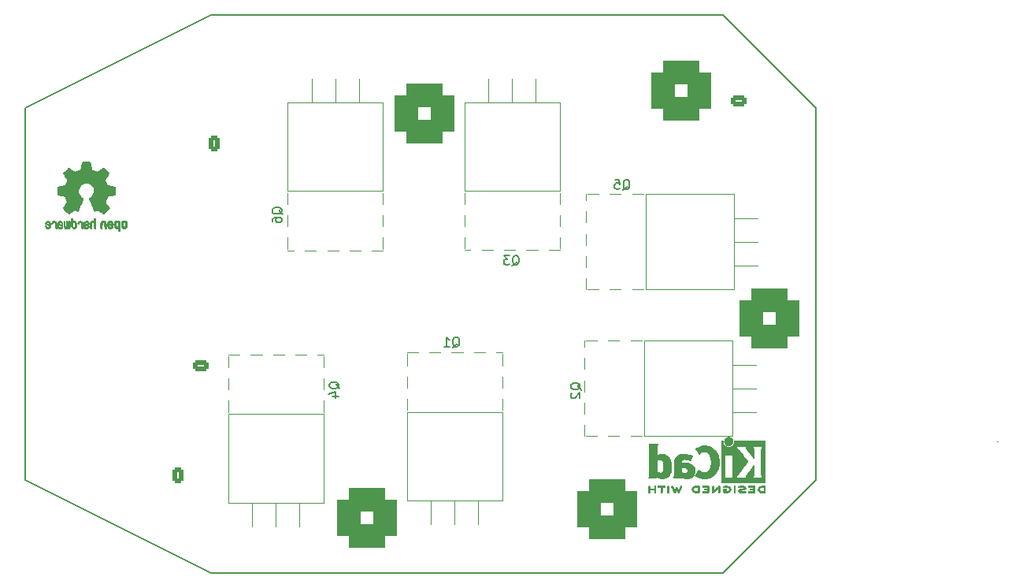
<source format=gbo>
G04 #@! TF.GenerationSoftware,KiCad,Pcbnew,7.0.9*
G04 #@! TF.CreationDate,2024-01-25T12:37:26-06:00*
G04 #@! TF.ProjectId,Stupid_FOCer,53747570-6964-45f4-964f-4365722e6b69,1*
G04 #@! TF.SameCoordinates,Original*
G04 #@! TF.FileFunction,Legend,Bot*
G04 #@! TF.FilePolarity,Positive*
%FSLAX46Y46*%
G04 Gerber Fmt 4.6, Leading zero omitted, Abs format (unit mm)*
G04 Created by KiCad (PCBNEW 7.0.9) date 2024-01-25 12:37:26*
%MOMM*%
%LPD*%
G01*
G04 APERTURE LIST*
G04 Aperture macros list*
%AMRoundRect*
0 Rectangle with rounded corners*
0 $1 Rounding radius*
0 $2 $3 $4 $5 $6 $7 $8 $9 X,Y pos of 4 corners*
0 Add a 4 corners polygon primitive as box body*
4,1,4,$2,$3,$4,$5,$6,$7,$8,$9,$2,$3,0*
0 Add four circle primitives for the rounded corners*
1,1,$1+$1,$2,$3*
1,1,$1+$1,$4,$5*
1,1,$1+$1,$6,$7*
1,1,$1+$1,$8,$9*
0 Add four rect primitives between the rounded corners*
20,1,$1+$1,$2,$3,$4,$5,0*
20,1,$1+$1,$4,$5,$6,$7,0*
20,1,$1+$1,$6,$7,$8,$9,0*
20,1,$1+$1,$8,$9,$2,$3,0*%
G04 Aperture macros list end*
%ADD10C,0.150000*%
%ADD11C,0.100000*%
%ADD12C,0.120000*%
%ADD13C,0.010000*%
%ADD14R,1.700000X1.700000*%
%ADD15O,1.700000X1.700000*%
%ADD16RoundRect,0.250000X0.350000X0.625000X-0.350000X0.625000X-0.350000X-0.625000X0.350000X-0.625000X0*%
%ADD17O,1.200000X1.750000*%
%ADD18RoundRect,0.250000X0.625000X-0.350000X0.625000X0.350000X-0.625000X0.350000X-0.625000X-0.350000X0*%
%ADD19O,1.750000X1.200000*%
%ADD20RoundRect,1.300000X-1.950000X1.950000X-1.950000X-1.950000X1.950000X-1.950000X1.950000X1.950000X0*%
%ADD21RoundRect,1.300000X-1.950000X-1.950000X1.950000X-1.950000X1.950000X1.950000X-1.950000X1.950000X0*%
%ADD22R,0.840000X0.840000*%
%ADD23C,0.840000*%
%ADD24O,1.850000X0.850000*%
%ADD25C,3.200000*%
%ADD26RoundRect,0.250000X-0.350000X-0.625000X0.350000X-0.625000X0.350000X0.625000X-0.350000X0.625000X0*%
%ADD27R,1.800000X1.800000*%
%ADD28C,1.800000*%
%ADD29C,0.600000*%
%ADD30O,0.600000X0.850000*%
%ADD31O,2.300000X1.300000*%
%ADD32O,2.600000X1.300000*%
%ADD33R,1.905000X2.000000*%
%ADD34O,1.905000X2.000000*%
%ADD35R,2.000000X1.905000*%
%ADD36O,2.000000X1.905000*%
G04 #@! TA.AperFunction,Profile*
%ADD37C,0.150000*%
G04 #@! TD*
G04 APERTURE END LIST*
D10*
X133789503Y-110188242D02*
X133741884Y-110093004D01*
X133741884Y-110093004D02*
X133646646Y-109997766D01*
X133646646Y-109997766D02*
X133503788Y-109854909D01*
X133503788Y-109854909D02*
X133456169Y-109759671D01*
X133456169Y-109759671D02*
X133456169Y-109664433D01*
X133694265Y-109712052D02*
X133646646Y-109616814D01*
X133646646Y-109616814D02*
X133551407Y-109521576D01*
X133551407Y-109521576D02*
X133360931Y-109473957D01*
X133360931Y-109473957D02*
X133027598Y-109473957D01*
X133027598Y-109473957D02*
X132837122Y-109521576D01*
X132837122Y-109521576D02*
X132741884Y-109616814D01*
X132741884Y-109616814D02*
X132694265Y-109712052D01*
X132694265Y-109712052D02*
X132694265Y-109902528D01*
X132694265Y-109902528D02*
X132741884Y-109997766D01*
X132741884Y-109997766D02*
X132837122Y-110093004D01*
X132837122Y-110093004D02*
X133027598Y-110140623D01*
X133027598Y-110140623D02*
X133360931Y-110140623D01*
X133360931Y-110140623D02*
X133551407Y-110093004D01*
X133551407Y-110093004D02*
X133646646Y-109997766D01*
X133646646Y-109997766D02*
X133694265Y-109902528D01*
X133694265Y-109902528D02*
X133694265Y-109712052D01*
X133027598Y-110997766D02*
X133694265Y-110997766D01*
X132646646Y-110759671D02*
X133360931Y-110521576D01*
X133360931Y-110521576D02*
X133360931Y-111140623D01*
X159754503Y-110293242D02*
X159706884Y-110198004D01*
X159706884Y-110198004D02*
X159611646Y-110102766D01*
X159611646Y-110102766D02*
X159468788Y-109959909D01*
X159468788Y-109959909D02*
X159421169Y-109864671D01*
X159421169Y-109864671D02*
X159421169Y-109769433D01*
X159659265Y-109817052D02*
X159611646Y-109721814D01*
X159611646Y-109721814D02*
X159516407Y-109626576D01*
X159516407Y-109626576D02*
X159325931Y-109578957D01*
X159325931Y-109578957D02*
X158992598Y-109578957D01*
X158992598Y-109578957D02*
X158802122Y-109626576D01*
X158802122Y-109626576D02*
X158706884Y-109721814D01*
X158706884Y-109721814D02*
X158659265Y-109817052D01*
X158659265Y-109817052D02*
X158659265Y-110007528D01*
X158659265Y-110007528D02*
X158706884Y-110102766D01*
X158706884Y-110102766D02*
X158802122Y-110198004D01*
X158802122Y-110198004D02*
X158992598Y-110245623D01*
X158992598Y-110245623D02*
X159325931Y-110245623D01*
X159325931Y-110245623D02*
X159516407Y-110198004D01*
X159516407Y-110198004D02*
X159611646Y-110102766D01*
X159611646Y-110102766D02*
X159659265Y-110007528D01*
X159659265Y-110007528D02*
X159659265Y-109817052D01*
X158754503Y-110626576D02*
X158706884Y-110674195D01*
X158706884Y-110674195D02*
X158659265Y-110769433D01*
X158659265Y-110769433D02*
X158659265Y-111007528D01*
X158659265Y-111007528D02*
X158706884Y-111102766D01*
X158706884Y-111102766D02*
X158754503Y-111150385D01*
X158754503Y-111150385D02*
X158849741Y-111198004D01*
X158849741Y-111198004D02*
X158944979Y-111198004D01*
X158944979Y-111198004D02*
X159087836Y-111150385D01*
X159087836Y-111150385D02*
X159659265Y-110578957D01*
X159659265Y-110578957D02*
X159659265Y-111198004D01*
X152379684Y-96953538D02*
X152474922Y-96905919D01*
X152474922Y-96905919D02*
X152570160Y-96810681D01*
X152570160Y-96810681D02*
X152713017Y-96667823D01*
X152713017Y-96667823D02*
X152808255Y-96620204D01*
X152808255Y-96620204D02*
X152903493Y-96620204D01*
X152855874Y-96858300D02*
X152951112Y-96810681D01*
X152951112Y-96810681D02*
X153046350Y-96715442D01*
X153046350Y-96715442D02*
X153093969Y-96524966D01*
X153093969Y-96524966D02*
X153093969Y-96191633D01*
X153093969Y-96191633D02*
X153046350Y-96001157D01*
X153046350Y-96001157D02*
X152951112Y-95905919D01*
X152951112Y-95905919D02*
X152855874Y-95858300D01*
X152855874Y-95858300D02*
X152665398Y-95858300D01*
X152665398Y-95858300D02*
X152570160Y-95905919D01*
X152570160Y-95905919D02*
X152474922Y-96001157D01*
X152474922Y-96001157D02*
X152427303Y-96191633D01*
X152427303Y-96191633D02*
X152427303Y-96524966D01*
X152427303Y-96524966D02*
X152474922Y-96715442D01*
X152474922Y-96715442D02*
X152570160Y-96810681D01*
X152570160Y-96810681D02*
X152665398Y-96858300D01*
X152665398Y-96858300D02*
X152855874Y-96858300D01*
X152093969Y-95858300D02*
X151474922Y-95858300D01*
X151474922Y-95858300D02*
X151808255Y-96239252D01*
X151808255Y-96239252D02*
X151665398Y-96239252D01*
X151665398Y-96239252D02*
X151570160Y-96286871D01*
X151570160Y-96286871D02*
X151522541Y-96334490D01*
X151522541Y-96334490D02*
X151474922Y-96429728D01*
X151474922Y-96429728D02*
X151474922Y-96667823D01*
X151474922Y-96667823D02*
X151522541Y-96763061D01*
X151522541Y-96763061D02*
X151570160Y-96810681D01*
X151570160Y-96810681D02*
X151665398Y-96858300D01*
X151665398Y-96858300D02*
X151951112Y-96858300D01*
X151951112Y-96858300D02*
X152046350Y-96810681D01*
X152046350Y-96810681D02*
X152093969Y-96763061D01*
D11*
X162511865Y-121415386D02*
X161511865Y-121415386D01*
X161511865Y-121415386D02*
X161511865Y-121796338D01*
X161511865Y-121796338D02*
X161559484Y-121891576D01*
X161559484Y-121891576D02*
X161607103Y-121939195D01*
X161607103Y-121939195D02*
X161702341Y-121986814D01*
X161702341Y-121986814D02*
X161845198Y-121986814D01*
X161845198Y-121986814D02*
X161940436Y-121939195D01*
X161940436Y-121939195D02*
X161988055Y-121891576D01*
X161988055Y-121891576D02*
X162035674Y-121796338D01*
X162035674Y-121796338D02*
X162035674Y-121415386D01*
X161511865Y-122605862D02*
X161511865Y-122796338D01*
X161511865Y-122796338D02*
X161559484Y-122891576D01*
X161559484Y-122891576D02*
X161654722Y-122986814D01*
X161654722Y-122986814D02*
X161845198Y-123034433D01*
X161845198Y-123034433D02*
X162178531Y-123034433D01*
X162178531Y-123034433D02*
X162369007Y-122986814D01*
X162369007Y-122986814D02*
X162464246Y-122891576D01*
X162464246Y-122891576D02*
X162511865Y-122796338D01*
X162511865Y-122796338D02*
X162511865Y-122605862D01*
X162511865Y-122605862D02*
X162464246Y-122510624D01*
X162464246Y-122510624D02*
X162369007Y-122415386D01*
X162369007Y-122415386D02*
X162178531Y-122367767D01*
X162178531Y-122367767D02*
X161845198Y-122367767D01*
X161845198Y-122367767D02*
X161654722Y-122415386D01*
X161654722Y-122415386D02*
X161559484Y-122510624D01*
X161559484Y-122510624D02*
X161511865Y-122605862D01*
X162464246Y-123415386D02*
X162511865Y-123558243D01*
X162511865Y-123558243D02*
X162511865Y-123796338D01*
X162511865Y-123796338D02*
X162464246Y-123891576D01*
X162464246Y-123891576D02*
X162416626Y-123939195D01*
X162416626Y-123939195D02*
X162321388Y-123986814D01*
X162321388Y-123986814D02*
X162226150Y-123986814D01*
X162226150Y-123986814D02*
X162130912Y-123939195D01*
X162130912Y-123939195D02*
X162083293Y-123891576D01*
X162083293Y-123891576D02*
X162035674Y-123796338D01*
X162035674Y-123796338D02*
X161988055Y-123605862D01*
X161988055Y-123605862D02*
X161940436Y-123510624D01*
X161940436Y-123510624D02*
X161892817Y-123463005D01*
X161892817Y-123463005D02*
X161797579Y-123415386D01*
X161797579Y-123415386D02*
X161702341Y-123415386D01*
X161702341Y-123415386D02*
X161607103Y-123463005D01*
X161607103Y-123463005D02*
X161559484Y-123510624D01*
X161559484Y-123510624D02*
X161511865Y-123605862D01*
X161511865Y-123605862D02*
X161511865Y-123843957D01*
X161511865Y-123843957D02*
X161559484Y-123986814D01*
X162511865Y-124939195D02*
X162511865Y-124367767D01*
X162511865Y-124653481D02*
X161511865Y-124653481D01*
X161511865Y-124653481D02*
X161654722Y-124558243D01*
X161654722Y-124558243D02*
X161749960Y-124463005D01*
X161749960Y-124463005D02*
X161797579Y-124367767D01*
D10*
X145959684Y-105733538D02*
X146054922Y-105685919D01*
X146054922Y-105685919D02*
X146150160Y-105590681D01*
X146150160Y-105590681D02*
X146293017Y-105447823D01*
X146293017Y-105447823D02*
X146388255Y-105400204D01*
X146388255Y-105400204D02*
X146483493Y-105400204D01*
X146435874Y-105638300D02*
X146531112Y-105590681D01*
X146531112Y-105590681D02*
X146626350Y-105495442D01*
X146626350Y-105495442D02*
X146673969Y-105304966D01*
X146673969Y-105304966D02*
X146673969Y-104971633D01*
X146673969Y-104971633D02*
X146626350Y-104781157D01*
X146626350Y-104781157D02*
X146531112Y-104685919D01*
X146531112Y-104685919D02*
X146435874Y-104638300D01*
X146435874Y-104638300D02*
X146245398Y-104638300D01*
X146245398Y-104638300D02*
X146150160Y-104685919D01*
X146150160Y-104685919D02*
X146054922Y-104781157D01*
X146054922Y-104781157D02*
X146007303Y-104971633D01*
X146007303Y-104971633D02*
X146007303Y-105304966D01*
X146007303Y-105304966D02*
X146054922Y-105495442D01*
X146054922Y-105495442D02*
X146150160Y-105590681D01*
X146150160Y-105590681D02*
X146245398Y-105638300D01*
X146245398Y-105638300D02*
X146435874Y-105638300D01*
X145054922Y-105638300D02*
X145626350Y-105638300D01*
X145340636Y-105638300D02*
X145340636Y-104638300D01*
X145340636Y-104638300D02*
X145435874Y-104781157D01*
X145435874Y-104781157D02*
X145531112Y-104876395D01*
X145531112Y-104876395D02*
X145626350Y-104924014D01*
X127679503Y-91428242D02*
X127631884Y-91333004D01*
X127631884Y-91333004D02*
X127536646Y-91237766D01*
X127536646Y-91237766D02*
X127393788Y-91094909D01*
X127393788Y-91094909D02*
X127346169Y-90999671D01*
X127346169Y-90999671D02*
X127346169Y-90904433D01*
X127584265Y-90952052D02*
X127536646Y-90856814D01*
X127536646Y-90856814D02*
X127441407Y-90761576D01*
X127441407Y-90761576D02*
X127250931Y-90713957D01*
X127250931Y-90713957D02*
X126917598Y-90713957D01*
X126917598Y-90713957D02*
X126727122Y-90761576D01*
X126727122Y-90761576D02*
X126631884Y-90856814D01*
X126631884Y-90856814D02*
X126584265Y-90952052D01*
X126584265Y-90952052D02*
X126584265Y-91142528D01*
X126584265Y-91142528D02*
X126631884Y-91237766D01*
X126631884Y-91237766D02*
X126727122Y-91333004D01*
X126727122Y-91333004D02*
X126917598Y-91380623D01*
X126917598Y-91380623D02*
X127250931Y-91380623D01*
X127250931Y-91380623D02*
X127441407Y-91333004D01*
X127441407Y-91333004D02*
X127536646Y-91237766D01*
X127536646Y-91237766D02*
X127584265Y-91142528D01*
X127584265Y-91142528D02*
X127584265Y-90952052D01*
X126584265Y-92237766D02*
X126584265Y-92047290D01*
X126584265Y-92047290D02*
X126631884Y-91952052D01*
X126631884Y-91952052D02*
X126679503Y-91904433D01*
X126679503Y-91904433D02*
X126822360Y-91809195D01*
X126822360Y-91809195D02*
X127012836Y-91761576D01*
X127012836Y-91761576D02*
X127393788Y-91761576D01*
X127393788Y-91761576D02*
X127489026Y-91809195D01*
X127489026Y-91809195D02*
X127536646Y-91856814D01*
X127536646Y-91856814D02*
X127584265Y-91952052D01*
X127584265Y-91952052D02*
X127584265Y-92142528D01*
X127584265Y-92142528D02*
X127536646Y-92237766D01*
X127536646Y-92237766D02*
X127489026Y-92285385D01*
X127489026Y-92285385D02*
X127393788Y-92333004D01*
X127393788Y-92333004D02*
X127155693Y-92333004D01*
X127155693Y-92333004D02*
X127060455Y-92285385D01*
X127060455Y-92285385D02*
X127012836Y-92237766D01*
X127012836Y-92237766D02*
X126965217Y-92142528D01*
X126965217Y-92142528D02*
X126965217Y-91952052D01*
X126965217Y-91952052D02*
X127012836Y-91856814D01*
X127012836Y-91856814D02*
X127060455Y-91809195D01*
X127060455Y-91809195D02*
X127155693Y-91761576D01*
X164274684Y-88813538D02*
X164369922Y-88765919D01*
X164369922Y-88765919D02*
X164465160Y-88670681D01*
X164465160Y-88670681D02*
X164608017Y-88527823D01*
X164608017Y-88527823D02*
X164703255Y-88480204D01*
X164703255Y-88480204D02*
X164798493Y-88480204D01*
X164750874Y-88718300D02*
X164846112Y-88670681D01*
X164846112Y-88670681D02*
X164941350Y-88575442D01*
X164941350Y-88575442D02*
X164988969Y-88384966D01*
X164988969Y-88384966D02*
X164988969Y-88051633D01*
X164988969Y-88051633D02*
X164941350Y-87861157D01*
X164941350Y-87861157D02*
X164846112Y-87765919D01*
X164846112Y-87765919D02*
X164750874Y-87718300D01*
X164750874Y-87718300D02*
X164560398Y-87718300D01*
X164560398Y-87718300D02*
X164465160Y-87765919D01*
X164465160Y-87765919D02*
X164369922Y-87861157D01*
X164369922Y-87861157D02*
X164322303Y-88051633D01*
X164322303Y-88051633D02*
X164322303Y-88384966D01*
X164322303Y-88384966D02*
X164369922Y-88575442D01*
X164369922Y-88575442D02*
X164465160Y-88670681D01*
X164465160Y-88670681D02*
X164560398Y-88718300D01*
X164560398Y-88718300D02*
X164750874Y-88718300D01*
X163417541Y-87718300D02*
X163893731Y-87718300D01*
X163893731Y-87718300D02*
X163941350Y-88194490D01*
X163941350Y-88194490D02*
X163893731Y-88146871D01*
X163893731Y-88146871D02*
X163798493Y-88099252D01*
X163798493Y-88099252D02*
X163560398Y-88099252D01*
X163560398Y-88099252D02*
X163465160Y-88146871D01*
X163465160Y-88146871D02*
X163417541Y-88194490D01*
X163417541Y-88194490D02*
X163369922Y-88289728D01*
X163369922Y-88289728D02*
X163369922Y-88527823D01*
X163369922Y-88527823D02*
X163417541Y-88623061D01*
X163417541Y-88623061D02*
X163465160Y-88670681D01*
X163465160Y-88670681D02*
X163560398Y-88718300D01*
X163560398Y-88718300D02*
X163798493Y-88718300D01*
X163798493Y-88718300D02*
X163893731Y-88670681D01*
X163893731Y-88670681D02*
X163941350Y-88623061D01*
D12*
X121859446Y-106503481D02*
X123059446Y-106503481D01*
X121859446Y-107863481D02*
X121859446Y-106663481D01*
X121859446Y-110263481D02*
X121859446Y-109063481D01*
X121859446Y-112663481D02*
X121859446Y-111463481D01*
X121859446Y-112903481D02*
X132099446Y-112903481D01*
X121859446Y-122393481D02*
X121859446Y-112903481D01*
X121859446Y-122393481D02*
X132099446Y-122393481D01*
X124258446Y-106503481D02*
X125459446Y-106503481D01*
X124439446Y-124933481D02*
X124439446Y-122393481D01*
X126659446Y-106503481D02*
X127859446Y-106503481D01*
X126979446Y-124933481D02*
X126979446Y-122393481D01*
X129059446Y-106503481D02*
X130259446Y-106503481D01*
X129519446Y-124933481D02*
X129519446Y-122393481D01*
X131459446Y-106503481D02*
X132099446Y-106503481D01*
X132099446Y-107863481D02*
X132099446Y-106663481D01*
X132099446Y-110263481D02*
X132099446Y-109063481D01*
X132099446Y-112663481D02*
X132099446Y-111463481D01*
X132099446Y-122393481D02*
X132099446Y-112903481D01*
X160124446Y-115273481D02*
X160124446Y-114073481D01*
X161484446Y-115273481D02*
X160284446Y-115273481D01*
X163884446Y-115273481D02*
X162684446Y-115273481D01*
X166284446Y-115273481D02*
X165084446Y-115273481D01*
X166524446Y-115273481D02*
X166524446Y-105033481D01*
X176014446Y-115273481D02*
X166524446Y-115273481D01*
X176014446Y-115273481D02*
X176014446Y-105033481D01*
X160124446Y-112874481D02*
X160124446Y-111673481D01*
X178554446Y-112693481D02*
X176014446Y-112693481D01*
X160124446Y-110473481D02*
X160124446Y-109273481D01*
X178554446Y-110153481D02*
X176014446Y-110153481D01*
X160124446Y-108073481D02*
X160124446Y-106873481D01*
X178554446Y-107613481D02*
X176014446Y-107613481D01*
X160124446Y-105673481D02*
X160124446Y-105033481D01*
X161484446Y-105033481D02*
X160284446Y-105033481D01*
X163884446Y-105033481D02*
X162684446Y-105033481D01*
X166284446Y-105033481D02*
X165084446Y-105033481D01*
X176014446Y-105033481D02*
X166524446Y-105033481D01*
X157489446Y-95283481D02*
X156289446Y-95283481D01*
X157489446Y-93923481D02*
X157489446Y-95123481D01*
X157489446Y-91523481D02*
X157489446Y-92723481D01*
X157489446Y-89123481D02*
X157489446Y-90323481D01*
X157489446Y-88883481D02*
X147249446Y-88883481D01*
X157489446Y-79393481D02*
X157489446Y-88883481D01*
X157489446Y-79393481D02*
X147249446Y-79393481D01*
X155090446Y-95283481D02*
X153889446Y-95283481D01*
X154909446Y-76853481D02*
X154909446Y-79393481D01*
X152689446Y-95283481D02*
X151489446Y-95283481D01*
X152369446Y-76853481D02*
X152369446Y-79393481D01*
X150289446Y-95283481D02*
X149089446Y-95283481D01*
X149829446Y-76853481D02*
X149829446Y-79393481D01*
X147889446Y-95283481D02*
X147249446Y-95283481D01*
X147249446Y-93923481D02*
X147249446Y-95123481D01*
X147249446Y-91523481D02*
X147249446Y-92723481D01*
X147249446Y-89123481D02*
X147249446Y-90323481D01*
X147249446Y-79393481D02*
X147249446Y-88883481D01*
X141059446Y-106303481D02*
X142259446Y-106303481D01*
X141059446Y-107663481D02*
X141059446Y-106463481D01*
X141059446Y-110063481D02*
X141059446Y-108863481D01*
X141059446Y-112463481D02*
X141059446Y-111263481D01*
X141059446Y-112703481D02*
X151299446Y-112703481D01*
X141059446Y-122193481D02*
X141059446Y-112703481D01*
X141059446Y-122193481D02*
X151299446Y-122193481D01*
X143458446Y-106303481D02*
X144659446Y-106303481D01*
X143639446Y-124733481D02*
X143639446Y-122193481D01*
X145859446Y-106303481D02*
X147059446Y-106303481D01*
X146179446Y-124733481D02*
X146179446Y-122193481D01*
X148259446Y-106303481D02*
X149459446Y-106303481D01*
X148719446Y-124733481D02*
X148719446Y-122193481D01*
X150659446Y-106303481D02*
X151299446Y-106303481D01*
X151299446Y-107663481D02*
X151299446Y-106463481D01*
X151299446Y-110063481D02*
X151299446Y-108863481D01*
X151299446Y-112463481D02*
X151299446Y-111263481D01*
X151299446Y-122193481D02*
X151299446Y-112703481D01*
X138489446Y-95303481D02*
X137289446Y-95303481D01*
X138489446Y-93943481D02*
X138489446Y-95143481D01*
X138489446Y-91543481D02*
X138489446Y-92743481D01*
X138489446Y-89143481D02*
X138489446Y-90343481D01*
X138489446Y-88903481D02*
X128249446Y-88903481D01*
X138489446Y-79413481D02*
X138489446Y-88903481D01*
X138489446Y-79413481D02*
X128249446Y-79413481D01*
X136090446Y-95303481D02*
X134889446Y-95303481D01*
X135909446Y-76873481D02*
X135909446Y-79413481D01*
X133689446Y-95303481D02*
X132489446Y-95303481D01*
X133369446Y-76873481D02*
X133369446Y-79413481D01*
X131289446Y-95303481D02*
X130089446Y-95303481D01*
X130829446Y-76873481D02*
X130829446Y-79413481D01*
X128889446Y-95303481D02*
X128249446Y-95303481D01*
X128249446Y-93943481D02*
X128249446Y-95143481D01*
X128249446Y-91543481D02*
X128249446Y-92743481D01*
X128249446Y-89143481D02*
X128249446Y-90343481D01*
X128249446Y-79413481D02*
X128249446Y-88903481D01*
X160299446Y-99523481D02*
X160299446Y-98323481D01*
X161659446Y-99523481D02*
X160459446Y-99523481D01*
X164059446Y-99523481D02*
X162859446Y-99523481D01*
X166459446Y-99523481D02*
X165259446Y-99523481D01*
X166699446Y-99523481D02*
X166699446Y-89283481D01*
X176189446Y-99523481D02*
X166699446Y-99523481D01*
X176189446Y-99523481D02*
X176189446Y-89283481D01*
X160299446Y-97124481D02*
X160299446Y-95923481D01*
X178729446Y-96943481D02*
X176189446Y-96943481D01*
X160299446Y-94723481D02*
X160299446Y-93523481D01*
X178729446Y-94403481D02*
X176189446Y-94403481D01*
X160299446Y-92323481D02*
X160299446Y-91123481D01*
X178729446Y-91863481D02*
X176189446Y-91863481D01*
X160299446Y-89923481D02*
X160299446Y-89283481D01*
X161659446Y-89283481D02*
X160459446Y-89283481D01*
X164059446Y-89283481D02*
X162859446Y-89283481D01*
X166459446Y-89283481D02*
X165259446Y-89283481D01*
X176189446Y-89283481D02*
X166699446Y-89283481D01*
D13*
X103161501Y-92151476D02*
X103242167Y-92181440D01*
X103275714Y-92203954D01*
X103309687Y-92236212D01*
X103333919Y-92277246D01*
X103350001Y-92333108D01*
X103359521Y-92409851D01*
X103364068Y-92513525D01*
X103365231Y-92650184D01*
X103365003Y-92720805D01*
X103363860Y-92817308D01*
X103361919Y-92894323D01*
X103359365Y-92945319D01*
X103356381Y-92963769D01*
X103336962Y-92957667D01*
X103297766Y-92941095D01*
X103296589Y-92940558D01*
X103276235Y-92929903D01*
X103262546Y-92915282D01*
X103254199Y-92889673D01*
X103249874Y-92846054D01*
X103248248Y-92777403D01*
X103248000Y-92676698D01*
X103247500Y-92612813D01*
X103242164Y-92492751D01*
X103229945Y-92404809D01*
X103209552Y-92344375D01*
X103179695Y-92306836D01*
X103139082Y-92287581D01*
X103133448Y-92286239D01*
X103057378Y-92285191D01*
X102998052Y-92319271D01*
X102957077Y-92387598D01*
X102949770Y-92407351D01*
X102933114Y-92451066D01*
X102924679Y-92471155D01*
X102907356Y-92468387D01*
X102869525Y-92453365D01*
X102834240Y-92428556D01*
X102818154Y-92381670D01*
X102822952Y-92348087D01*
X102852431Y-92279967D01*
X102900098Y-92216134D01*
X102955839Y-92171988D01*
X102979193Y-92161782D01*
X103067619Y-92144718D01*
X103161501Y-92151476D01*
G36*
X103161501Y-92151476D02*
G01*
X103242167Y-92181440D01*
X103275714Y-92203954D01*
X103309687Y-92236212D01*
X103333919Y-92277246D01*
X103350001Y-92333108D01*
X103359521Y-92409851D01*
X103364068Y-92513525D01*
X103365231Y-92650184D01*
X103365003Y-92720805D01*
X103363860Y-92817308D01*
X103361919Y-92894323D01*
X103359365Y-92945319D01*
X103356381Y-92963769D01*
X103336962Y-92957667D01*
X103297766Y-92941095D01*
X103296589Y-92940558D01*
X103276235Y-92929903D01*
X103262546Y-92915282D01*
X103254199Y-92889673D01*
X103249874Y-92846054D01*
X103248248Y-92777403D01*
X103248000Y-92676698D01*
X103247500Y-92612813D01*
X103242164Y-92492751D01*
X103229945Y-92404809D01*
X103209552Y-92344375D01*
X103179695Y-92306836D01*
X103139082Y-92287581D01*
X103133448Y-92286239D01*
X103057378Y-92285191D01*
X102998052Y-92319271D01*
X102957077Y-92387598D01*
X102949770Y-92407351D01*
X102933114Y-92451066D01*
X102924679Y-92471155D01*
X102907356Y-92468387D01*
X102869525Y-92453365D01*
X102834240Y-92428556D01*
X102818154Y-92381670D01*
X102822952Y-92348087D01*
X102852431Y-92279967D01*
X102900098Y-92216134D01*
X102955839Y-92171988D01*
X102979193Y-92161782D01*
X103067619Y-92144718D01*
X103161501Y-92151476D01*
G37*
X108476372Y-92106684D02*
X108567629Y-92149569D01*
X108642416Y-92223729D01*
X108657917Y-92246944D01*
X108670774Y-92273256D01*
X108679893Y-92306420D01*
X108686102Y-92352881D01*
X108690233Y-92419082D01*
X108693116Y-92511468D01*
X108695579Y-92636485D01*
X108701697Y-92983278D01*
X108650303Y-92963738D01*
X108603246Y-92945787D01*
X108568015Y-92928511D01*
X108545017Y-92906242D01*
X108531655Y-92872165D01*
X108525328Y-92819463D01*
X108523437Y-92741323D01*
X108523385Y-92630928D01*
X108523117Y-92542935D01*
X108521521Y-92458502D01*
X108517712Y-92400834D01*
X108510820Y-92362988D01*
X108499975Y-92338024D01*
X108484308Y-92319000D01*
X108445792Y-92292153D01*
X108381091Y-92282034D01*
X108317081Y-92307606D01*
X108312856Y-92310880D01*
X108299689Y-92326007D01*
X108289975Y-92350268D01*
X108282903Y-92389650D01*
X108277656Y-92450141D01*
X108273421Y-92537729D01*
X108269385Y-92658402D01*
X108259615Y-92981515D01*
X108093539Y-92907065D01*
X108093539Y-92612062D01*
X108093883Y-92531919D01*
X108096847Y-92420431D01*
X108104351Y-92337421D01*
X108118190Y-92276199D01*
X108140155Y-92230075D01*
X108172039Y-92192358D01*
X108215633Y-92156358D01*
X108278336Y-92120089D01*
X108377117Y-92096412D01*
X108476372Y-92106684D01*
G36*
X108476372Y-92106684D02*
G01*
X108567629Y-92149569D01*
X108642416Y-92223729D01*
X108657917Y-92246944D01*
X108670774Y-92273256D01*
X108679893Y-92306420D01*
X108686102Y-92352881D01*
X108690233Y-92419082D01*
X108693116Y-92511468D01*
X108695579Y-92636485D01*
X108701697Y-92983278D01*
X108650303Y-92963738D01*
X108603246Y-92945787D01*
X108568015Y-92928511D01*
X108545017Y-92906242D01*
X108531655Y-92872165D01*
X108525328Y-92819463D01*
X108523437Y-92741323D01*
X108523385Y-92630928D01*
X108523117Y-92542935D01*
X108521521Y-92458502D01*
X108517712Y-92400834D01*
X108510820Y-92362988D01*
X108499975Y-92338024D01*
X108484308Y-92319000D01*
X108445792Y-92292153D01*
X108381091Y-92282034D01*
X108317081Y-92307606D01*
X108312856Y-92310880D01*
X108299689Y-92326007D01*
X108289975Y-92350268D01*
X108282903Y-92389650D01*
X108277656Y-92450141D01*
X108273421Y-92537729D01*
X108269385Y-92658402D01*
X108259615Y-92981515D01*
X108093539Y-92907065D01*
X108093539Y-92612062D01*
X108093883Y-92531919D01*
X108096847Y-92420431D01*
X108104351Y-92337421D01*
X108118190Y-92276199D01*
X108140155Y-92230075D01*
X108172039Y-92192358D01*
X108215633Y-92156358D01*
X108278336Y-92120089D01*
X108377117Y-92096412D01*
X108476372Y-92106684D01*
G37*
X106021892Y-92172167D02*
X106028060Y-92175581D01*
X106078447Y-92214692D01*
X106123498Y-92264975D01*
X106131355Y-92276339D01*
X106146376Y-92302860D01*
X106157107Y-92334336D01*
X106164486Y-92377591D01*
X106169452Y-92439449D01*
X106172942Y-92526733D01*
X106175893Y-92646269D01*
X106176311Y-92666478D01*
X106177654Y-92797499D01*
X106175761Y-92890296D01*
X106170605Y-92945507D01*
X106162158Y-92963769D01*
X106136594Y-92958301D01*
X106093166Y-92941733D01*
X106082940Y-92936888D01*
X106066967Y-92925920D01*
X106055954Y-92907890D01*
X106048750Y-92876396D01*
X106044208Y-92825036D01*
X106041180Y-92747410D01*
X106038516Y-92637115D01*
X106037785Y-92604875D01*
X106034965Y-92503050D01*
X106031304Y-92431788D01*
X106025694Y-92384332D01*
X106017029Y-92353925D01*
X106004202Y-92333810D01*
X105986105Y-92317229D01*
X105932525Y-92288161D01*
X105866612Y-92282564D01*
X105807635Y-92304807D01*
X105765203Y-92350859D01*
X105748923Y-92416692D01*
X105748470Y-92434587D01*
X105739578Y-92466982D01*
X105713325Y-92471925D01*
X105661919Y-92452633D01*
X105650013Y-92446446D01*
X105617835Y-92410058D01*
X105617198Y-92355954D01*
X105647856Y-92281128D01*
X105675978Y-92240350D01*
X105747883Y-92182421D01*
X105836638Y-92149670D01*
X105931542Y-92145212D01*
X106021892Y-92172167D01*
G36*
X106021892Y-92172167D02*
G01*
X106028060Y-92175581D01*
X106078447Y-92214692D01*
X106123498Y-92264975D01*
X106131355Y-92276339D01*
X106146376Y-92302860D01*
X106157107Y-92334336D01*
X106164486Y-92377591D01*
X106169452Y-92439449D01*
X106172942Y-92526733D01*
X106175893Y-92646269D01*
X106176311Y-92666478D01*
X106177654Y-92797499D01*
X106175761Y-92890296D01*
X106170605Y-92945507D01*
X106162158Y-92963769D01*
X106136594Y-92958301D01*
X106093166Y-92941733D01*
X106082940Y-92936888D01*
X106066967Y-92925920D01*
X106055954Y-92907890D01*
X106048750Y-92876396D01*
X106044208Y-92825036D01*
X106041180Y-92747410D01*
X106038516Y-92637115D01*
X106037785Y-92604875D01*
X106034965Y-92503050D01*
X106031304Y-92431788D01*
X106025694Y-92384332D01*
X106017029Y-92353925D01*
X106004202Y-92333810D01*
X105986105Y-92317229D01*
X105932525Y-92288161D01*
X105866612Y-92282564D01*
X105807635Y-92304807D01*
X105765203Y-92350859D01*
X105748923Y-92416692D01*
X105748470Y-92434587D01*
X105739578Y-92466982D01*
X105713325Y-92471925D01*
X105661919Y-92452633D01*
X105650013Y-92446446D01*
X105617835Y-92410058D01*
X105617198Y-92355954D01*
X105647856Y-92281128D01*
X105675978Y-92240350D01*
X105747883Y-92182421D01*
X105836638Y-92149670D01*
X105931542Y-92145212D01*
X106021892Y-92172167D01*
G37*
X107526923Y-91906806D02*
X107526923Y-92441455D01*
X107526660Y-92580094D01*
X107525958Y-92704805D01*
X107524883Y-92810557D01*
X107523500Y-92892322D01*
X107521874Y-92945069D01*
X107520070Y-92963769D01*
X107519364Y-92963706D01*
X107495387Y-92956912D01*
X107451685Y-92942320D01*
X107390154Y-92920870D01*
X107390154Y-92645617D01*
X107389763Y-92537466D01*
X107387946Y-92459026D01*
X107383767Y-92405647D01*
X107376286Y-92370256D01*
X107364567Y-92345779D01*
X107347671Y-92325144D01*
X107336152Y-92314170D01*
X107273864Y-92283775D01*
X107205211Y-92286466D01*
X107142298Y-92322406D01*
X107133139Y-92331325D01*
X107118471Y-92349844D01*
X107108433Y-92374326D01*
X107102151Y-92411393D01*
X107098748Y-92467667D01*
X107097349Y-92549771D01*
X107097077Y-92664329D01*
X107096947Y-92722430D01*
X107096099Y-92817993D01*
X107094594Y-92894526D01*
X107092585Y-92945345D01*
X107090223Y-92963769D01*
X107089518Y-92963706D01*
X107065541Y-92956912D01*
X107021839Y-92942320D01*
X106960308Y-92920870D01*
X106960338Y-92644358D01*
X106960384Y-92619742D01*
X106962970Y-92491419D01*
X106970913Y-92394384D01*
X106986155Y-92322057D01*
X107010636Y-92267855D01*
X107046298Y-92225198D01*
X107095082Y-92187505D01*
X107142661Y-92163910D01*
X107218732Y-92145672D01*
X107293556Y-92144636D01*
X107351077Y-92162378D01*
X107355402Y-92164829D01*
X107368738Y-92164566D01*
X107377851Y-92144039D01*
X107384428Y-92096980D01*
X107390154Y-92017120D01*
X107399923Y-91853236D01*
X107526923Y-91906806D01*
G36*
X107526923Y-91906806D02*
G01*
X107526923Y-92441455D01*
X107526660Y-92580094D01*
X107525958Y-92704805D01*
X107524883Y-92810557D01*
X107523500Y-92892322D01*
X107521874Y-92945069D01*
X107520070Y-92963769D01*
X107519364Y-92963706D01*
X107495387Y-92956912D01*
X107451685Y-92942320D01*
X107390154Y-92920870D01*
X107390154Y-92645617D01*
X107389763Y-92537466D01*
X107387946Y-92459026D01*
X107383767Y-92405647D01*
X107376286Y-92370256D01*
X107364567Y-92345779D01*
X107347671Y-92325144D01*
X107336152Y-92314170D01*
X107273864Y-92283775D01*
X107205211Y-92286466D01*
X107142298Y-92322406D01*
X107133139Y-92331325D01*
X107118471Y-92349844D01*
X107108433Y-92374326D01*
X107102151Y-92411393D01*
X107098748Y-92467667D01*
X107097349Y-92549771D01*
X107097077Y-92664329D01*
X107096947Y-92722430D01*
X107096099Y-92817993D01*
X107094594Y-92894526D01*
X107092585Y-92945345D01*
X107090223Y-92963769D01*
X107089518Y-92963706D01*
X107065541Y-92956912D01*
X107021839Y-92942320D01*
X106960308Y-92920870D01*
X106960338Y-92644358D01*
X106960384Y-92619742D01*
X106962970Y-92491419D01*
X106970913Y-92394384D01*
X106986155Y-92322057D01*
X107010636Y-92267855D01*
X107046298Y-92225198D01*
X107095082Y-92187505D01*
X107142661Y-92163910D01*
X107218732Y-92145672D01*
X107293556Y-92144636D01*
X107351077Y-92162378D01*
X107355402Y-92164829D01*
X107368738Y-92164566D01*
X107377851Y-92144039D01*
X107384428Y-92096980D01*
X107390154Y-92017120D01*
X107399923Y-91853236D01*
X107526923Y-91906806D01*
G37*
X104737998Y-92149034D02*
X104780850Y-92165829D01*
X104830615Y-92188503D01*
X104830615Y-92843533D01*
X104768785Y-92905363D01*
X104754662Y-92919228D01*
X104715536Y-92950046D01*
X104676078Y-92960028D01*
X104617362Y-92955433D01*
X104593456Y-92952462D01*
X104531801Y-92946176D01*
X104488692Y-92943672D01*
X104475905Y-92944055D01*
X104423446Y-92948200D01*
X104360022Y-92955433D01*
X104339730Y-92957918D01*
X104288610Y-92958895D01*
X104251207Y-92943462D01*
X104208599Y-92905363D01*
X104146769Y-92843533D01*
X104146769Y-92493343D01*
X104147251Y-92389857D01*
X104148753Y-92291192D01*
X104151089Y-92213068D01*
X104154071Y-92161662D01*
X104157509Y-92143154D01*
X104158230Y-92143204D01*
X104183203Y-92152413D01*
X104225399Y-92172707D01*
X104282549Y-92202261D01*
X104287928Y-92509746D01*
X104293308Y-92817231D01*
X104410539Y-92817231D01*
X104415885Y-92480192D01*
X104417579Y-92388574D01*
X104420005Y-92290649D01*
X104422634Y-92212906D01*
X104425246Y-92161642D01*
X104427623Y-92143154D01*
X104428306Y-92143219D01*
X104451996Y-92150020D01*
X104495546Y-92164604D01*
X104557077Y-92186054D01*
X104557376Y-92482104D01*
X104557676Y-92533532D01*
X104559754Y-92633466D01*
X104563470Y-92716925D01*
X104568430Y-92776377D01*
X104574240Y-92804287D01*
X104595024Y-92819214D01*
X104637440Y-92823825D01*
X104684077Y-92817231D01*
X104689423Y-92480192D01*
X104691336Y-92394546D01*
X104695303Y-92293172D01*
X104700491Y-92213655D01*
X104706499Y-92161736D01*
X104712927Y-92143154D01*
X104737998Y-92149034D01*
G36*
X104737998Y-92149034D02*
G01*
X104780850Y-92165829D01*
X104830615Y-92188503D01*
X104830615Y-92843533D01*
X104768785Y-92905363D01*
X104754662Y-92919228D01*
X104715536Y-92950046D01*
X104676078Y-92960028D01*
X104617362Y-92955433D01*
X104593456Y-92952462D01*
X104531801Y-92946176D01*
X104488692Y-92943672D01*
X104475905Y-92944055D01*
X104423446Y-92948200D01*
X104360022Y-92955433D01*
X104339730Y-92957918D01*
X104288610Y-92958895D01*
X104251207Y-92943462D01*
X104208599Y-92905363D01*
X104146769Y-92843533D01*
X104146769Y-92493343D01*
X104147251Y-92389857D01*
X104148753Y-92291192D01*
X104151089Y-92213068D01*
X104154071Y-92161662D01*
X104157509Y-92143154D01*
X104158230Y-92143204D01*
X104183203Y-92152413D01*
X104225399Y-92172707D01*
X104282549Y-92202261D01*
X104287928Y-92509746D01*
X104293308Y-92817231D01*
X104410539Y-92817231D01*
X104415885Y-92480192D01*
X104417579Y-92388574D01*
X104420005Y-92290649D01*
X104422634Y-92212906D01*
X104425246Y-92161642D01*
X104427623Y-92143154D01*
X104428306Y-92143219D01*
X104451996Y-92150020D01*
X104495546Y-92164604D01*
X104557077Y-92186054D01*
X104557376Y-92482104D01*
X104557676Y-92533532D01*
X104559754Y-92633466D01*
X104563470Y-92716925D01*
X104568430Y-92776377D01*
X104574240Y-92804287D01*
X104595024Y-92819214D01*
X104637440Y-92823825D01*
X104684077Y-92817231D01*
X104689423Y-92480192D01*
X104691336Y-92394546D01*
X104695303Y-92293172D01*
X104700491Y-92213655D01*
X104706499Y-92161736D01*
X104712927Y-92143154D01*
X104737998Y-92149034D01*
G37*
X110946154Y-92533923D02*
X110946135Y-92555105D01*
X110945076Y-92649584D01*
X110941436Y-92715414D01*
X110933892Y-92761394D01*
X110921122Y-92796321D01*
X110901803Y-92828995D01*
X110897050Y-92835775D01*
X110846759Y-92889231D01*
X110789457Y-92929547D01*
X110760032Y-92942629D01*
X110654299Y-92964450D01*
X110549734Y-92950336D01*
X110453368Y-92902105D01*
X110372235Y-92821579D01*
X110365385Y-92810791D01*
X110343097Y-92748153D01*
X110328079Y-92660935D01*
X110320792Y-92560210D01*
X110321611Y-92467037D01*
X110518796Y-92467037D01*
X110520349Y-92596114D01*
X110520974Y-92604420D01*
X110530077Y-92675643D01*
X110546288Y-92720809D01*
X110573660Y-92751752D01*
X110619553Y-92780737D01*
X110664942Y-92782261D01*
X110711692Y-92748846D01*
X110719824Y-92740053D01*
X110735754Y-92713741D01*
X110745159Y-92675520D01*
X110749632Y-92616349D01*
X110750769Y-92527182D01*
X110748822Y-92443664D01*
X110739105Y-92364095D01*
X110719047Y-92313808D01*
X110686240Y-92287513D01*
X110638280Y-92279923D01*
X110620016Y-92281432D01*
X110568848Y-92309107D01*
X110535035Y-92371172D01*
X110518796Y-92467037D01*
X110321611Y-92467037D01*
X110321699Y-92457052D01*
X110331262Y-92362533D01*
X110349943Y-92287727D01*
X110373951Y-92237905D01*
X110441536Y-92160409D01*
X110533114Y-92112256D01*
X110645213Y-92095703D01*
X110675151Y-92096599D01*
X110763315Y-92114929D01*
X110835733Y-92161104D01*
X110902192Y-92240648D01*
X110906147Y-92246548D01*
X110924040Y-92278288D01*
X110935678Y-92314163D01*
X110942371Y-92362906D01*
X110945426Y-92433249D01*
X110946106Y-92527182D01*
X110946154Y-92533923D01*
G36*
X110946154Y-92533923D02*
G01*
X110946135Y-92555105D01*
X110945076Y-92649584D01*
X110941436Y-92715414D01*
X110933892Y-92761394D01*
X110921122Y-92796321D01*
X110901803Y-92828995D01*
X110897050Y-92835775D01*
X110846759Y-92889231D01*
X110789457Y-92929547D01*
X110760032Y-92942629D01*
X110654299Y-92964450D01*
X110549734Y-92950336D01*
X110453368Y-92902105D01*
X110372235Y-92821579D01*
X110365385Y-92810791D01*
X110343097Y-92748153D01*
X110328079Y-92660935D01*
X110320792Y-92560210D01*
X110321611Y-92467037D01*
X110518796Y-92467037D01*
X110520349Y-92596114D01*
X110520974Y-92604420D01*
X110530077Y-92675643D01*
X110546288Y-92720809D01*
X110573660Y-92751752D01*
X110619553Y-92780737D01*
X110664942Y-92782261D01*
X110711692Y-92748846D01*
X110719824Y-92740053D01*
X110735754Y-92713741D01*
X110745159Y-92675520D01*
X110749632Y-92616349D01*
X110750769Y-92527182D01*
X110748822Y-92443664D01*
X110739105Y-92364095D01*
X110719047Y-92313808D01*
X110686240Y-92287513D01*
X110638280Y-92279923D01*
X110620016Y-92281432D01*
X110568848Y-92309107D01*
X110535035Y-92371172D01*
X110518796Y-92467037D01*
X110321611Y-92467037D01*
X110321699Y-92457052D01*
X110331262Y-92362533D01*
X110349943Y-92287727D01*
X110373951Y-92237905D01*
X110441536Y-92160409D01*
X110533114Y-92112256D01*
X110645213Y-92095703D01*
X110675151Y-92096599D01*
X110763315Y-92114929D01*
X110835733Y-92161104D01*
X110902192Y-92240648D01*
X110906147Y-92246548D01*
X110924040Y-92278288D01*
X110935678Y-92314163D01*
X110942371Y-92362906D01*
X110945426Y-92433249D01*
X110946106Y-92527182D01*
X110946154Y-92533923D01*
G37*
X102700794Y-92557376D02*
X102700413Y-92609449D01*
X102695641Y-92712047D01*
X102683150Y-92787126D01*
X102660121Y-92842748D01*
X102623732Y-92886975D01*
X102571162Y-92927869D01*
X102537714Y-92946466D01*
X102484098Y-92958991D01*
X102408780Y-92958003D01*
X102366672Y-92954035D01*
X102315879Y-92941920D01*
X102275280Y-92915585D01*
X102228049Y-92866514D01*
X102221738Y-92859346D01*
X102179277Y-92804189D01*
X102159018Y-92756150D01*
X102153846Y-92699184D01*
X102153846Y-92615471D01*
X102212346Y-92637552D01*
X102254994Y-92663364D01*
X102292064Y-92723928D01*
X102299803Y-92743320D01*
X102343074Y-92798235D01*
X102401976Y-92825879D01*
X102466111Y-92823393D01*
X102525077Y-92787923D01*
X102545342Y-92765805D01*
X102563720Y-92732436D01*
X102557971Y-92702117D01*
X102524887Y-92670913D01*
X102461261Y-92634887D01*
X102363885Y-92590103D01*
X102163615Y-92502445D01*
X102158301Y-92415607D01*
X102160299Y-92360296D01*
X102290783Y-92360296D01*
X102300688Y-92394538D01*
X102345756Y-92431096D01*
X102427557Y-92472692D01*
X102441092Y-92478718D01*
X102505818Y-92506753D01*
X102554247Y-92526472D01*
X102576751Y-92533923D01*
X102580161Y-92528438D01*
X102581529Y-92494948D01*
X102576651Y-92441116D01*
X102564364Y-92388473D01*
X102526041Y-92322151D01*
X102470720Y-92284780D01*
X102404640Y-92279721D01*
X102334040Y-92310339D01*
X102314474Y-92325648D01*
X102290783Y-92360296D01*
X102160299Y-92360296D01*
X102160647Y-92350663D01*
X102190186Y-92268590D01*
X102227472Y-92223361D01*
X102304776Y-92172838D01*
X102396478Y-92147316D01*
X102491274Y-92149336D01*
X102577859Y-92181440D01*
X102596920Y-92193767D01*
X102640640Y-92231912D01*
X102670540Y-92280167D01*
X102688968Y-92345710D01*
X102698270Y-92435720D01*
X102699499Y-92494948D01*
X102700794Y-92557376D01*
G36*
X102700794Y-92557376D02*
G01*
X102700413Y-92609449D01*
X102695641Y-92712047D01*
X102683150Y-92787126D01*
X102660121Y-92842748D01*
X102623732Y-92886975D01*
X102571162Y-92927869D01*
X102537714Y-92946466D01*
X102484098Y-92958991D01*
X102408780Y-92958003D01*
X102366672Y-92954035D01*
X102315879Y-92941920D01*
X102275280Y-92915585D01*
X102228049Y-92866514D01*
X102221738Y-92859346D01*
X102179277Y-92804189D01*
X102159018Y-92756150D01*
X102153846Y-92699184D01*
X102153846Y-92615471D01*
X102212346Y-92637552D01*
X102254994Y-92663364D01*
X102292064Y-92723928D01*
X102299803Y-92743320D01*
X102343074Y-92798235D01*
X102401976Y-92825879D01*
X102466111Y-92823393D01*
X102525077Y-92787923D01*
X102545342Y-92765805D01*
X102563720Y-92732436D01*
X102557971Y-92702117D01*
X102524887Y-92670913D01*
X102461261Y-92634887D01*
X102363885Y-92590103D01*
X102163615Y-92502445D01*
X102158301Y-92415607D01*
X102160299Y-92360296D01*
X102290783Y-92360296D01*
X102300688Y-92394538D01*
X102345756Y-92431096D01*
X102427557Y-92472692D01*
X102441092Y-92478718D01*
X102505818Y-92506753D01*
X102554247Y-92526472D01*
X102576751Y-92533923D01*
X102580161Y-92528438D01*
X102581529Y-92494948D01*
X102576651Y-92441116D01*
X102564364Y-92388473D01*
X102526041Y-92322151D01*
X102470720Y-92284780D01*
X102404640Y-92279721D01*
X102334040Y-92310339D01*
X102314474Y-92325648D01*
X102290783Y-92360296D01*
X102160299Y-92360296D01*
X102160647Y-92350663D01*
X102190186Y-92268590D01*
X102227472Y-92223361D01*
X102304776Y-92172838D01*
X102396478Y-92147316D01*
X102491274Y-92149336D01*
X102577859Y-92181440D01*
X102596920Y-92193767D01*
X102640640Y-92231912D01*
X102670540Y-92280167D01*
X102688968Y-92345710D01*
X102698270Y-92435720D01*
X102699499Y-92494948D01*
X102700794Y-92557376D01*
G37*
X105514401Y-92553462D02*
X105512839Y-92629652D01*
X105501810Y-92733507D01*
X105477814Y-92811333D01*
X105438043Y-92870760D01*
X105379688Y-92919418D01*
X105324100Y-92947546D01*
X105230751Y-92963199D01*
X105137530Y-92946084D01*
X105053272Y-92898388D01*
X104986818Y-92822294D01*
X104978793Y-92808262D01*
X104968196Y-92783679D01*
X104960335Y-92752309D01*
X104954807Y-92708769D01*
X104951206Y-92647678D01*
X104949128Y-92563655D01*
X104949064Y-92556200D01*
X105084615Y-92556200D01*
X105085077Y-92627316D01*
X105087999Y-92691641D01*
X105095221Y-92733166D01*
X105108561Y-92761067D01*
X105129836Y-92784517D01*
X105134821Y-92789025D01*
X105198863Y-92822295D01*
X105266625Y-92818890D01*
X105329734Y-92779042D01*
X105348526Y-92758398D01*
X105364254Y-92731029D01*
X105373039Y-92693192D01*
X105376859Y-92635355D01*
X105377692Y-92547986D01*
X105377281Y-92481319D01*
X105374434Y-92416245D01*
X105367256Y-92374251D01*
X105353889Y-92346063D01*
X105332472Y-92322406D01*
X105319890Y-92311753D01*
X105254699Y-92283057D01*
X105186400Y-92287575D01*
X105127098Y-92325144D01*
X105114333Y-92340040D01*
X105098764Y-92368089D01*
X105089762Y-92407258D01*
X105085617Y-92466858D01*
X105084615Y-92556200D01*
X104949064Y-92556200D01*
X104948167Y-92451320D01*
X104947919Y-92305289D01*
X104947846Y-91851963D01*
X105011346Y-91878564D01*
X105028136Y-91885845D01*
X105054859Y-91902287D01*
X105070156Y-91927187D01*
X105078563Y-91970732D01*
X105084615Y-92043106D01*
X105090144Y-92108089D01*
X105097450Y-92150750D01*
X105107918Y-92166670D01*
X105123692Y-92162400D01*
X105163890Y-92147397D01*
X105235728Y-92143678D01*
X105313010Y-92157572D01*
X105379688Y-92187505D01*
X105416371Y-92215211D01*
X105463472Y-92269269D01*
X105493638Y-92338577D01*
X105509678Y-92430765D01*
X105514191Y-92547986D01*
X105514401Y-92553462D01*
G36*
X105514401Y-92553462D02*
G01*
X105512839Y-92629652D01*
X105501810Y-92733507D01*
X105477814Y-92811333D01*
X105438043Y-92870760D01*
X105379688Y-92919418D01*
X105324100Y-92947546D01*
X105230751Y-92963199D01*
X105137530Y-92946084D01*
X105053272Y-92898388D01*
X104986818Y-92822294D01*
X104978793Y-92808262D01*
X104968196Y-92783679D01*
X104960335Y-92752309D01*
X104954807Y-92708769D01*
X104951206Y-92647678D01*
X104949128Y-92563655D01*
X104949064Y-92556200D01*
X105084615Y-92556200D01*
X105085077Y-92627316D01*
X105087999Y-92691641D01*
X105095221Y-92733166D01*
X105108561Y-92761067D01*
X105129836Y-92784517D01*
X105134821Y-92789025D01*
X105198863Y-92822295D01*
X105266625Y-92818890D01*
X105329734Y-92779042D01*
X105348526Y-92758398D01*
X105364254Y-92731029D01*
X105373039Y-92693192D01*
X105376859Y-92635355D01*
X105377692Y-92547986D01*
X105377281Y-92481319D01*
X105374434Y-92416245D01*
X105367256Y-92374251D01*
X105353889Y-92346063D01*
X105332472Y-92322406D01*
X105319890Y-92311753D01*
X105254699Y-92283057D01*
X105186400Y-92287575D01*
X105127098Y-92325144D01*
X105114333Y-92340040D01*
X105098764Y-92368089D01*
X105089762Y-92407258D01*
X105085617Y-92466858D01*
X105084615Y-92556200D01*
X104949064Y-92556200D01*
X104948167Y-92451320D01*
X104947919Y-92305289D01*
X104947846Y-91851963D01*
X105011346Y-91878564D01*
X105028136Y-91885845D01*
X105054859Y-91902287D01*
X105070156Y-91927187D01*
X105078563Y-91970732D01*
X105084615Y-92043106D01*
X105090144Y-92108089D01*
X105097450Y-92150750D01*
X105107918Y-92166670D01*
X105123692Y-92162400D01*
X105163890Y-92147397D01*
X105235728Y-92143678D01*
X105313010Y-92157572D01*
X105379688Y-92187505D01*
X105416371Y-92215211D01*
X105463472Y-92269269D01*
X105493638Y-92338577D01*
X105509678Y-92430765D01*
X105514191Y-92547986D01*
X105514401Y-92553462D01*
G37*
X109460787Y-92478536D02*
X109454574Y-92626643D01*
X109451066Y-92658021D01*
X109424927Y-92769705D01*
X109377694Y-92854642D01*
X109305862Y-92919741D01*
X109301802Y-92922428D01*
X109210487Y-92960634D01*
X109115144Y-92964034D01*
X109023274Y-92934939D01*
X108942379Y-92875660D01*
X108879962Y-92788510D01*
X108878914Y-92786409D01*
X108858173Y-92732289D01*
X108842980Y-92670781D01*
X108834921Y-92613039D01*
X108835582Y-92570215D01*
X108846548Y-92553462D01*
X108856290Y-92554480D01*
X108902877Y-92573009D01*
X108955682Y-92607081D01*
X109000603Y-92646522D01*
X109023535Y-92681155D01*
X109047373Y-92728133D01*
X109096230Y-92770862D01*
X109152963Y-92787923D01*
X109173758Y-92782990D01*
X109214804Y-92758157D01*
X109250557Y-92723685D01*
X109265846Y-92692411D01*
X109265842Y-92692295D01*
X109248495Y-92677933D01*
X109202247Y-92652025D01*
X109134067Y-92618210D01*
X109050923Y-92580129D01*
X109050466Y-92579927D01*
X108960138Y-92539709D01*
X108899592Y-92510733D01*
X108862888Y-92488474D01*
X108844086Y-92468407D01*
X108837246Y-92446009D01*
X108836429Y-92416756D01*
X108842113Y-92361363D01*
X109035000Y-92361363D01*
X109054911Y-92378777D01*
X109104521Y-92404872D01*
X109105976Y-92405610D01*
X109164506Y-92433483D01*
X109216868Y-92455719D01*
X109250086Y-92465126D01*
X109263410Y-92452552D01*
X109265846Y-92409468D01*
X109255724Y-92355847D01*
X109220631Y-92307119D01*
X109169823Y-92281856D01*
X109113181Y-92284406D01*
X109060584Y-92319120D01*
X109039910Y-92343107D01*
X109035000Y-92361363D01*
X108842113Y-92361363D01*
X108843622Y-92346654D01*
X108879184Y-92251412D01*
X108938714Y-92176567D01*
X109015746Y-92124745D01*
X109103815Y-92098573D01*
X109196454Y-92100676D01*
X109287198Y-92133681D01*
X109369579Y-92200215D01*
X109415222Y-92266055D01*
X109448008Y-92360036D01*
X109453339Y-92409468D01*
X109460787Y-92478536D01*
G36*
X109460787Y-92478536D02*
G01*
X109454574Y-92626643D01*
X109451066Y-92658021D01*
X109424927Y-92769705D01*
X109377694Y-92854642D01*
X109305862Y-92919741D01*
X109301802Y-92922428D01*
X109210487Y-92960634D01*
X109115144Y-92964034D01*
X109023274Y-92934939D01*
X108942379Y-92875660D01*
X108879962Y-92788510D01*
X108878914Y-92786409D01*
X108858173Y-92732289D01*
X108842980Y-92670781D01*
X108834921Y-92613039D01*
X108835582Y-92570215D01*
X108846548Y-92553462D01*
X108856290Y-92554480D01*
X108902877Y-92573009D01*
X108955682Y-92607081D01*
X109000603Y-92646522D01*
X109023535Y-92681155D01*
X109047373Y-92728133D01*
X109096230Y-92770862D01*
X109152963Y-92787923D01*
X109173758Y-92782990D01*
X109214804Y-92758157D01*
X109250557Y-92723685D01*
X109265846Y-92692411D01*
X109265842Y-92692295D01*
X109248495Y-92677933D01*
X109202247Y-92652025D01*
X109134067Y-92618210D01*
X109050923Y-92580129D01*
X109050466Y-92579927D01*
X108960138Y-92539709D01*
X108899592Y-92510733D01*
X108862888Y-92488474D01*
X108844086Y-92468407D01*
X108837246Y-92446009D01*
X108836429Y-92416756D01*
X108842113Y-92361363D01*
X109035000Y-92361363D01*
X109054911Y-92378777D01*
X109104521Y-92404872D01*
X109105976Y-92405610D01*
X109164506Y-92433483D01*
X109216868Y-92455719D01*
X109250086Y-92465126D01*
X109263410Y-92452552D01*
X109265846Y-92409468D01*
X109255724Y-92355847D01*
X109220631Y-92307119D01*
X109169823Y-92281856D01*
X109113181Y-92284406D01*
X109060584Y-92319120D01*
X109039910Y-92343107D01*
X109035000Y-92361363D01*
X108842113Y-92361363D01*
X108843622Y-92346654D01*
X108879184Y-92251412D01*
X108938714Y-92176567D01*
X109015746Y-92124745D01*
X109103815Y-92098573D01*
X109196454Y-92100676D01*
X109287198Y-92133681D01*
X109369579Y-92200215D01*
X109415222Y-92266055D01*
X109448008Y-92360036D01*
X109453339Y-92409468D01*
X109460787Y-92478536D01*
G37*
X106670458Y-92164228D02*
X106737622Y-92203389D01*
X106767169Y-92233902D01*
X106823948Y-92325110D01*
X106843077Y-92424548D01*
X106843077Y-92492960D01*
X106780191Y-92466518D01*
X106736700Y-92439837D01*
X106702426Y-92384446D01*
X106698907Y-92373024D01*
X106661028Y-92314838D01*
X106603936Y-92283407D01*
X106538383Y-92282058D01*
X106475117Y-92314116D01*
X106465672Y-92322383D01*
X106434087Y-92358311D01*
X106428871Y-92389635D01*
X106452765Y-92420391D01*
X106508510Y-92454617D01*
X106598846Y-92496350D01*
X106604956Y-92498993D01*
X106705241Y-92545755D01*
X106773735Y-92587181D01*
X106815899Y-92628542D01*
X106837193Y-92675111D01*
X106843077Y-92732160D01*
X106835366Y-92795408D01*
X106796430Y-92876364D01*
X106727932Y-92934522D01*
X106678388Y-92951983D01*
X106608469Y-92961537D01*
X106540575Y-92959496D01*
X106492093Y-92945082D01*
X106486943Y-92941493D01*
X106473267Y-92916416D01*
X106482757Y-92872218D01*
X106499246Y-92837527D01*
X106525687Y-92823084D01*
X106575834Y-92823803D01*
X106645453Y-92819660D01*
X106690943Y-92791054D01*
X106706308Y-92738104D01*
X106706294Y-92736582D01*
X106696983Y-92705845D01*
X106665311Y-92677643D01*
X106603731Y-92645136D01*
X106519986Y-92605998D01*
X106464518Y-92584706D01*
X106432497Y-92586079D01*
X106417534Y-92614203D01*
X106413242Y-92673170D01*
X106413231Y-92767068D01*
X106412752Y-92825031D01*
X106410556Y-92896612D01*
X106406986Y-92945606D01*
X106402491Y-92963769D01*
X106401290Y-92963646D01*
X106375319Y-92953802D01*
X106332305Y-92933028D01*
X106272859Y-92902287D01*
X106279923Y-92625298D01*
X106280414Y-92606928D01*
X106286025Y-92477992D01*
X106295938Y-92380814D01*
X106312175Y-92308925D01*
X106336759Y-92255852D01*
X106371715Y-92215127D01*
X106419064Y-92180279D01*
X106419940Y-92179733D01*
X106496499Y-92151303D01*
X106585044Y-92146500D01*
X106670458Y-92164228D01*
G36*
X106670458Y-92164228D02*
G01*
X106737622Y-92203389D01*
X106767169Y-92233902D01*
X106823948Y-92325110D01*
X106843077Y-92424548D01*
X106843077Y-92492960D01*
X106780191Y-92466518D01*
X106736700Y-92439837D01*
X106702426Y-92384446D01*
X106698907Y-92373024D01*
X106661028Y-92314838D01*
X106603936Y-92283407D01*
X106538383Y-92282058D01*
X106475117Y-92314116D01*
X106465672Y-92322383D01*
X106434087Y-92358311D01*
X106428871Y-92389635D01*
X106452765Y-92420391D01*
X106508510Y-92454617D01*
X106598846Y-92496350D01*
X106604956Y-92498993D01*
X106705241Y-92545755D01*
X106773735Y-92587181D01*
X106815899Y-92628542D01*
X106837193Y-92675111D01*
X106843077Y-92732160D01*
X106835366Y-92795408D01*
X106796430Y-92876364D01*
X106727932Y-92934522D01*
X106678388Y-92951983D01*
X106608469Y-92961537D01*
X106540575Y-92959496D01*
X106492093Y-92945082D01*
X106486943Y-92941493D01*
X106473267Y-92916416D01*
X106482757Y-92872218D01*
X106499246Y-92837527D01*
X106525687Y-92823084D01*
X106575834Y-92823803D01*
X106645453Y-92819660D01*
X106690943Y-92791054D01*
X106706308Y-92738104D01*
X106706294Y-92736582D01*
X106696983Y-92705845D01*
X106665311Y-92677643D01*
X106603731Y-92645136D01*
X106519986Y-92605998D01*
X106464518Y-92584706D01*
X106432497Y-92586079D01*
X106417534Y-92614203D01*
X106413242Y-92673170D01*
X106413231Y-92767068D01*
X106412752Y-92825031D01*
X106410556Y-92896612D01*
X106406986Y-92945606D01*
X106402491Y-92963769D01*
X106401290Y-92963646D01*
X106375319Y-92953802D01*
X106332305Y-92933028D01*
X106272859Y-92902287D01*
X106279923Y-92625298D01*
X106280414Y-92606928D01*
X106286025Y-92477992D01*
X106295938Y-92380814D01*
X106312175Y-92308925D01*
X106336759Y-92255852D01*
X106371715Y-92215127D01*
X106419064Y-92180279D01*
X106419940Y-92179733D01*
X106496499Y-92151303D01*
X106585044Y-92146500D01*
X106670458Y-92164228D01*
G37*
X110197828Y-92623205D02*
X110199763Y-92773269D01*
X110200300Y-92816802D01*
X110202019Y-92962344D01*
X110202365Y-93073711D01*
X110200277Y-93154804D01*
X110194698Y-93209522D01*
X110184567Y-93241761D01*
X110168826Y-93255422D01*
X110146417Y-93254403D01*
X110116280Y-93242603D01*
X110077355Y-93223920D01*
X110069038Y-93219933D01*
X110034402Y-93200419D01*
X110016314Y-93177202D01*
X110009392Y-93138492D01*
X110008256Y-93072497D01*
X110008205Y-92954000D01*
X109886141Y-92954000D01*
X109811055Y-92950712D01*
X109752015Y-92937377D01*
X109702986Y-92910423D01*
X109699330Y-92907788D01*
X109649581Y-92863286D01*
X109614959Y-92809523D01*
X109593123Y-92739154D01*
X109581737Y-92644830D01*
X109578959Y-92538271D01*
X109773846Y-92538271D01*
X109773880Y-92556131D01*
X109775735Y-92636748D01*
X109781693Y-92689447D01*
X109793506Y-92723668D01*
X109812923Y-92748846D01*
X109814133Y-92750049D01*
X109861858Y-92782628D01*
X109908110Y-92779417D01*
X109960350Y-92739965D01*
X109973128Y-92726482D01*
X109991949Y-92698837D01*
X110002562Y-92662880D01*
X110007252Y-92608364D01*
X110008308Y-92525042D01*
X110007394Y-92474598D01*
X109997477Y-92382857D01*
X109974842Y-92322752D01*
X109937238Y-92289900D01*
X109882416Y-92279923D01*
X109859317Y-92282050D01*
X109819350Y-92303147D01*
X109792926Y-92350161D01*
X109778330Y-92427175D01*
X109773846Y-92538271D01*
X109578959Y-92538271D01*
X109578462Y-92519206D01*
X109579187Y-92427536D01*
X109582490Y-92358098D01*
X109589828Y-92309945D01*
X109602655Y-92273866D01*
X109622423Y-92240648D01*
X109640569Y-92215261D01*
X109706461Y-92146727D01*
X109781114Y-92109505D01*
X109874904Y-92097722D01*
X109982240Y-92109467D01*
X110075031Y-92151595D01*
X110148421Y-92225898D01*
X110153954Y-92233764D01*
X110166857Y-92254668D01*
X110176742Y-92278555D01*
X110184093Y-92310582D01*
X110189394Y-92355905D01*
X110193127Y-92419679D01*
X110195778Y-92507060D01*
X110196096Y-92525042D01*
X110197828Y-92623205D01*
G36*
X110197828Y-92623205D02*
G01*
X110199763Y-92773269D01*
X110200300Y-92816802D01*
X110202019Y-92962344D01*
X110202365Y-93073711D01*
X110200277Y-93154804D01*
X110194698Y-93209522D01*
X110184567Y-93241761D01*
X110168826Y-93255422D01*
X110146417Y-93254403D01*
X110116280Y-93242603D01*
X110077355Y-93223920D01*
X110069038Y-93219933D01*
X110034402Y-93200419D01*
X110016314Y-93177202D01*
X110009392Y-93138492D01*
X110008256Y-93072497D01*
X110008205Y-92954000D01*
X109886141Y-92954000D01*
X109811055Y-92950712D01*
X109752015Y-92937377D01*
X109702986Y-92910423D01*
X109699330Y-92907788D01*
X109649581Y-92863286D01*
X109614959Y-92809523D01*
X109593123Y-92739154D01*
X109581737Y-92644830D01*
X109578959Y-92538271D01*
X109773846Y-92538271D01*
X109773880Y-92556131D01*
X109775735Y-92636748D01*
X109781693Y-92689447D01*
X109793506Y-92723668D01*
X109812923Y-92748846D01*
X109814133Y-92750049D01*
X109861858Y-92782628D01*
X109908110Y-92779417D01*
X109960350Y-92739965D01*
X109973128Y-92726482D01*
X109991949Y-92698837D01*
X110002562Y-92662880D01*
X110007252Y-92608364D01*
X110008308Y-92525042D01*
X110007394Y-92474598D01*
X109997477Y-92382857D01*
X109974842Y-92322752D01*
X109937238Y-92289900D01*
X109882416Y-92279923D01*
X109859317Y-92282050D01*
X109819350Y-92303147D01*
X109792926Y-92350161D01*
X109778330Y-92427175D01*
X109773846Y-92538271D01*
X109578959Y-92538271D01*
X109578462Y-92519206D01*
X109579187Y-92427536D01*
X109582490Y-92358098D01*
X109589828Y-92309945D01*
X109602655Y-92273866D01*
X109622423Y-92240648D01*
X109640569Y-92215261D01*
X109706461Y-92146727D01*
X109781114Y-92109505D01*
X109874904Y-92097722D01*
X109982240Y-92109467D01*
X110075031Y-92151595D01*
X110148421Y-92225898D01*
X110153954Y-92233764D01*
X110166857Y-92254668D01*
X110176742Y-92278555D01*
X110184093Y-92310582D01*
X110189394Y-92355905D01*
X110193127Y-92419679D01*
X110195778Y-92507060D01*
X110196096Y-92525042D01*
X110197828Y-92623205D01*
G37*
X103813936Y-92144911D02*
X103855807Y-92155547D01*
X103894791Y-92182062D01*
X103944965Y-92231420D01*
X103977232Y-92266279D01*
X104010844Y-92311534D01*
X104026003Y-92353951D01*
X104029539Y-92407768D01*
X104029539Y-92495850D01*
X103969470Y-92464787D01*
X103921867Y-92426936D01*
X103889261Y-92375950D01*
X103883661Y-92362088D01*
X103840992Y-92308358D01*
X103781707Y-92281417D01*
X103717061Y-92284039D01*
X103658308Y-92319000D01*
X103633450Y-92347394D01*
X103618970Y-92383718D01*
X103634470Y-92416046D01*
X103682667Y-92448565D01*
X103766274Y-92485461D01*
X103778962Y-92490557D01*
X103855078Y-92523907D01*
X103920396Y-92556793D01*
X103961953Y-92582769D01*
X104003576Y-92629167D01*
X104031247Y-92703211D01*
X104028310Y-92782670D01*
X103995571Y-92857868D01*
X103933841Y-92919131D01*
X103883858Y-92945210D01*
X103787303Y-92963470D01*
X103733647Y-92961007D01*
X103683976Y-92947687D01*
X103664919Y-92919739D01*
X103672045Y-92873710D01*
X103674118Y-92867624D01*
X103690556Y-92835349D01*
X103717926Y-92823133D01*
X103770068Y-92823950D01*
X103806884Y-92825061D01*
X103849961Y-92815528D01*
X103879475Y-92787026D01*
X103896286Y-92751935D01*
X103898161Y-92715175D01*
X103898074Y-92714961D01*
X103876279Y-92695098D01*
X103829632Y-92666192D01*
X103769278Y-92633886D01*
X103706360Y-92603823D01*
X103652023Y-92581646D01*
X103617410Y-92573000D01*
X103612260Y-92581467D01*
X103605778Y-92621309D01*
X103601339Y-92686371D01*
X103599692Y-92768385D01*
X103599309Y-92825153D01*
X103597505Y-92896648D01*
X103594558Y-92945610D01*
X103590843Y-92963769D01*
X103571424Y-92957667D01*
X103532227Y-92941095D01*
X103482462Y-92918420D01*
X103482462Y-92627509D01*
X103482780Y-92552940D01*
X103485789Y-92439701D01*
X103493454Y-92355692D01*
X103507562Y-92294520D01*
X103529899Y-92249795D01*
X103562253Y-92215124D01*
X103606410Y-92184117D01*
X103662667Y-92158528D01*
X103766540Y-92143154D01*
X103813936Y-92144911D01*
G36*
X103813936Y-92144911D02*
G01*
X103855807Y-92155547D01*
X103894791Y-92182062D01*
X103944965Y-92231420D01*
X103977232Y-92266279D01*
X104010844Y-92311534D01*
X104026003Y-92353951D01*
X104029539Y-92407768D01*
X104029539Y-92495850D01*
X103969470Y-92464787D01*
X103921867Y-92426936D01*
X103889261Y-92375950D01*
X103883661Y-92362088D01*
X103840992Y-92308358D01*
X103781707Y-92281417D01*
X103717061Y-92284039D01*
X103658308Y-92319000D01*
X103633450Y-92347394D01*
X103618970Y-92383718D01*
X103634470Y-92416046D01*
X103682667Y-92448565D01*
X103766274Y-92485461D01*
X103778962Y-92490557D01*
X103855078Y-92523907D01*
X103920396Y-92556793D01*
X103961953Y-92582769D01*
X104003576Y-92629167D01*
X104031247Y-92703211D01*
X104028310Y-92782670D01*
X103995571Y-92857868D01*
X103933841Y-92919131D01*
X103883858Y-92945210D01*
X103787303Y-92963470D01*
X103733647Y-92961007D01*
X103683976Y-92947687D01*
X103664919Y-92919739D01*
X103672045Y-92873710D01*
X103674118Y-92867624D01*
X103690556Y-92835349D01*
X103717926Y-92823133D01*
X103770068Y-92823950D01*
X103806884Y-92825061D01*
X103849961Y-92815528D01*
X103879475Y-92787026D01*
X103896286Y-92751935D01*
X103898161Y-92715175D01*
X103898074Y-92714961D01*
X103876279Y-92695098D01*
X103829632Y-92666192D01*
X103769278Y-92633886D01*
X103706360Y-92603823D01*
X103652023Y-92581646D01*
X103617410Y-92573000D01*
X103612260Y-92581467D01*
X103605778Y-92621309D01*
X103601339Y-92686371D01*
X103599692Y-92768385D01*
X103599309Y-92825153D01*
X103597505Y-92896648D01*
X103594558Y-92945610D01*
X103590843Y-92963769D01*
X103571424Y-92957667D01*
X103532227Y-92941095D01*
X103482462Y-92918420D01*
X103482462Y-92627509D01*
X103482780Y-92552940D01*
X103485789Y-92439701D01*
X103493454Y-92355692D01*
X103507562Y-92294520D01*
X103529899Y-92249795D01*
X103562253Y-92215124D01*
X103606410Y-92184117D01*
X103662667Y-92158528D01*
X103766540Y-92143154D01*
X103813936Y-92144911D01*
G37*
X106567575Y-85812693D02*
X106703371Y-85812807D01*
X106805576Y-85813472D01*
X106879122Y-85815182D01*
X106928942Y-85818429D01*
X106959967Y-85823706D01*
X106977129Y-85831507D01*
X106985361Y-85842325D01*
X106989594Y-85856654D01*
X106989716Y-85857168D01*
X106996672Y-85890851D01*
X107009320Y-85955917D01*
X107026360Y-86045542D01*
X107046496Y-86152904D01*
X107068429Y-86271178D01*
X107070218Y-86280856D01*
X107092083Y-86395650D01*
X107112430Y-86496480D01*
X107129934Y-86577217D01*
X107143271Y-86631734D01*
X107151116Y-86653901D01*
X107151158Y-86653936D01*
X107175884Y-86666200D01*
X107226631Y-86686576D01*
X107292462Y-86710674D01*
X107296169Y-86711983D01*
X107380331Y-86743791D01*
X107478230Y-86783685D01*
X107569435Y-86823353D01*
X107719407Y-86891420D01*
X108051499Y-86664639D01*
X108074889Y-86648688D01*
X108175080Y-86580890D01*
X108264480Y-86521208D01*
X108337745Y-86473156D01*
X108389527Y-86440250D01*
X108414480Y-86426004D01*
X108431577Y-86429270D01*
X108470395Y-86454571D01*
X108530385Y-86504675D01*
X108613210Y-86580989D01*
X108720535Y-86684922D01*
X108730139Y-86694382D01*
X108815302Y-86779145D01*
X108890949Y-86855937D01*
X108952449Y-86919947D01*
X108995173Y-86966361D01*
X109014489Y-86990369D01*
X109014552Y-86990485D01*
X109017006Y-87008763D01*
X109007956Y-87038411D01*
X108985119Y-87083486D01*
X108946213Y-87148044D01*
X108888954Y-87236140D01*
X108811059Y-87351830D01*
X108797785Y-87371357D01*
X108730652Y-87470278D01*
X108671410Y-87557848D01*
X108623588Y-87628831D01*
X108590715Y-87677991D01*
X108576318Y-87700095D01*
X108575232Y-87704777D01*
X108582044Y-87739710D01*
X108602450Y-87796753D01*
X108633123Y-87866172D01*
X108674808Y-87956959D01*
X108721352Y-88064686D01*
X108760877Y-88162192D01*
X108770676Y-88187430D01*
X108796340Y-88251870D01*
X108815193Y-88296763D01*
X108823710Y-88313616D01*
X108833111Y-88314875D01*
X108875363Y-88322159D01*
X108944521Y-88334739D01*
X109033387Y-88351246D01*
X109134768Y-88370312D01*
X109241467Y-88390569D01*
X109346288Y-88410647D01*
X109442036Y-88429179D01*
X109521516Y-88444795D01*
X109577530Y-88456127D01*
X109602885Y-88461807D01*
X109607088Y-88463408D01*
X109617334Y-88472045D01*
X109624957Y-88490433D01*
X109630338Y-88523460D01*
X109633859Y-88576013D01*
X109635901Y-88652979D01*
X109636847Y-88759246D01*
X109637077Y-88899701D01*
X109637077Y-89326845D01*
X109534500Y-89347091D01*
X109522092Y-89349518D01*
X109456199Y-89362088D01*
X109365084Y-89379170D01*
X109259104Y-89398829D01*
X109148615Y-89419132D01*
X109105105Y-89427299D01*
X109007882Y-89447167D01*
X108926858Y-89465954D01*
X108869477Y-89481859D01*
X108843187Y-89493079D01*
X108831273Y-89511411D01*
X108809583Y-89559916D01*
X108787395Y-89622692D01*
X108779585Y-89646200D01*
X108750835Y-89723366D01*
X108713752Y-89814694D01*
X108674375Y-89905093D01*
X108653315Y-89952310D01*
X108623311Y-90022837D01*
X108602692Y-90075655D01*
X108595026Y-90101912D01*
X108595452Y-90103894D01*
X108609993Y-90131751D01*
X108642783Y-90185510D01*
X108690493Y-90259963D01*
X108749798Y-90349897D01*
X108817369Y-90450104D01*
X109039713Y-90776416D01*
X108747601Y-91069016D01*
X108719349Y-91097171D01*
X108632961Y-91181449D01*
X108555756Y-91254128D01*
X108492258Y-91311112D01*
X108446990Y-91348307D01*
X108424474Y-91361616D01*
X108400023Y-91351490D01*
X108348819Y-91322421D01*
X108276747Y-91277896D01*
X108189460Y-91221411D01*
X108092612Y-91156462D01*
X107997486Y-91092314D01*
X107911669Y-91035827D01*
X107841652Y-90991184D01*
X107792876Y-90961855D01*
X107770783Y-90951308D01*
X107769488Y-90951404D01*
X107740139Y-90961802D01*
X107688093Y-90986012D01*
X107623708Y-91019249D01*
X107623032Y-91019613D01*
X107537521Y-91062441D01*
X107478926Y-91083365D01*
X107442571Y-91083423D01*
X107423775Y-91063654D01*
X107415819Y-91044195D01*
X107394347Y-90992080D01*
X107361273Y-90911964D01*
X107318356Y-90808107D01*
X107267356Y-90684767D01*
X107210033Y-90546201D01*
X107148146Y-90396670D01*
X107092052Y-90260636D01*
X107034977Y-90121050D01*
X106984479Y-89996315D01*
X106942254Y-89890672D01*
X106909995Y-89808365D01*
X106889397Y-89753635D01*
X106882154Y-89730726D01*
X106895986Y-89709718D01*
X106934412Y-89674642D01*
X106988807Y-89633887D01*
X107119395Y-89527267D01*
X107236260Y-89391025D01*
X107321780Y-89241118D01*
X107375431Y-89081971D01*
X107396684Y-88918012D01*
X107385014Y-88753667D01*
X107339894Y-88593361D01*
X107260797Y-88441520D01*
X107147197Y-88302572D01*
X107087965Y-88248460D01*
X106946054Y-88152782D01*
X106794206Y-88090405D01*
X106636861Y-88059844D01*
X106478456Y-88059615D01*
X106323429Y-88088232D01*
X106176220Y-88144210D01*
X106041266Y-88226064D01*
X105923005Y-88332309D01*
X105825877Y-88461459D01*
X105754318Y-88612031D01*
X105712769Y-88782539D01*
X105705143Y-88864722D01*
X105715634Y-89042775D01*
X105762882Y-89211704D01*
X105845489Y-89368522D01*
X105962059Y-89510245D01*
X106111193Y-89633887D01*
X106163561Y-89672982D01*
X106202832Y-89708443D01*
X106217846Y-89730692D01*
X106211859Y-89750088D01*
X106192432Y-89802059D01*
X106161194Y-89882002D01*
X106119839Y-89985673D01*
X106070061Y-90108832D01*
X106013553Y-90247234D01*
X105952009Y-90396637D01*
X105896008Y-90532020D01*
X105838184Y-90671852D01*
X105786500Y-90796872D01*
X105742718Y-90902822D01*
X105708597Y-90985441D01*
X105685898Y-91040472D01*
X105676380Y-91063654D01*
X105676269Y-91063928D01*
X105657228Y-91083503D01*
X105620694Y-91083279D01*
X105561954Y-91062210D01*
X105476292Y-91019249D01*
X105469549Y-91015631D01*
X105405938Y-90983087D01*
X105355707Y-90960050D01*
X105329218Y-90951308D01*
X105307506Y-90961639D01*
X105258984Y-90990788D01*
X105189163Y-91035287D01*
X105103484Y-91091668D01*
X105007388Y-91156462D01*
X104912706Y-91219984D01*
X104825132Y-91276705D01*
X104752642Y-91321547D01*
X104700889Y-91351016D01*
X104675526Y-91361616D01*
X104671206Y-91360270D01*
X104641092Y-91339056D01*
X104589640Y-91295237D01*
X104521375Y-91232909D01*
X104440820Y-91156170D01*
X104352500Y-91069116D01*
X104060488Y-90776617D01*
X104515360Y-90107525D01*
X104446208Y-89957916D01*
X104446003Y-89957473D01*
X104404477Y-89862101D01*
X104362044Y-89755896D01*
X104327858Y-89661769D01*
X104322684Y-89646588D01*
X104296601Y-89576109D01*
X104273081Y-89521342D01*
X104256677Y-89493079D01*
X104249996Y-89489088D01*
X104209892Y-89475697D01*
X104141795Y-89458373D01*
X104053145Y-89438917D01*
X103951385Y-89419132D01*
X103920904Y-89413551D01*
X103810628Y-89393233D01*
X103707731Y-89374095D01*
X103622569Y-89358070D01*
X103565500Y-89347091D01*
X103462923Y-89326845D01*
X103462923Y-88899701D01*
X103462946Y-88847180D01*
X103463379Y-88719047D01*
X103464659Y-88623420D01*
X103467168Y-88555411D01*
X103471286Y-88510133D01*
X103477395Y-88482697D01*
X103485878Y-88468218D01*
X103497115Y-88461807D01*
X103507994Y-88459209D01*
X103552347Y-88450022D01*
X103623106Y-88435991D01*
X103713074Y-88418486D01*
X103815056Y-88398874D01*
X103921857Y-88378525D01*
X104026281Y-88358807D01*
X104121132Y-88341089D01*
X104199214Y-88326738D01*
X104253332Y-88317124D01*
X104276291Y-88313616D01*
X104277842Y-88311497D01*
X104290325Y-88284006D01*
X104311927Y-88231406D01*
X104339123Y-88162192D01*
X104376866Y-88068937D01*
X104423328Y-87961159D01*
X104466878Y-87866172D01*
X104476858Y-87844851D01*
X104504862Y-87778086D01*
X104521641Y-87726590D01*
X104523854Y-87700095D01*
X104522713Y-87698218D01*
X104504584Y-87670565D01*
X104468644Y-87616849D01*
X104418418Y-87542303D01*
X104357430Y-87452162D01*
X104289205Y-87351657D01*
X104212330Y-87237470D01*
X104154663Y-87148770D01*
X104115426Y-87083721D01*
X104092350Y-87038295D01*
X104083166Y-87008463D01*
X104085604Y-86990195D01*
X104086424Y-86988825D01*
X104108477Y-86962205D01*
X104153436Y-86913697D01*
X104216673Y-86848108D01*
X104293559Y-86770247D01*
X104379465Y-86684922D01*
X104468579Y-86598334D01*
X104555872Y-86516947D01*
X104620018Y-86462035D01*
X104662679Y-86432190D01*
X104685521Y-86426004D01*
X104688505Y-86427394D01*
X104719936Y-86446127D01*
X104776997Y-86482733D01*
X104854343Y-86533697D01*
X104946626Y-86595504D01*
X105048502Y-86664639D01*
X105380593Y-86891420D01*
X105530566Y-86823353D01*
X105534923Y-86821381D01*
X105627000Y-86781491D01*
X105724683Y-86741818D01*
X105807539Y-86710674D01*
X105807905Y-86710545D01*
X105873685Y-86686456D01*
X105924323Y-86666110D01*
X105948884Y-86653901D01*
X105949282Y-86653458D01*
X105957619Y-86628456D01*
X105971341Y-86571598D01*
X105989123Y-86489014D01*
X106009641Y-86386831D01*
X106031571Y-86271178D01*
X106032336Y-86267033D01*
X106054229Y-86149019D01*
X106074281Y-86042151D01*
X106091192Y-85953252D01*
X106103667Y-85889145D01*
X106110406Y-85856654D01*
X106110837Y-85854853D01*
X106115273Y-85840944D01*
X106124263Y-85830489D01*
X106142737Y-85822996D01*
X106175628Y-85817972D01*
X106227868Y-85814922D01*
X106304388Y-85813355D01*
X106410122Y-85812776D01*
X106550000Y-85812692D01*
X106567575Y-85812693D01*
G36*
X106567575Y-85812693D02*
G01*
X106703371Y-85812807D01*
X106805576Y-85813472D01*
X106879122Y-85815182D01*
X106928942Y-85818429D01*
X106959967Y-85823706D01*
X106977129Y-85831507D01*
X106985361Y-85842325D01*
X106989594Y-85856654D01*
X106989716Y-85857168D01*
X106996672Y-85890851D01*
X107009320Y-85955917D01*
X107026360Y-86045542D01*
X107046496Y-86152904D01*
X107068429Y-86271178D01*
X107070218Y-86280856D01*
X107092083Y-86395650D01*
X107112430Y-86496480D01*
X107129934Y-86577217D01*
X107143271Y-86631734D01*
X107151116Y-86653901D01*
X107151158Y-86653936D01*
X107175884Y-86666200D01*
X107226631Y-86686576D01*
X107292462Y-86710674D01*
X107296169Y-86711983D01*
X107380331Y-86743791D01*
X107478230Y-86783685D01*
X107569435Y-86823353D01*
X107719407Y-86891420D01*
X108051499Y-86664639D01*
X108074889Y-86648688D01*
X108175080Y-86580890D01*
X108264480Y-86521208D01*
X108337745Y-86473156D01*
X108389527Y-86440250D01*
X108414480Y-86426004D01*
X108431577Y-86429270D01*
X108470395Y-86454571D01*
X108530385Y-86504675D01*
X108613210Y-86580989D01*
X108720535Y-86684922D01*
X108730139Y-86694382D01*
X108815302Y-86779145D01*
X108890949Y-86855937D01*
X108952449Y-86919947D01*
X108995173Y-86966361D01*
X109014489Y-86990369D01*
X109014552Y-86990485D01*
X109017006Y-87008763D01*
X109007956Y-87038411D01*
X108985119Y-87083486D01*
X108946213Y-87148044D01*
X108888954Y-87236140D01*
X108811059Y-87351830D01*
X108797785Y-87371357D01*
X108730652Y-87470278D01*
X108671410Y-87557848D01*
X108623588Y-87628831D01*
X108590715Y-87677991D01*
X108576318Y-87700095D01*
X108575232Y-87704777D01*
X108582044Y-87739710D01*
X108602450Y-87796753D01*
X108633123Y-87866172D01*
X108674808Y-87956959D01*
X108721352Y-88064686D01*
X108760877Y-88162192D01*
X108770676Y-88187430D01*
X108796340Y-88251870D01*
X108815193Y-88296763D01*
X108823710Y-88313616D01*
X108833111Y-88314875D01*
X108875363Y-88322159D01*
X108944521Y-88334739D01*
X109033387Y-88351246D01*
X109134768Y-88370312D01*
X109241467Y-88390569D01*
X109346288Y-88410647D01*
X109442036Y-88429179D01*
X109521516Y-88444795D01*
X109577530Y-88456127D01*
X109602885Y-88461807D01*
X109607088Y-88463408D01*
X109617334Y-88472045D01*
X109624957Y-88490433D01*
X109630338Y-88523460D01*
X109633859Y-88576013D01*
X109635901Y-88652979D01*
X109636847Y-88759246D01*
X109637077Y-88899701D01*
X109637077Y-89326845D01*
X109534500Y-89347091D01*
X109522092Y-89349518D01*
X109456199Y-89362088D01*
X109365084Y-89379170D01*
X109259104Y-89398829D01*
X109148615Y-89419132D01*
X109105105Y-89427299D01*
X109007882Y-89447167D01*
X108926858Y-89465954D01*
X108869477Y-89481859D01*
X108843187Y-89493079D01*
X108831273Y-89511411D01*
X108809583Y-89559916D01*
X108787395Y-89622692D01*
X108779585Y-89646200D01*
X108750835Y-89723366D01*
X108713752Y-89814694D01*
X108674375Y-89905093D01*
X108653315Y-89952310D01*
X108623311Y-90022837D01*
X108602692Y-90075655D01*
X108595026Y-90101912D01*
X108595452Y-90103894D01*
X108609993Y-90131751D01*
X108642783Y-90185510D01*
X108690493Y-90259963D01*
X108749798Y-90349897D01*
X108817369Y-90450104D01*
X109039713Y-90776416D01*
X108747601Y-91069016D01*
X108719349Y-91097171D01*
X108632961Y-91181449D01*
X108555756Y-91254128D01*
X108492258Y-91311112D01*
X108446990Y-91348307D01*
X108424474Y-91361616D01*
X108400023Y-91351490D01*
X108348819Y-91322421D01*
X108276747Y-91277896D01*
X108189460Y-91221411D01*
X108092612Y-91156462D01*
X107997486Y-91092314D01*
X107911669Y-91035827D01*
X107841652Y-90991184D01*
X107792876Y-90961855D01*
X107770783Y-90951308D01*
X107769488Y-90951404D01*
X107740139Y-90961802D01*
X107688093Y-90986012D01*
X107623708Y-91019249D01*
X107623032Y-91019613D01*
X107537521Y-91062441D01*
X107478926Y-91083365D01*
X107442571Y-91083423D01*
X107423775Y-91063654D01*
X107415819Y-91044195D01*
X107394347Y-90992080D01*
X107361273Y-90911964D01*
X107318356Y-90808107D01*
X107267356Y-90684767D01*
X107210033Y-90546201D01*
X107148146Y-90396670D01*
X107092052Y-90260636D01*
X107034977Y-90121050D01*
X106984479Y-89996315D01*
X106942254Y-89890672D01*
X106909995Y-89808365D01*
X106889397Y-89753635D01*
X106882154Y-89730726D01*
X106895986Y-89709718D01*
X106934412Y-89674642D01*
X106988807Y-89633887D01*
X107119395Y-89527267D01*
X107236260Y-89391025D01*
X107321780Y-89241118D01*
X107375431Y-89081971D01*
X107396684Y-88918012D01*
X107385014Y-88753667D01*
X107339894Y-88593361D01*
X107260797Y-88441520D01*
X107147197Y-88302572D01*
X107087965Y-88248460D01*
X106946054Y-88152782D01*
X106794206Y-88090405D01*
X106636861Y-88059844D01*
X106478456Y-88059615D01*
X106323429Y-88088232D01*
X106176220Y-88144210D01*
X106041266Y-88226064D01*
X105923005Y-88332309D01*
X105825877Y-88461459D01*
X105754318Y-88612031D01*
X105712769Y-88782539D01*
X105705143Y-88864722D01*
X105715634Y-89042775D01*
X105762882Y-89211704D01*
X105845489Y-89368522D01*
X105962059Y-89510245D01*
X106111193Y-89633887D01*
X106163561Y-89672982D01*
X106202832Y-89708443D01*
X106217846Y-89730692D01*
X106211859Y-89750088D01*
X106192432Y-89802059D01*
X106161194Y-89882002D01*
X106119839Y-89985673D01*
X106070061Y-90108832D01*
X106013553Y-90247234D01*
X105952009Y-90396637D01*
X105896008Y-90532020D01*
X105838184Y-90671852D01*
X105786500Y-90796872D01*
X105742718Y-90902822D01*
X105708597Y-90985441D01*
X105685898Y-91040472D01*
X105676380Y-91063654D01*
X105676269Y-91063928D01*
X105657228Y-91083503D01*
X105620694Y-91083279D01*
X105561954Y-91062210D01*
X105476292Y-91019249D01*
X105469549Y-91015631D01*
X105405938Y-90983087D01*
X105355707Y-90960050D01*
X105329218Y-90951308D01*
X105307506Y-90961639D01*
X105258984Y-90990788D01*
X105189163Y-91035287D01*
X105103484Y-91091668D01*
X105007388Y-91156462D01*
X104912706Y-91219984D01*
X104825132Y-91276705D01*
X104752642Y-91321547D01*
X104700889Y-91351016D01*
X104675526Y-91361616D01*
X104671206Y-91360270D01*
X104641092Y-91339056D01*
X104589640Y-91295237D01*
X104521375Y-91232909D01*
X104440820Y-91156170D01*
X104352500Y-91069116D01*
X104060488Y-90776617D01*
X104515360Y-90107525D01*
X104446208Y-89957916D01*
X104446003Y-89957473D01*
X104404477Y-89862101D01*
X104362044Y-89755896D01*
X104327858Y-89661769D01*
X104322684Y-89646588D01*
X104296601Y-89576109D01*
X104273081Y-89521342D01*
X104256677Y-89493079D01*
X104249996Y-89489088D01*
X104209892Y-89475697D01*
X104141795Y-89458373D01*
X104053145Y-89438917D01*
X103951385Y-89419132D01*
X103920904Y-89413551D01*
X103810628Y-89393233D01*
X103707731Y-89374095D01*
X103622569Y-89358070D01*
X103565500Y-89347091D01*
X103462923Y-89326845D01*
X103462923Y-88899701D01*
X103462946Y-88847180D01*
X103463379Y-88719047D01*
X103464659Y-88623420D01*
X103467168Y-88555411D01*
X103471286Y-88510133D01*
X103477395Y-88482697D01*
X103485878Y-88468218D01*
X103497115Y-88461807D01*
X103507994Y-88459209D01*
X103552347Y-88450022D01*
X103623106Y-88435991D01*
X103713074Y-88418486D01*
X103815056Y-88398874D01*
X103921857Y-88378525D01*
X104026281Y-88358807D01*
X104121132Y-88341089D01*
X104199214Y-88326738D01*
X104253332Y-88317124D01*
X104276291Y-88313616D01*
X104277842Y-88311497D01*
X104290325Y-88284006D01*
X104311927Y-88231406D01*
X104339123Y-88162192D01*
X104376866Y-88068937D01*
X104423328Y-87961159D01*
X104466878Y-87866172D01*
X104476858Y-87844851D01*
X104504862Y-87778086D01*
X104521641Y-87726590D01*
X104523854Y-87700095D01*
X104522713Y-87698218D01*
X104504584Y-87670565D01*
X104468644Y-87616849D01*
X104418418Y-87542303D01*
X104357430Y-87452162D01*
X104289205Y-87351657D01*
X104212330Y-87237470D01*
X104154663Y-87148770D01*
X104115426Y-87083721D01*
X104092350Y-87038295D01*
X104083166Y-87008463D01*
X104085604Y-86990195D01*
X104086424Y-86988825D01*
X104108477Y-86962205D01*
X104153436Y-86913697D01*
X104216673Y-86848108D01*
X104293559Y-86770247D01*
X104379465Y-86684922D01*
X104468579Y-86598334D01*
X104555872Y-86516947D01*
X104620018Y-86462035D01*
X104662679Y-86432190D01*
X104685521Y-86426004D01*
X104688505Y-86427394D01*
X104719936Y-86446127D01*
X104776997Y-86482733D01*
X104854343Y-86533697D01*
X104946626Y-86595504D01*
X105048502Y-86664639D01*
X105380593Y-86891420D01*
X105530566Y-86823353D01*
X105534923Y-86821381D01*
X105627000Y-86781491D01*
X105724683Y-86741818D01*
X105807539Y-86710674D01*
X105807905Y-86710545D01*
X105873685Y-86686456D01*
X105924323Y-86666110D01*
X105948884Y-86653901D01*
X105949282Y-86653458D01*
X105957619Y-86628456D01*
X105971341Y-86571598D01*
X105989123Y-86489014D01*
X106009641Y-86386831D01*
X106031571Y-86271178D01*
X106032336Y-86267033D01*
X106054229Y-86149019D01*
X106074281Y-86042151D01*
X106091192Y-85953252D01*
X106103667Y-85889145D01*
X106110406Y-85856654D01*
X106110837Y-85854853D01*
X106115273Y-85840944D01*
X106124263Y-85830489D01*
X106142737Y-85822996D01*
X106175628Y-85817972D01*
X106227868Y-85814922D01*
X106304388Y-85813355D01*
X106410122Y-85812776D01*
X106550000Y-85812692D01*
X106567575Y-85812693D01*
G37*
X169130406Y-120599949D02*
X169156127Y-120615647D01*
X169182778Y-120637227D01*
X169182778Y-121284684D01*
X169156127Y-121306264D01*
X169124767Y-121323739D01*
X169088966Y-121324575D01*
X169057528Y-121304082D01*
X169053652Y-121299416D01*
X169048186Y-121289949D01*
X169043979Y-121276267D01*
X169040867Y-121255748D01*
X169038687Y-121225768D01*
X169037276Y-121183704D01*
X169036471Y-121126932D01*
X169036107Y-121052830D01*
X169036022Y-120958773D01*
X169036022Y-120637227D01*
X169062673Y-120615647D01*
X169086386Y-120600877D01*
X169109400Y-120594067D01*
X169130406Y-120599949D01*
G36*
X169130406Y-120599949D02*
G01*
X169156127Y-120615647D01*
X169182778Y-120637227D01*
X169182778Y-121284684D01*
X169156127Y-121306264D01*
X169124767Y-121323739D01*
X169088966Y-121324575D01*
X169057528Y-121304082D01*
X169053652Y-121299416D01*
X169048186Y-121289949D01*
X169043979Y-121276267D01*
X169040867Y-121255748D01*
X169038687Y-121225768D01*
X169037276Y-121183704D01*
X169036471Y-121126932D01*
X169036107Y-121052830D01*
X169036022Y-120958773D01*
X169036022Y-120637227D01*
X169062673Y-120615647D01*
X169086386Y-120600877D01*
X169109400Y-120594067D01*
X169130406Y-120599949D01*
G37*
X176261137Y-120598463D02*
X176295291Y-120621776D01*
X176323000Y-120649485D01*
X176323000Y-120962537D01*
X176322959Y-121046567D01*
X176322701Y-121120789D01*
X176322030Y-121177541D01*
X176320752Y-121219512D01*
X176318673Y-121249389D01*
X176315599Y-121269861D01*
X176311334Y-121283614D01*
X176305684Y-121293337D01*
X176298455Y-121301717D01*
X176266991Y-121323181D01*
X176231826Y-121324947D01*
X176198822Y-121305267D01*
X176193516Y-121299398D01*
X176188066Y-121290314D01*
X176183900Y-121276973D01*
X176180846Y-121256757D01*
X176178732Y-121227049D01*
X176177386Y-121185232D01*
X176176638Y-121128689D01*
X176176314Y-121054802D01*
X176176245Y-120960956D01*
X176176284Y-120885294D01*
X176176539Y-120807385D01*
X176177183Y-120747375D01*
X176178387Y-120702648D01*
X176180324Y-120670585D01*
X176183164Y-120648571D01*
X176187079Y-120633987D01*
X176192242Y-120624218D01*
X176198822Y-120616645D01*
X176228006Y-120597623D01*
X176261137Y-120598463D01*
G36*
X176261137Y-120598463D02*
G01*
X176295291Y-120621776D01*
X176323000Y-120649485D01*
X176323000Y-120962537D01*
X176322959Y-121046567D01*
X176322701Y-121120789D01*
X176322030Y-121177541D01*
X176320752Y-121219512D01*
X176318673Y-121249389D01*
X176315599Y-121269861D01*
X176311334Y-121283614D01*
X176305684Y-121293337D01*
X176298455Y-121301717D01*
X176266991Y-121323181D01*
X176231826Y-121324947D01*
X176198822Y-121305267D01*
X176193516Y-121299398D01*
X176188066Y-121290314D01*
X176183900Y-121276973D01*
X176180846Y-121256757D01*
X176178732Y-121227049D01*
X176177386Y-121185232D01*
X176176638Y-121128689D01*
X176176314Y-121054802D01*
X176176245Y-120960956D01*
X176176284Y-120885294D01*
X176176539Y-120807385D01*
X176177183Y-120747375D01*
X176178387Y-120702648D01*
X176180324Y-120670585D01*
X176183164Y-120648571D01*
X176187079Y-120633987D01*
X176192242Y-120624218D01*
X176198822Y-120616645D01*
X176228006Y-120597623D01*
X176261137Y-120598463D01*
G37*
X175729562Y-115357850D02*
X175812313Y-115385053D01*
X175887406Y-115430484D01*
X175959298Y-115496302D01*
X175997846Y-115540567D01*
X176037256Y-115598961D01*
X176062446Y-115659586D01*
X176075861Y-115728865D01*
X176079948Y-115813222D01*
X176079669Y-115859307D01*
X176077460Y-115900450D01*
X176071894Y-115932582D01*
X176061586Y-115963122D01*
X176045148Y-115999489D01*
X176031200Y-116026728D01*
X175972665Y-116112429D01*
X175900619Y-116181617D01*
X175816947Y-116232741D01*
X175723531Y-116264250D01*
X175690434Y-116271225D01*
X175649960Y-116278094D01*
X175616999Y-116279919D01*
X175582698Y-116276947D01*
X175538200Y-116269426D01*
X175486934Y-116257002D01*
X175396434Y-116219112D01*
X175317345Y-116164836D01*
X175251528Y-116096770D01*
X175200840Y-116017511D01*
X175167140Y-115929654D01*
X175152286Y-115835795D01*
X175158136Y-115738530D01*
X175184399Y-115642220D01*
X175229418Y-115553494D01*
X175290373Y-115478419D01*
X175365184Y-115418641D01*
X175451768Y-115375809D01*
X175548043Y-115351571D01*
X175651928Y-115347576D01*
X175729562Y-115357850D01*
G36*
X175729562Y-115357850D02*
G01*
X175812313Y-115385053D01*
X175887406Y-115430484D01*
X175959298Y-115496302D01*
X175997846Y-115540567D01*
X176037256Y-115598961D01*
X176062446Y-115659586D01*
X176075861Y-115728865D01*
X176079948Y-115813222D01*
X176079669Y-115859307D01*
X176077460Y-115900450D01*
X176071894Y-115932582D01*
X176061586Y-115963122D01*
X176045148Y-115999489D01*
X176031200Y-116026728D01*
X175972665Y-116112429D01*
X175900619Y-116181617D01*
X175816947Y-116232741D01*
X175723531Y-116264250D01*
X175690434Y-116271225D01*
X175649960Y-116278094D01*
X175616999Y-116279919D01*
X175582698Y-116276947D01*
X175538200Y-116269426D01*
X175486934Y-116257002D01*
X175396434Y-116219112D01*
X175317345Y-116164836D01*
X175251528Y-116096770D01*
X175200840Y-116017511D01*
X175167140Y-115929654D01*
X175152286Y-115835795D01*
X175158136Y-115738530D01*
X175184399Y-115642220D01*
X175229418Y-115553494D01*
X175290373Y-115478419D01*
X175365184Y-115418641D01*
X175451768Y-115375809D01*
X175548043Y-115351571D01*
X175651928Y-115347576D01*
X175729562Y-115357850D01*
G37*
X168430767Y-120594068D02*
X168524890Y-120594158D01*
X168599405Y-120594498D01*
X168656811Y-120595239D01*
X168699611Y-120596535D01*
X168730304Y-120598537D01*
X168751391Y-120601396D01*
X168765373Y-120605266D01*
X168774750Y-120610298D01*
X168782022Y-120616645D01*
X168800828Y-120649362D01*
X168802275Y-120686939D01*
X168785917Y-120720178D01*
X168784557Y-120721631D01*
X168773354Y-120729992D01*
X168756252Y-120735547D01*
X168729082Y-120738840D01*
X168687678Y-120740418D01*
X168627873Y-120740822D01*
X168488511Y-120740822D01*
X168488511Y-121004589D01*
X168488436Y-121080417D01*
X168488028Y-121147083D01*
X168487046Y-121196867D01*
X168485250Y-121232784D01*
X168482399Y-121257850D01*
X168478253Y-121275081D01*
X168472571Y-121287492D01*
X168465114Y-121298100D01*
X168462824Y-121300906D01*
X168431646Y-121323548D01*
X168397266Y-121325112D01*
X168364334Y-121305267D01*
X168357355Y-121297191D01*
X168351883Y-121286593D01*
X168347863Y-121270749D01*
X168345072Y-121246773D01*
X168343288Y-121211774D01*
X168342289Y-121162864D01*
X168341852Y-121097154D01*
X168341756Y-121011756D01*
X168341756Y-120740822D01*
X168195820Y-120740822D01*
X168184720Y-120740821D01*
X168128202Y-120740596D01*
X168089358Y-120739457D01*
X168063965Y-120736657D01*
X168047804Y-120731450D01*
X168036652Y-120723089D01*
X168026289Y-120710826D01*
X168010441Y-120680138D01*
X168013543Y-120646358D01*
X168039187Y-120613822D01*
X168044129Y-120610105D01*
X168054338Y-120605269D01*
X168069764Y-120601506D01*
X168092886Y-120598683D01*
X168126183Y-120596670D01*
X168172137Y-120595333D01*
X168233228Y-120594542D01*
X168311935Y-120594163D01*
X168410740Y-120594067D01*
X168430767Y-120594068D01*
G36*
X168430767Y-120594068D02*
G01*
X168524890Y-120594158D01*
X168599405Y-120594498D01*
X168656811Y-120595239D01*
X168699611Y-120596535D01*
X168730304Y-120598537D01*
X168751391Y-120601396D01*
X168765373Y-120605266D01*
X168774750Y-120610298D01*
X168782022Y-120616645D01*
X168800828Y-120649362D01*
X168802275Y-120686939D01*
X168785917Y-120720178D01*
X168784557Y-120721631D01*
X168773354Y-120729992D01*
X168756252Y-120735547D01*
X168729082Y-120738840D01*
X168687678Y-120740418D01*
X168627873Y-120740822D01*
X168488511Y-120740822D01*
X168488511Y-121004589D01*
X168488436Y-121080417D01*
X168488028Y-121147083D01*
X168487046Y-121196867D01*
X168485250Y-121232784D01*
X168482399Y-121257850D01*
X168478253Y-121275081D01*
X168472571Y-121287492D01*
X168465114Y-121298100D01*
X168462824Y-121300906D01*
X168431646Y-121323548D01*
X168397266Y-121325112D01*
X168364334Y-121305267D01*
X168357355Y-121297191D01*
X168351883Y-121286593D01*
X168347863Y-121270749D01*
X168345072Y-121246773D01*
X168343288Y-121211774D01*
X168342289Y-121162864D01*
X168341852Y-121097154D01*
X168341756Y-121011756D01*
X168341756Y-120740822D01*
X168195820Y-120740822D01*
X168184720Y-120740821D01*
X168128202Y-120740596D01*
X168089358Y-120739457D01*
X168063965Y-120736657D01*
X168047804Y-120731450D01*
X168036652Y-120723089D01*
X168026289Y-120710826D01*
X168010441Y-120680138D01*
X168013543Y-120646358D01*
X168039187Y-120613822D01*
X168044129Y-120610105D01*
X168054338Y-120605269D01*
X168069764Y-120601506D01*
X168092886Y-120598683D01*
X168126183Y-120596670D01*
X168172137Y-120595333D01*
X168233228Y-120594542D01*
X168311935Y-120594163D01*
X168410740Y-120594067D01*
X168430767Y-120594068D01*
G37*
X167754734Y-120616645D02*
X167760366Y-120622835D01*
X167765456Y-120631041D01*
X167769543Y-120642817D01*
X167772721Y-120660276D01*
X167775087Y-120685530D01*
X167776738Y-120720690D01*
X167777769Y-120767869D01*
X167778277Y-120829177D01*
X167778359Y-120906727D01*
X167778109Y-121002631D01*
X167777625Y-121119000D01*
X167777557Y-121133175D01*
X167776971Y-121194937D01*
X167775648Y-121238620D01*
X167773103Y-121268001D01*
X167768848Y-121286855D01*
X167762396Y-121298959D01*
X167753262Y-121308089D01*
X167719804Y-121325506D01*
X167684856Y-121322604D01*
X167653953Y-121298100D01*
X167644944Y-121284897D01*
X167637492Y-121266361D01*
X167633124Y-121240333D01*
X167631069Y-121201787D01*
X167630556Y-121145700D01*
X167630556Y-121023045D01*
X167133845Y-121023045D01*
X167133845Y-121157871D01*
X167133772Y-121193662D01*
X167133009Y-121239992D01*
X167130833Y-121270526D01*
X167126536Y-121289557D01*
X167119412Y-121301374D01*
X167108755Y-121310271D01*
X167076504Y-121325341D01*
X167041217Y-121322673D01*
X167010486Y-121298100D01*
X167005831Y-121291845D01*
X166999895Y-121281321D01*
X166995364Y-121267391D01*
X166992048Y-121247317D01*
X166989759Y-121218360D01*
X166988308Y-121177780D01*
X166987505Y-121122840D01*
X166987162Y-121050799D01*
X166987089Y-120958920D01*
X166987089Y-120649485D01*
X167014798Y-120621776D01*
X167046177Y-120599533D01*
X167079406Y-120596844D01*
X167111267Y-120616645D01*
X167119553Y-120626415D01*
X167126965Y-120642307D01*
X167131302Y-120666275D01*
X167133338Y-120703148D01*
X167133845Y-120757756D01*
X167133845Y-120876289D01*
X167630556Y-120876289D01*
X167630556Y-120760776D01*
X167630994Y-120709078D01*
X167632958Y-120674554D01*
X167637474Y-120651978D01*
X167645567Y-120636126D01*
X167658265Y-120621776D01*
X167689643Y-120599533D01*
X167722872Y-120596844D01*
X167754734Y-120616645D01*
G36*
X167754734Y-120616645D02*
G01*
X167760366Y-120622835D01*
X167765456Y-120631041D01*
X167769543Y-120642817D01*
X167772721Y-120660276D01*
X167775087Y-120685530D01*
X167776738Y-120720690D01*
X167777769Y-120767869D01*
X167778277Y-120829177D01*
X167778359Y-120906727D01*
X167778109Y-121002631D01*
X167777625Y-121119000D01*
X167777557Y-121133175D01*
X167776971Y-121194937D01*
X167775648Y-121238620D01*
X167773103Y-121268001D01*
X167768848Y-121286855D01*
X167762396Y-121298959D01*
X167753262Y-121308089D01*
X167719804Y-121325506D01*
X167684856Y-121322604D01*
X167653953Y-121298100D01*
X167644944Y-121284897D01*
X167637492Y-121266361D01*
X167633124Y-121240333D01*
X167631069Y-121201787D01*
X167630556Y-121145700D01*
X167630556Y-121023045D01*
X167133845Y-121023045D01*
X167133845Y-121157871D01*
X167133772Y-121193662D01*
X167133009Y-121239992D01*
X167130833Y-121270526D01*
X167126536Y-121289557D01*
X167119412Y-121301374D01*
X167108755Y-121310271D01*
X167076504Y-121325341D01*
X167041217Y-121322673D01*
X167010486Y-121298100D01*
X167005831Y-121291845D01*
X166999895Y-121281321D01*
X166995364Y-121267391D01*
X166992048Y-121247317D01*
X166989759Y-121218360D01*
X166988308Y-121177780D01*
X166987505Y-121122840D01*
X166987162Y-121050799D01*
X166987089Y-120958920D01*
X166987089Y-120649485D01*
X167014798Y-120621776D01*
X167046177Y-120599533D01*
X167079406Y-120596844D01*
X167111267Y-120616645D01*
X167119553Y-120626415D01*
X167126965Y-120642307D01*
X167131302Y-120666275D01*
X167133338Y-120703148D01*
X167133845Y-120757756D01*
X167133845Y-120876289D01*
X167630556Y-120876289D01*
X167630556Y-120760776D01*
X167630994Y-120709078D01*
X167632958Y-120674554D01*
X167637474Y-120651978D01*
X167645567Y-120636126D01*
X167658265Y-120621776D01*
X167689643Y-120599533D01*
X167722872Y-120596844D01*
X167754734Y-120616645D01*
G37*
X172460133Y-121205396D02*
X172458163Y-121238175D01*
X172455235Y-121261095D01*
X172451158Y-121276897D01*
X172445743Y-121288319D01*
X172438803Y-121298100D01*
X172415406Y-121327845D01*
X172249714Y-121327251D01*
X172214918Y-121326953D01*
X172116435Y-121323522D01*
X172035473Y-121315839D01*
X171968379Y-121303282D01*
X171911496Y-121285227D01*
X171861169Y-121261052D01*
X171857810Y-121259135D01*
X171799998Y-121222417D01*
X171757644Y-121185451D01*
X171724828Y-121141966D01*
X171695628Y-121085689D01*
X171691346Y-121076073D01*
X171668769Y-121012887D01*
X171663034Y-120967333D01*
X171812279Y-120967333D01*
X171817892Y-120992061D01*
X171823618Y-121007939D01*
X171856548Y-121067847D01*
X171903886Y-121113600D01*
X171967652Y-121146736D01*
X172049861Y-121168790D01*
X172052655Y-121169292D01*
X172098940Y-121175255D01*
X172155336Y-121179483D01*
X172210274Y-121181089D01*
X172304156Y-121181089D01*
X172304156Y-120740822D01*
X172216667Y-120741270D01*
X172149747Y-120743746D01*
X172057349Y-120754998D01*
X171978034Y-120774537D01*
X171916060Y-120801511D01*
X171885120Y-120822240D01*
X171857000Y-120852006D01*
X171833660Y-120894434D01*
X171826533Y-120910400D01*
X171814709Y-120942902D01*
X171812279Y-120967333D01*
X171663034Y-120967333D01*
X171661797Y-120957509D01*
X171670399Y-120902483D01*
X171694541Y-120840351D01*
X171695337Y-120838658D01*
X171735788Y-120769236D01*
X171786473Y-120712638D01*
X171849198Y-120668070D01*
X171925774Y-120634741D01*
X172018009Y-120611861D01*
X172127712Y-120598636D01*
X172256691Y-120594275D01*
X172260263Y-120594270D01*
X172320283Y-120594410D01*
X172362214Y-120595446D01*
X172390328Y-120598040D01*
X172408897Y-120602853D01*
X172422194Y-120610544D01*
X172434491Y-120621776D01*
X172462200Y-120649485D01*
X172462200Y-120958920D01*
X172462175Y-121020526D01*
X172461950Y-121099311D01*
X172461332Y-121160021D01*
X172460775Y-121181089D01*
X172460133Y-121205396D01*
G36*
X172460133Y-121205396D02*
G01*
X172458163Y-121238175D01*
X172455235Y-121261095D01*
X172451158Y-121276897D01*
X172445743Y-121288319D01*
X172438803Y-121298100D01*
X172415406Y-121327845D01*
X172249714Y-121327251D01*
X172214918Y-121326953D01*
X172116435Y-121323522D01*
X172035473Y-121315839D01*
X171968379Y-121303282D01*
X171911496Y-121285227D01*
X171861169Y-121261052D01*
X171857810Y-121259135D01*
X171799998Y-121222417D01*
X171757644Y-121185451D01*
X171724828Y-121141966D01*
X171695628Y-121085689D01*
X171691346Y-121076073D01*
X171668769Y-121012887D01*
X171663034Y-120967333D01*
X171812279Y-120967333D01*
X171817892Y-120992061D01*
X171823618Y-121007939D01*
X171856548Y-121067847D01*
X171903886Y-121113600D01*
X171967652Y-121146736D01*
X172049861Y-121168790D01*
X172052655Y-121169292D01*
X172098940Y-121175255D01*
X172155336Y-121179483D01*
X172210274Y-121181089D01*
X172304156Y-121181089D01*
X172304156Y-120740822D01*
X172216667Y-120741270D01*
X172149747Y-120743746D01*
X172057349Y-120754998D01*
X171978034Y-120774537D01*
X171916060Y-120801511D01*
X171885120Y-120822240D01*
X171857000Y-120852006D01*
X171833660Y-120894434D01*
X171826533Y-120910400D01*
X171814709Y-120942902D01*
X171812279Y-120967333D01*
X171663034Y-120967333D01*
X171661797Y-120957509D01*
X171670399Y-120902483D01*
X171694541Y-120840351D01*
X171695337Y-120838658D01*
X171735788Y-120769236D01*
X171786473Y-120712638D01*
X171849198Y-120668070D01*
X171925774Y-120634741D01*
X172018009Y-120611861D01*
X172127712Y-120598636D01*
X172256691Y-120594275D01*
X172260263Y-120594270D01*
X172320283Y-120594410D01*
X172362214Y-120595446D01*
X172390328Y-120598040D01*
X172408897Y-120602853D01*
X172422194Y-120610544D01*
X172434491Y-120621776D01*
X172462200Y-120649485D01*
X172462200Y-120958920D01*
X172462175Y-121020526D01*
X172461950Y-121099311D01*
X172461332Y-121160021D01*
X172460775Y-121181089D01*
X172460133Y-121205396D01*
G37*
X179551817Y-120779427D02*
X179551870Y-120860041D01*
X179551622Y-120960956D01*
X179551583Y-121036617D01*
X179551328Y-121114526D01*
X179550684Y-121174536D01*
X179549480Y-121219264D01*
X179547543Y-121251326D01*
X179544703Y-121273340D01*
X179540788Y-121287924D01*
X179535626Y-121297694D01*
X179529045Y-121305267D01*
X179522077Y-121311501D01*
X179509079Y-121318801D01*
X179489931Y-121323554D01*
X179460528Y-121326292D01*
X179416762Y-121327545D01*
X179354528Y-121327845D01*
X179305582Y-121327469D01*
X179198722Y-121323041D01*
X179109494Y-121312953D01*
X179034696Y-121296365D01*
X178971125Y-121272435D01*
X178915579Y-121240321D01*
X178864854Y-121199182D01*
X178858866Y-121193330D01*
X178821999Y-121144821D01*
X178790899Y-121084013D01*
X178769417Y-121019769D01*
X178764136Y-120981026D01*
X178911353Y-120981026D01*
X178929635Y-121031961D01*
X178959305Y-121077878D01*
X179006002Y-121120287D01*
X179067392Y-121150090D01*
X179146538Y-121169226D01*
X179148028Y-121169464D01*
X179196999Y-121175256D01*
X179255693Y-121179396D01*
X179311734Y-121181004D01*
X179404867Y-121181089D01*
X179404867Y-120740822D01*
X179328667Y-120740808D01*
X179325639Y-120740817D01*
X179274519Y-120742782D01*
X179214416Y-120747507D01*
X179157708Y-120754035D01*
X179107750Y-120763331D01*
X179032998Y-120789600D01*
X178975489Y-120828899D01*
X178933988Y-120881933D01*
X178912771Y-120933200D01*
X178911353Y-120981026D01*
X178764136Y-120981026D01*
X178761400Y-120960956D01*
X178762679Y-120939739D01*
X178774991Y-120882323D01*
X178797520Y-120822413D01*
X178826750Y-120768363D01*
X178859167Y-120728532D01*
X178878708Y-120711510D01*
X178933420Y-120672322D01*
X178993723Y-120642193D01*
X179062919Y-120620232D01*
X179144311Y-120605550D01*
X179241200Y-120597259D01*
X179356889Y-120594467D01*
X179396371Y-120594066D01*
X179442082Y-120593653D01*
X179477883Y-120595457D01*
X179504974Y-120601739D01*
X179524556Y-120614759D01*
X179537830Y-120636778D01*
X179545998Y-120670055D01*
X179550260Y-120716851D01*
X179550857Y-120740822D01*
X179551817Y-120779427D01*
G36*
X179551817Y-120779427D02*
G01*
X179551870Y-120860041D01*
X179551622Y-120960956D01*
X179551583Y-121036617D01*
X179551328Y-121114526D01*
X179550684Y-121174536D01*
X179549480Y-121219264D01*
X179547543Y-121251326D01*
X179544703Y-121273340D01*
X179540788Y-121287924D01*
X179535626Y-121297694D01*
X179529045Y-121305267D01*
X179522077Y-121311501D01*
X179509079Y-121318801D01*
X179489931Y-121323554D01*
X179460528Y-121326292D01*
X179416762Y-121327545D01*
X179354528Y-121327845D01*
X179305582Y-121327469D01*
X179198722Y-121323041D01*
X179109494Y-121312953D01*
X179034696Y-121296365D01*
X178971125Y-121272435D01*
X178915579Y-121240321D01*
X178864854Y-121199182D01*
X178858866Y-121193330D01*
X178821999Y-121144821D01*
X178790899Y-121084013D01*
X178769417Y-121019769D01*
X178764136Y-120981026D01*
X178911353Y-120981026D01*
X178929635Y-121031961D01*
X178959305Y-121077878D01*
X179006002Y-121120287D01*
X179067392Y-121150090D01*
X179146538Y-121169226D01*
X179148028Y-121169464D01*
X179196999Y-121175256D01*
X179255693Y-121179396D01*
X179311734Y-121181004D01*
X179404867Y-121181089D01*
X179404867Y-120740822D01*
X179328667Y-120740808D01*
X179325639Y-120740817D01*
X179274519Y-120742782D01*
X179214416Y-120747507D01*
X179157708Y-120754035D01*
X179107750Y-120763331D01*
X179032998Y-120789600D01*
X178975489Y-120828899D01*
X178933988Y-120881933D01*
X178912771Y-120933200D01*
X178911353Y-120981026D01*
X178764136Y-120981026D01*
X178761400Y-120960956D01*
X178762679Y-120939739D01*
X178774991Y-120882323D01*
X178797520Y-120822413D01*
X178826750Y-120768363D01*
X178859167Y-120728532D01*
X178878708Y-120711510D01*
X178933420Y-120672322D01*
X178993723Y-120642193D01*
X179062919Y-120620232D01*
X179144311Y-120605550D01*
X179241200Y-120597259D01*
X179356889Y-120594467D01*
X179396371Y-120594066D01*
X179442082Y-120593653D01*
X179477883Y-120595457D01*
X179504974Y-120601739D01*
X179524556Y-120614759D01*
X179537830Y-120636778D01*
X179545998Y-120670055D01*
X179550260Y-120716851D01*
X179550857Y-120740822D01*
X179551817Y-120779427D01*
G37*
X174606893Y-120592892D02*
X174618301Y-120599029D01*
X174628850Y-120609691D01*
X174640136Y-120623811D01*
X174644589Y-120629772D01*
X174650588Y-120640268D01*
X174655167Y-120654093D01*
X174658519Y-120673998D01*
X174660833Y-120702732D01*
X174662301Y-120743045D01*
X174663113Y-120797687D01*
X174663460Y-120869407D01*
X174663534Y-120960956D01*
X174663511Y-121019486D01*
X174663292Y-121098573D01*
X174662683Y-121159516D01*
X174661492Y-121205062D01*
X174659529Y-121237963D01*
X174656603Y-121260968D01*
X174652523Y-121276826D01*
X174647097Y-121288286D01*
X174640136Y-121298100D01*
X174609708Y-121322493D01*
X174574765Y-121325372D01*
X174537784Y-121306282D01*
X174533600Y-121302807D01*
X174525424Y-121294279D01*
X174519364Y-121282728D01*
X174514981Y-121264896D01*
X174511839Y-121237524D01*
X174509502Y-121197354D01*
X174507531Y-121141128D01*
X174505489Y-121065589D01*
X174499845Y-120846458D01*
X174234556Y-121087099D01*
X174160722Y-121153875D01*
X174095542Y-121211991D01*
X174043348Y-121256949D01*
X174002273Y-121289871D01*
X173970455Y-121311879D01*
X173946026Y-121324094D01*
X173927124Y-121327639D01*
X173911883Y-121323636D01*
X173898439Y-121313207D01*
X173884927Y-121297474D01*
X173878682Y-121288991D01*
X173873050Y-121278413D01*
X173868839Y-121264255D01*
X173865887Y-121243803D01*
X173864032Y-121214342D01*
X173863113Y-121173161D01*
X173862968Y-121117544D01*
X173863435Y-121044779D01*
X173864352Y-120952151D01*
X173867667Y-120637199D01*
X173894318Y-120615633D01*
X173920383Y-120599441D01*
X173953241Y-120596670D01*
X173987772Y-120615623D01*
X173992084Y-120619208D01*
X174000216Y-120627737D01*
X174006245Y-120639329D01*
X174010606Y-120657235D01*
X174013734Y-120684706D01*
X174016063Y-120724994D01*
X174018029Y-120781351D01*
X174020067Y-120857029D01*
X174025711Y-121076878D01*
X174206334Y-120913084D01*
X174293072Y-120834451D01*
X174368843Y-120766058D01*
X174430980Y-120710708D01*
X174481078Y-120667338D01*
X174520735Y-120634881D01*
X174551548Y-120612273D01*
X174575114Y-120598448D01*
X174593030Y-120592343D01*
X174606893Y-120592892D01*
G36*
X174606893Y-120592892D02*
G01*
X174618301Y-120599029D01*
X174628850Y-120609691D01*
X174640136Y-120623811D01*
X174644589Y-120629772D01*
X174650588Y-120640268D01*
X174655167Y-120654093D01*
X174658519Y-120673998D01*
X174660833Y-120702732D01*
X174662301Y-120743045D01*
X174663113Y-120797687D01*
X174663460Y-120869407D01*
X174663534Y-120960956D01*
X174663511Y-121019486D01*
X174663292Y-121098573D01*
X174662683Y-121159516D01*
X174661492Y-121205062D01*
X174659529Y-121237963D01*
X174656603Y-121260968D01*
X174652523Y-121276826D01*
X174647097Y-121288286D01*
X174640136Y-121298100D01*
X174609708Y-121322493D01*
X174574765Y-121325372D01*
X174537784Y-121306282D01*
X174533600Y-121302807D01*
X174525424Y-121294279D01*
X174519364Y-121282728D01*
X174514981Y-121264896D01*
X174511839Y-121237524D01*
X174509502Y-121197354D01*
X174507531Y-121141128D01*
X174505489Y-121065589D01*
X174499845Y-120846458D01*
X174234556Y-121087099D01*
X174160722Y-121153875D01*
X174095542Y-121211991D01*
X174043348Y-121256949D01*
X174002273Y-121289871D01*
X173970455Y-121311879D01*
X173946026Y-121324094D01*
X173927124Y-121327639D01*
X173911883Y-121323636D01*
X173898439Y-121313207D01*
X173884927Y-121297474D01*
X173878682Y-121288991D01*
X173873050Y-121278413D01*
X173868839Y-121264255D01*
X173865887Y-121243803D01*
X173864032Y-121214342D01*
X173863113Y-121173161D01*
X173862968Y-121117544D01*
X173863435Y-121044779D01*
X173864352Y-120952151D01*
X173867667Y-120637199D01*
X173894318Y-120615633D01*
X173920383Y-120599441D01*
X173953241Y-120596670D01*
X173987772Y-120615623D01*
X173992084Y-120619208D01*
X174000216Y-120627737D01*
X174006245Y-120639329D01*
X174010606Y-120657235D01*
X174013734Y-120684706D01*
X174016063Y-120724994D01*
X174018029Y-120781351D01*
X174020067Y-120857029D01*
X174025711Y-121076878D01*
X174206334Y-120913084D01*
X174293072Y-120834451D01*
X174368843Y-120766058D01*
X174430980Y-120710708D01*
X174481078Y-120667338D01*
X174520735Y-120634881D01*
X174551548Y-120612273D01*
X174575114Y-120598448D01*
X174593030Y-120592343D01*
X174606893Y-120592892D01*
G37*
X175404150Y-120599179D02*
X175510157Y-120615494D01*
X175603969Y-120643545D01*
X175682765Y-120682452D01*
X175743719Y-120731334D01*
X175769789Y-120764195D01*
X175799297Y-120813394D01*
X175824568Y-120867252D01*
X175842218Y-120918419D01*
X175848858Y-120959544D01*
X175847298Y-120979259D01*
X175834357Y-121030592D01*
X175811194Y-121087118D01*
X175781302Y-121141035D01*
X175748173Y-121184539D01*
X175737977Y-121194887D01*
X175670892Y-121246662D01*
X175590766Y-121286554D01*
X175504556Y-121310956D01*
X175449592Y-121319068D01*
X175356139Y-121325673D01*
X175266358Y-121323586D01*
X175183869Y-121313340D01*
X175112286Y-121295470D01*
X175055228Y-121270508D01*
X175016311Y-121238988D01*
X175014936Y-121237012D01*
X175007848Y-121211786D01*
X175003609Y-121164535D01*
X175002200Y-121095071D01*
X175003060Y-121032838D01*
X175007780Y-120985456D01*
X175019470Y-120953353D01*
X175041239Y-120933800D01*
X175076198Y-120924070D01*
X175127456Y-120921433D01*
X175198123Y-120923161D01*
X175246743Y-120926173D01*
X175296939Y-120934366D01*
X175329433Y-120948419D01*
X175346892Y-120969654D01*
X175351983Y-120999394D01*
X175351877Y-121003936D01*
X175343175Y-121038730D01*
X175319165Y-121062147D01*
X175277900Y-121075347D01*
X175217431Y-121079489D01*
X175148956Y-121079489D01*
X175148956Y-121117841D01*
X175149006Y-121126976D01*
X175151227Y-121144227D01*
X175160494Y-121154521D01*
X175181875Y-121161459D01*
X175220436Y-121168641D01*
X175225910Y-121169575D01*
X175322860Y-121179478D01*
X175412852Y-121176559D01*
X175493760Y-121161829D01*
X175563459Y-121136299D01*
X175619824Y-121100978D01*
X175660729Y-121056879D01*
X175684051Y-121005012D01*
X175687663Y-120946388D01*
X175682145Y-120917494D01*
X175655461Y-120861604D01*
X175609273Y-120815945D01*
X175544291Y-120781108D01*
X175461229Y-120757690D01*
X175436555Y-120753241D01*
X175347226Y-120742742D01*
X175267419Y-120743971D01*
X175189326Y-120756906D01*
X175154183Y-120763696D01*
X175108745Y-120764713D01*
X175077430Y-120752182D01*
X175057277Y-120725395D01*
X175050893Y-120697148D01*
X175060379Y-120665924D01*
X175069708Y-120652499D01*
X175103943Y-120628967D01*
X175156565Y-120611095D01*
X175225081Y-120599599D01*
X175307000Y-120595192D01*
X175404150Y-120599179D01*
G36*
X175404150Y-120599179D02*
G01*
X175510157Y-120615494D01*
X175603969Y-120643545D01*
X175682765Y-120682452D01*
X175743719Y-120731334D01*
X175769789Y-120764195D01*
X175799297Y-120813394D01*
X175824568Y-120867252D01*
X175842218Y-120918419D01*
X175848858Y-120959544D01*
X175847298Y-120979259D01*
X175834357Y-121030592D01*
X175811194Y-121087118D01*
X175781302Y-121141035D01*
X175748173Y-121184539D01*
X175737977Y-121194887D01*
X175670892Y-121246662D01*
X175590766Y-121286554D01*
X175504556Y-121310956D01*
X175449592Y-121319068D01*
X175356139Y-121325673D01*
X175266358Y-121323586D01*
X175183869Y-121313340D01*
X175112286Y-121295470D01*
X175055228Y-121270508D01*
X175016311Y-121238988D01*
X175014936Y-121237012D01*
X175007848Y-121211786D01*
X175003609Y-121164535D01*
X175002200Y-121095071D01*
X175003060Y-121032838D01*
X175007780Y-120985456D01*
X175019470Y-120953353D01*
X175041239Y-120933800D01*
X175076198Y-120924070D01*
X175127456Y-120921433D01*
X175198123Y-120923161D01*
X175246743Y-120926173D01*
X175296939Y-120934366D01*
X175329433Y-120948419D01*
X175346892Y-120969654D01*
X175351983Y-120999394D01*
X175351877Y-121003936D01*
X175343175Y-121038730D01*
X175319165Y-121062147D01*
X175277900Y-121075347D01*
X175217431Y-121079489D01*
X175148956Y-121079489D01*
X175148956Y-121117841D01*
X175149006Y-121126976D01*
X175151227Y-121144227D01*
X175160494Y-121154521D01*
X175181875Y-121161459D01*
X175220436Y-121168641D01*
X175225910Y-121169575D01*
X175322860Y-121179478D01*
X175412852Y-121176559D01*
X175493760Y-121161829D01*
X175563459Y-121136299D01*
X175619824Y-121100978D01*
X175660729Y-121056879D01*
X175684051Y-121005012D01*
X175687663Y-120946388D01*
X175682145Y-120917494D01*
X175655461Y-120861604D01*
X175609273Y-120815945D01*
X175544291Y-120781108D01*
X175461229Y-120757690D01*
X175436555Y-120753241D01*
X175347226Y-120742742D01*
X175267419Y-120743971D01*
X175189326Y-120756906D01*
X175154183Y-120763696D01*
X175108745Y-120764713D01*
X175077430Y-120752182D01*
X175057277Y-120725395D01*
X175050893Y-120697148D01*
X175060379Y-120665924D01*
X175069708Y-120652499D01*
X175103943Y-120628967D01*
X175156565Y-120611095D01*
X175225081Y-120599599D01*
X175307000Y-120595192D01*
X175404150Y-120599179D01*
G37*
X173454803Y-120623811D02*
X173459752Y-120630495D01*
X173465596Y-120641066D01*
X173470057Y-120655153D01*
X173473321Y-120675478D01*
X173475574Y-120704765D01*
X173477002Y-120745737D01*
X173477792Y-120801117D01*
X173478129Y-120873628D01*
X173478200Y-120965994D01*
X173478171Y-121031911D01*
X173477939Y-121110228D01*
X173477319Y-121170496D01*
X173476126Y-121215393D01*
X173474179Y-121247602D01*
X173471294Y-121269800D01*
X173467288Y-121284669D01*
X173461979Y-121294889D01*
X173455183Y-121303138D01*
X173450668Y-121307795D01*
X173442438Y-121314282D01*
X173431078Y-121319194D01*
X173413810Y-121322749D01*
X173387855Y-121325167D01*
X173350436Y-121326667D01*
X173298773Y-121327467D01*
X173230089Y-121327787D01*
X173141606Y-121327845D01*
X173121931Y-121327838D01*
X173034906Y-121327572D01*
X172967254Y-121326806D01*
X172916299Y-121325392D01*
X172879367Y-121323180D01*
X172853783Y-121320022D01*
X172836871Y-121315769D01*
X172825957Y-121310271D01*
X172815464Y-121300285D01*
X172802203Y-121269168D01*
X172803386Y-121233280D01*
X172819550Y-121201733D01*
X172821739Y-121199457D01*
X172830427Y-121193189D01*
X172843769Y-121188523D01*
X172864752Y-121185227D01*
X172896363Y-121183068D01*
X172941590Y-121181814D01*
X173003420Y-121181231D01*
X173084839Y-121181089D01*
X173331445Y-121181089D01*
X173331445Y-121023045D01*
X173169006Y-121023045D01*
X173133338Y-121022964D01*
X173077568Y-121022167D01*
X173038430Y-121020162D01*
X173011976Y-121016521D01*
X172994259Y-121010812D01*
X172981329Y-121002607D01*
X172977686Y-120999423D01*
X172959278Y-120968448D01*
X172958644Y-120932112D01*
X172976183Y-120898493D01*
X172976245Y-120898424D01*
X172985916Y-120889798D01*
X172999209Y-120883742D01*
X173019917Y-120879811D01*
X173051828Y-120877556D01*
X173098734Y-120876531D01*
X173164424Y-120876289D01*
X173332571Y-120876289D01*
X173329186Y-120811378D01*
X173325800Y-120746467D01*
X173083723Y-120743414D01*
X173058707Y-120743086D01*
X172977087Y-120741606D01*
X172914768Y-120739222D01*
X172869154Y-120735227D01*
X172837652Y-120728913D01*
X172817667Y-120719574D01*
X172806604Y-120706503D01*
X172801869Y-120688992D01*
X172800867Y-120666335D01*
X172800873Y-120663970D01*
X172802027Y-120643939D01*
X172806824Y-120628146D01*
X172817632Y-120616090D01*
X172836817Y-120607267D01*
X172866745Y-120601175D01*
X172909783Y-120597311D01*
X172968299Y-120595174D01*
X173044657Y-120594260D01*
X173141226Y-120594067D01*
X173431406Y-120594067D01*
X173454803Y-120623811D01*
G36*
X173454803Y-120623811D02*
G01*
X173459752Y-120630495D01*
X173465596Y-120641066D01*
X173470057Y-120655153D01*
X173473321Y-120675478D01*
X173475574Y-120704765D01*
X173477002Y-120745737D01*
X173477792Y-120801117D01*
X173478129Y-120873628D01*
X173478200Y-120965994D01*
X173478171Y-121031911D01*
X173477939Y-121110228D01*
X173477319Y-121170496D01*
X173476126Y-121215393D01*
X173474179Y-121247602D01*
X173471294Y-121269800D01*
X173467288Y-121284669D01*
X173461979Y-121294889D01*
X173455183Y-121303138D01*
X173450668Y-121307795D01*
X173442438Y-121314282D01*
X173431078Y-121319194D01*
X173413810Y-121322749D01*
X173387855Y-121325167D01*
X173350436Y-121326667D01*
X173298773Y-121327467D01*
X173230089Y-121327787D01*
X173141606Y-121327845D01*
X173121931Y-121327838D01*
X173034906Y-121327572D01*
X172967254Y-121326806D01*
X172916299Y-121325392D01*
X172879367Y-121323180D01*
X172853783Y-121320022D01*
X172836871Y-121315769D01*
X172825957Y-121310271D01*
X172815464Y-121300285D01*
X172802203Y-121269168D01*
X172803386Y-121233280D01*
X172819550Y-121201733D01*
X172821739Y-121199457D01*
X172830427Y-121193189D01*
X172843769Y-121188523D01*
X172864752Y-121185227D01*
X172896363Y-121183068D01*
X172941590Y-121181814D01*
X173003420Y-121181231D01*
X173084839Y-121181089D01*
X173331445Y-121181089D01*
X173331445Y-121023045D01*
X173169006Y-121023045D01*
X173133338Y-121022964D01*
X173077568Y-121022167D01*
X173038430Y-121020162D01*
X173011976Y-121016521D01*
X172994259Y-121010812D01*
X172981329Y-121002607D01*
X172977686Y-120999423D01*
X172959278Y-120968448D01*
X172958644Y-120932112D01*
X172976183Y-120898493D01*
X172976245Y-120898424D01*
X172985916Y-120889798D01*
X172999209Y-120883742D01*
X173019917Y-120879811D01*
X173051828Y-120877556D01*
X173098734Y-120876531D01*
X173164424Y-120876289D01*
X173332571Y-120876289D01*
X173329186Y-120811378D01*
X173325800Y-120746467D01*
X173083723Y-120743414D01*
X173058707Y-120743086D01*
X172977087Y-120741606D01*
X172914768Y-120739222D01*
X172869154Y-120735227D01*
X172837652Y-120728913D01*
X172817667Y-120719574D01*
X172806604Y-120706503D01*
X172801869Y-120688992D01*
X172800867Y-120666335D01*
X172800873Y-120663970D01*
X172802027Y-120643939D01*
X172806824Y-120628146D01*
X172817632Y-120616090D01*
X172836817Y-120607267D01*
X172866745Y-120601175D01*
X172909783Y-120597311D01*
X172968299Y-120595174D01*
X173044657Y-120594260D01*
X173141226Y-120594067D01*
X173431406Y-120594067D01*
X173454803Y-120623811D01*
G37*
X178131734Y-120594083D02*
X178208831Y-120594275D01*
X178267777Y-120594860D01*
X178311364Y-120596051D01*
X178342383Y-120598064D01*
X178363625Y-120601112D01*
X178377882Y-120605409D01*
X178387945Y-120611172D01*
X178396606Y-120618612D01*
X178398391Y-120620293D01*
X178405635Y-120627832D01*
X178411277Y-120636850D01*
X178415517Y-120649984D01*
X178418556Y-120669872D01*
X178420594Y-120699151D01*
X178421830Y-120740458D01*
X178422465Y-120796431D01*
X178422700Y-120869707D01*
X178422734Y-120962923D01*
X178422697Y-121035713D01*
X178422448Y-121113889D01*
X178421812Y-121174103D01*
X178420615Y-121218982D01*
X178418684Y-121251152D01*
X178415846Y-121273239D01*
X178411927Y-121287870D01*
X178406755Y-121297670D01*
X178400156Y-121305267D01*
X178396822Y-121308444D01*
X178388300Y-121314554D01*
X178376298Y-121319229D01*
X178358087Y-121322659D01*
X178330940Y-121325036D01*
X178292129Y-121326552D01*
X178238924Y-121327398D01*
X178168598Y-121327765D01*
X178078422Y-121327845D01*
X178036314Y-121327833D01*
X177955167Y-121327651D01*
X177892675Y-121327098D01*
X177846109Y-121325982D01*
X177812741Y-121324113D01*
X177789844Y-121321298D01*
X177774688Y-121317346D01*
X177764546Y-121312066D01*
X177756689Y-121305267D01*
X177741963Y-121283667D01*
X177734111Y-121254467D01*
X177739610Y-121230560D01*
X177756689Y-121203667D01*
X177761668Y-121199059D01*
X177771443Y-121192772D01*
X177785559Y-121188146D01*
X177807054Y-121184930D01*
X177838968Y-121182870D01*
X177884342Y-121181712D01*
X177946213Y-121181202D01*
X178027622Y-121181089D01*
X178275978Y-121181089D01*
X178275978Y-121023045D01*
X178114801Y-121023045D01*
X178078983Y-121022899D01*
X178013359Y-121021176D01*
X177966118Y-121016741D01*
X177934383Y-121008637D01*
X177915277Y-120995906D01*
X177905923Y-120977592D01*
X177903445Y-120952738D01*
X177904242Y-120932482D01*
X177909494Y-120910656D01*
X177922288Y-120895304D01*
X177945628Y-120885309D01*
X177982517Y-120879553D01*
X178035959Y-120876919D01*
X178108958Y-120876289D01*
X178277105Y-120876289D01*
X178273719Y-120811378D01*
X178270334Y-120746467D01*
X178022617Y-120743418D01*
X177960026Y-120742539D01*
X177891565Y-120741095D01*
X177840661Y-120739164D01*
X177804408Y-120736514D01*
X177779901Y-120732910D01*
X177764235Y-120728121D01*
X177754506Y-120721913D01*
X177748491Y-120715510D01*
X177735482Y-120683828D01*
X177739043Y-120648142D01*
X177758818Y-120617084D01*
X177762069Y-120614161D01*
X177771049Y-120607810D01*
X177783153Y-120602957D01*
X177801159Y-120599403D01*
X177827847Y-120596946D01*
X177865997Y-120595385D01*
X177918386Y-120594518D01*
X177987794Y-120594146D01*
X178077001Y-120594067D01*
X178131734Y-120594083D01*
G36*
X178131734Y-120594083D02*
G01*
X178208831Y-120594275D01*
X178267777Y-120594860D01*
X178311364Y-120596051D01*
X178342383Y-120598064D01*
X178363625Y-120601112D01*
X178377882Y-120605409D01*
X178387945Y-120611172D01*
X178396606Y-120618612D01*
X178398391Y-120620293D01*
X178405635Y-120627832D01*
X178411277Y-120636850D01*
X178415517Y-120649984D01*
X178418556Y-120669872D01*
X178420594Y-120699151D01*
X178421830Y-120740458D01*
X178422465Y-120796431D01*
X178422700Y-120869707D01*
X178422734Y-120962923D01*
X178422697Y-121035713D01*
X178422448Y-121113889D01*
X178421812Y-121174103D01*
X178420615Y-121218982D01*
X178418684Y-121251152D01*
X178415846Y-121273239D01*
X178411927Y-121287870D01*
X178406755Y-121297670D01*
X178400156Y-121305267D01*
X178396822Y-121308444D01*
X178388300Y-121314554D01*
X178376298Y-121319229D01*
X178358087Y-121322659D01*
X178330940Y-121325036D01*
X178292129Y-121326552D01*
X178238924Y-121327398D01*
X178168598Y-121327765D01*
X178078422Y-121327845D01*
X178036314Y-121327833D01*
X177955167Y-121327651D01*
X177892675Y-121327098D01*
X177846109Y-121325982D01*
X177812741Y-121324113D01*
X177789844Y-121321298D01*
X177774688Y-121317346D01*
X177764546Y-121312066D01*
X177756689Y-121305267D01*
X177741963Y-121283667D01*
X177734111Y-121254467D01*
X177739610Y-121230560D01*
X177756689Y-121203667D01*
X177761668Y-121199059D01*
X177771443Y-121192772D01*
X177785559Y-121188146D01*
X177807054Y-121184930D01*
X177838968Y-121182870D01*
X177884342Y-121181712D01*
X177946213Y-121181202D01*
X178027622Y-121181089D01*
X178275978Y-121181089D01*
X178275978Y-121023045D01*
X178114801Y-121023045D01*
X178078983Y-121022899D01*
X178013359Y-121021176D01*
X177966118Y-121016741D01*
X177934383Y-121008637D01*
X177915277Y-120995906D01*
X177905923Y-120977592D01*
X177903445Y-120952738D01*
X177904242Y-120932482D01*
X177909494Y-120910656D01*
X177922288Y-120895304D01*
X177945628Y-120885309D01*
X177982517Y-120879553D01*
X178035959Y-120876919D01*
X178108958Y-120876289D01*
X178277105Y-120876289D01*
X178273719Y-120811378D01*
X178270334Y-120746467D01*
X178022617Y-120743418D01*
X177960026Y-120742539D01*
X177891565Y-120741095D01*
X177840661Y-120739164D01*
X177804408Y-120736514D01*
X177779901Y-120732910D01*
X177764235Y-120728121D01*
X177754506Y-120721913D01*
X177748491Y-120715510D01*
X177735482Y-120683828D01*
X177739043Y-120648142D01*
X177758818Y-120617084D01*
X177762069Y-120614161D01*
X177771049Y-120607810D01*
X177783153Y-120602957D01*
X177801159Y-120599403D01*
X177827847Y-120596946D01*
X177865997Y-120595385D01*
X177918386Y-120594518D01*
X177987794Y-120594146D01*
X178077001Y-120594067D01*
X178131734Y-120594083D01*
G37*
X169564702Y-120603478D02*
X169582663Y-120621989D01*
X169603263Y-120653071D01*
X169628095Y-120698756D01*
X169658750Y-120761078D01*
X169696820Y-120842071D01*
X169711454Y-120873454D01*
X169741203Y-120936638D01*
X169767297Y-120991244D01*
X169788292Y-121034290D01*
X169802739Y-121062793D01*
X169809191Y-121073770D01*
X169810550Y-121073189D01*
X169820542Y-121059242D01*
X169837833Y-121029704D01*
X169860430Y-120988087D01*
X169886338Y-120937903D01*
X169902311Y-120906414D01*
X169931261Y-120851061D01*
X169953749Y-120812044D01*
X169971965Y-120786566D01*
X169988096Y-120771831D01*
X170004330Y-120765042D01*
X170022857Y-120763400D01*
X170033360Y-120763875D01*
X170049476Y-120768082D01*
X170064790Y-120778946D01*
X170081388Y-120799219D01*
X170101357Y-120831654D01*
X170126783Y-120879004D01*
X170159752Y-120944022D01*
X170169485Y-120963277D01*
X170193943Y-121009946D01*
X170214178Y-121046109D01*
X170228311Y-121068497D01*
X170234460Y-121073845D01*
X170235827Y-121070573D01*
X170245202Y-121049664D01*
X170262062Y-121012725D01*
X170284979Y-120962874D01*
X170312520Y-120903226D01*
X170343255Y-120836898D01*
X170369970Y-120779677D01*
X170399593Y-120717688D01*
X170422664Y-120671949D01*
X170440643Y-120639908D01*
X170454990Y-120619014D01*
X170467166Y-120606718D01*
X170478632Y-120600466D01*
X170488042Y-120597574D01*
X170513147Y-120597425D01*
X170540290Y-120612768D01*
X170541590Y-120613753D01*
X170563674Y-120636388D01*
X170574723Y-120658613D01*
X170574769Y-120659253D01*
X170570228Y-120676915D01*
X170557364Y-120711481D01*
X170537605Y-120759826D01*
X170512381Y-120818825D01*
X170483119Y-120885355D01*
X170451250Y-120956291D01*
X170418201Y-121028507D01*
X170385401Y-121098880D01*
X170354280Y-121164285D01*
X170326265Y-121221597D01*
X170302786Y-121267692D01*
X170285272Y-121299446D01*
X170275151Y-121313733D01*
X170240743Y-121327102D01*
X170199046Y-121320741D01*
X170193681Y-121316044D01*
X170177852Y-121293893D01*
X170155650Y-121257132D01*
X170129233Y-121209415D01*
X170100760Y-121154393D01*
X170020986Y-120995150D01*
X169947799Y-121141742D01*
X169938103Y-121161032D01*
X169911125Y-121213380D01*
X169887096Y-121258170D01*
X169868332Y-121291154D01*
X169857146Y-121308089D01*
X169856000Y-121309332D01*
X169827879Y-121324619D01*
X169792817Y-121326302D01*
X169761776Y-121313733D01*
X169759350Y-121310884D01*
X169747090Y-121290259D01*
X169727352Y-121252708D01*
X169701448Y-121200880D01*
X169670685Y-121137423D01*
X169636375Y-121064985D01*
X169599825Y-120986216D01*
X169579585Y-120942093D01*
X169542812Y-120861365D01*
X169514355Y-120797687D01*
X169493331Y-120748752D01*
X169478854Y-120712257D01*
X169470039Y-120685895D01*
X169466004Y-120667361D01*
X169465862Y-120654352D01*
X169468730Y-120644561D01*
X169483387Y-120623678D01*
X169509990Y-120603377D01*
X169510745Y-120603035D01*
X169530335Y-120596034D01*
X169547790Y-120595504D01*
X169564702Y-120603478D01*
G36*
X169564702Y-120603478D02*
G01*
X169582663Y-120621989D01*
X169603263Y-120653071D01*
X169628095Y-120698756D01*
X169658750Y-120761078D01*
X169696820Y-120842071D01*
X169711454Y-120873454D01*
X169741203Y-120936638D01*
X169767297Y-120991244D01*
X169788292Y-121034290D01*
X169802739Y-121062793D01*
X169809191Y-121073770D01*
X169810550Y-121073189D01*
X169820542Y-121059242D01*
X169837833Y-121029704D01*
X169860430Y-120988087D01*
X169886338Y-120937903D01*
X169902311Y-120906414D01*
X169931261Y-120851061D01*
X169953749Y-120812044D01*
X169971965Y-120786566D01*
X169988096Y-120771831D01*
X170004330Y-120765042D01*
X170022857Y-120763400D01*
X170033360Y-120763875D01*
X170049476Y-120768082D01*
X170064790Y-120778946D01*
X170081388Y-120799219D01*
X170101357Y-120831654D01*
X170126783Y-120879004D01*
X170159752Y-120944022D01*
X170169485Y-120963277D01*
X170193943Y-121009946D01*
X170214178Y-121046109D01*
X170228311Y-121068497D01*
X170234460Y-121073845D01*
X170235827Y-121070573D01*
X170245202Y-121049664D01*
X170262062Y-121012725D01*
X170284979Y-120962874D01*
X170312520Y-120903226D01*
X170343255Y-120836898D01*
X170369970Y-120779677D01*
X170399593Y-120717688D01*
X170422664Y-120671949D01*
X170440643Y-120639908D01*
X170454990Y-120619014D01*
X170467166Y-120606718D01*
X170478632Y-120600466D01*
X170488042Y-120597574D01*
X170513147Y-120597425D01*
X170540290Y-120612768D01*
X170541590Y-120613753D01*
X170563674Y-120636388D01*
X170574723Y-120658613D01*
X170574769Y-120659253D01*
X170570228Y-120676915D01*
X170557364Y-120711481D01*
X170537605Y-120759826D01*
X170512381Y-120818825D01*
X170483119Y-120885355D01*
X170451250Y-120956291D01*
X170418201Y-121028507D01*
X170385401Y-121098880D01*
X170354280Y-121164285D01*
X170326265Y-121221597D01*
X170302786Y-121267692D01*
X170285272Y-121299446D01*
X170275151Y-121313733D01*
X170240743Y-121327102D01*
X170199046Y-121320741D01*
X170193681Y-121316044D01*
X170177852Y-121293893D01*
X170155650Y-121257132D01*
X170129233Y-121209415D01*
X170100760Y-121154393D01*
X170020986Y-120995150D01*
X169947799Y-121141742D01*
X169938103Y-121161032D01*
X169911125Y-121213380D01*
X169887096Y-121258170D01*
X169868332Y-121291154D01*
X169857146Y-121308089D01*
X169856000Y-121309332D01*
X169827879Y-121324619D01*
X169792817Y-121326302D01*
X169761776Y-121313733D01*
X169759350Y-121310884D01*
X169747090Y-121290259D01*
X169727352Y-121252708D01*
X169701448Y-121200880D01*
X169670685Y-121137423D01*
X169636375Y-121064985D01*
X169599825Y-120986216D01*
X169579585Y-120942093D01*
X169542812Y-120861365D01*
X169514355Y-120797687D01*
X169493331Y-120748752D01*
X169478854Y-120712257D01*
X169470039Y-120685895D01*
X169466004Y-120667361D01*
X169465862Y-120654352D01*
X169468730Y-120644561D01*
X169483387Y-120623678D01*
X169509990Y-120603377D01*
X169510745Y-120603035D01*
X169530335Y-120596034D01*
X169547790Y-120595504D01*
X169564702Y-120603478D01*
G37*
X177115853Y-120594936D02*
X177182100Y-120600366D01*
X177237400Y-120609964D01*
X177288283Y-120624825D01*
X177359595Y-120657958D01*
X177410752Y-120700640D01*
X177441575Y-120752705D01*
X177451889Y-120813983D01*
X177450952Y-120845232D01*
X177445160Y-120870029D01*
X177430353Y-120891699D01*
X177402380Y-120919049D01*
X177394402Y-120926378D01*
X177370692Y-120947281D01*
X177348298Y-120964251D01*
X177324265Y-120978205D01*
X177295637Y-120990056D01*
X177259460Y-121000720D01*
X177212780Y-121011111D01*
X177152641Y-121022146D01*
X177076090Y-121034738D01*
X176980171Y-121049804D01*
X176961808Y-121052838D01*
X176899478Y-121066458D01*
X176854260Y-121082192D01*
X176827976Y-121099263D01*
X176822447Y-121116897D01*
X176825068Y-121121168D01*
X176843000Y-121136233D01*
X176871126Y-121152867D01*
X176883926Y-121158857D01*
X176905224Y-121166050D01*
X176931610Y-121170827D01*
X176967454Y-121173646D01*
X177017128Y-121174964D01*
X177085000Y-121175237D01*
X177102785Y-121175164D01*
X177170406Y-121174053D01*
X177235345Y-121171828D01*
X177290970Y-121168762D01*
X177330651Y-121165127D01*
X177366162Y-121161059D01*
X177395415Y-121160276D01*
X177414315Y-121164876D01*
X177429429Y-121175551D01*
X177433085Y-121179144D01*
X177449427Y-121210918D01*
X177448107Y-121246572D01*
X177429150Y-121277190D01*
X177408780Y-121288796D01*
X177372796Y-121301491D01*
X177330372Y-121311541D01*
X177326922Y-121312140D01*
X177284252Y-121317356D01*
X177226866Y-121321730D01*
X177161849Y-121324818D01*
X177096289Y-121326177D01*
X177080057Y-121326218D01*
X176981744Y-121323741D01*
X176901692Y-121315735D01*
X176836513Y-121301203D01*
X176782817Y-121279149D01*
X176737216Y-121248576D01*
X176696323Y-121208486D01*
X176676202Y-121182259D01*
X176664576Y-121152712D01*
X176661667Y-121112995D01*
X176661808Y-121101026D01*
X176665681Y-121068345D01*
X176678065Y-121041819D01*
X176703230Y-121010971D01*
X176724442Y-120988831D01*
X176750838Y-120966285D01*
X176780555Y-120947917D01*
X176816785Y-120932661D01*
X176862717Y-120919449D01*
X176921544Y-120907214D01*
X176996456Y-120894889D01*
X177090645Y-120881406D01*
X177135957Y-120874396D01*
X177203911Y-120859837D01*
X177253047Y-120843337D01*
X177282614Y-120825439D01*
X177291864Y-120806685D01*
X177280048Y-120787615D01*
X177246416Y-120768771D01*
X177243370Y-120767557D01*
X177197011Y-120755479D01*
X177134361Y-120747279D01*
X177060927Y-120743119D01*
X176982217Y-120743161D01*
X176903739Y-120747569D01*
X176831000Y-120756505D01*
X176827073Y-120757154D01*
X176778257Y-120764861D01*
X176746005Y-120768473D01*
X176725008Y-120767876D01*
X176709954Y-120762954D01*
X176695534Y-120753596D01*
X176694364Y-120752725D01*
X176669847Y-120722351D01*
X176665054Y-120686850D01*
X176680860Y-120652269D01*
X176685406Y-120647813D01*
X176715020Y-120632673D01*
X176762002Y-120619550D01*
X176822306Y-120608750D01*
X176891888Y-120600581D01*
X176966703Y-120595351D01*
X177042706Y-120593367D01*
X177115853Y-120594936D01*
G36*
X177115853Y-120594936D02*
G01*
X177182100Y-120600366D01*
X177237400Y-120609964D01*
X177288283Y-120624825D01*
X177359595Y-120657958D01*
X177410752Y-120700640D01*
X177441575Y-120752705D01*
X177451889Y-120813983D01*
X177450952Y-120845232D01*
X177445160Y-120870029D01*
X177430353Y-120891699D01*
X177402380Y-120919049D01*
X177394402Y-120926378D01*
X177370692Y-120947281D01*
X177348298Y-120964251D01*
X177324265Y-120978205D01*
X177295637Y-120990056D01*
X177259460Y-121000720D01*
X177212780Y-121011111D01*
X177152641Y-121022146D01*
X177076090Y-121034738D01*
X176980171Y-121049804D01*
X176961808Y-121052838D01*
X176899478Y-121066458D01*
X176854260Y-121082192D01*
X176827976Y-121099263D01*
X176822447Y-121116897D01*
X176825068Y-121121168D01*
X176843000Y-121136233D01*
X176871126Y-121152867D01*
X176883926Y-121158857D01*
X176905224Y-121166050D01*
X176931610Y-121170827D01*
X176967454Y-121173646D01*
X177017128Y-121174964D01*
X177085000Y-121175237D01*
X177102785Y-121175164D01*
X177170406Y-121174053D01*
X177235345Y-121171828D01*
X177290970Y-121168762D01*
X177330651Y-121165127D01*
X177366162Y-121161059D01*
X177395415Y-121160276D01*
X177414315Y-121164876D01*
X177429429Y-121175551D01*
X177433085Y-121179144D01*
X177449427Y-121210918D01*
X177448107Y-121246572D01*
X177429150Y-121277190D01*
X177408780Y-121288796D01*
X177372796Y-121301491D01*
X177330372Y-121311541D01*
X177326922Y-121312140D01*
X177284252Y-121317356D01*
X177226866Y-121321730D01*
X177161849Y-121324818D01*
X177096289Y-121326177D01*
X177080057Y-121326218D01*
X176981744Y-121323741D01*
X176901692Y-121315735D01*
X176836513Y-121301203D01*
X176782817Y-121279149D01*
X176737216Y-121248576D01*
X176696323Y-121208486D01*
X176676202Y-121182259D01*
X176664576Y-121152712D01*
X176661667Y-121112995D01*
X176661808Y-121101026D01*
X176665681Y-121068345D01*
X176678065Y-121041819D01*
X176703230Y-121010971D01*
X176724442Y-120988831D01*
X176750838Y-120966285D01*
X176780555Y-120947917D01*
X176816785Y-120932661D01*
X176862717Y-120919449D01*
X176921544Y-120907214D01*
X176996456Y-120894889D01*
X177090645Y-120881406D01*
X177135957Y-120874396D01*
X177203911Y-120859837D01*
X177253047Y-120843337D01*
X177282614Y-120825439D01*
X177291864Y-120806685D01*
X177280048Y-120787615D01*
X177246416Y-120768771D01*
X177243370Y-120767557D01*
X177197011Y-120755479D01*
X177134361Y-120747279D01*
X177060927Y-120743119D01*
X176982217Y-120743161D01*
X176903739Y-120747569D01*
X176831000Y-120756505D01*
X176827073Y-120757154D01*
X176778257Y-120764861D01*
X176746005Y-120768473D01*
X176725008Y-120767876D01*
X176709954Y-120762954D01*
X176695534Y-120753596D01*
X176694364Y-120752725D01*
X176669847Y-120722351D01*
X176665054Y-120686850D01*
X176680860Y-120652269D01*
X176685406Y-120647813D01*
X176715020Y-120632673D01*
X176762002Y-120619550D01*
X176822306Y-120608750D01*
X176891888Y-120600581D01*
X176966703Y-120595351D01*
X177042706Y-120593367D01*
X177115853Y-120594936D01*
G37*
X173263711Y-116287033D02*
X173359268Y-116304523D01*
X173523558Y-116349564D01*
X173677589Y-116412656D01*
X173823509Y-116494915D01*
X173963466Y-116597457D01*
X174099608Y-116721399D01*
X174143473Y-116766661D01*
X174255758Y-116898865D01*
X174348972Y-117036832D01*
X174425719Y-117184750D01*
X174488603Y-117346803D01*
X174492420Y-117358391D01*
X174542507Y-117544392D01*
X174575899Y-117740521D01*
X174592584Y-117942568D01*
X174592551Y-118146325D01*
X174575791Y-118347581D01*
X174542292Y-118542128D01*
X174492044Y-118725756D01*
X174448190Y-118843053D01*
X174370348Y-119005951D01*
X174276828Y-119159866D01*
X174169822Y-119301671D01*
X174051519Y-119428239D01*
X173924111Y-119536441D01*
X173846606Y-119589120D01*
X173719725Y-119658750D01*
X173582243Y-119717468D01*
X173440716Y-119762587D01*
X173301702Y-119791422D01*
X173287597Y-119793106D01*
X173244153Y-119796434D01*
X173186723Y-119799275D01*
X173121122Y-119801373D01*
X173053167Y-119802468D01*
X172926378Y-119800140D01*
X172778673Y-119787136D01*
X172640779Y-119762133D01*
X172507014Y-119724318D01*
X172483562Y-119715889D01*
X172435612Y-119696408D01*
X172379140Y-119671473D01*
X172317379Y-119642722D01*
X172253563Y-119611790D01*
X172190926Y-119580315D01*
X172132703Y-119549934D01*
X172082127Y-119522283D01*
X172042433Y-119498999D01*
X172016854Y-119481718D01*
X172008625Y-119472079D01*
X172010076Y-119468984D01*
X172021250Y-119449079D01*
X172042134Y-119413420D01*
X172071265Y-119364459D01*
X172107181Y-119304646D01*
X172148420Y-119236433D01*
X172193517Y-119162271D01*
X172374785Y-118865008D01*
X172421315Y-118909539D01*
X172512723Y-118987865D01*
X172626334Y-119062439D01*
X172744122Y-119116474D01*
X172864559Y-119149290D01*
X172986117Y-119160211D01*
X173027585Y-119158868D01*
X173145080Y-119140612D01*
X173255089Y-119101617D01*
X173356430Y-119042670D01*
X173447921Y-118964557D01*
X173528380Y-118868064D01*
X173596627Y-118753978D01*
X173612908Y-118719724D01*
X173658982Y-118596240D01*
X173694106Y-118457918D01*
X173718197Y-118308561D01*
X173731173Y-118151973D01*
X173732949Y-117991956D01*
X173723443Y-117832314D01*
X173702572Y-117676850D01*
X173670252Y-117529366D01*
X173626399Y-117393667D01*
X173588982Y-117307076D01*
X173524185Y-117193688D01*
X173448772Y-117100070D01*
X173362418Y-117025959D01*
X173264795Y-116971094D01*
X173155577Y-116935212D01*
X173034439Y-116918051D01*
X172965038Y-116916880D01*
X172842168Y-116931141D01*
X172726664Y-116966241D01*
X172619953Y-117021682D01*
X172523464Y-117096964D01*
X172507720Y-117111440D01*
X172477150Y-117137962D01*
X172454809Y-117155138D01*
X172444691Y-117159787D01*
X172442706Y-117157597D01*
X172428241Y-117138721D01*
X172404400Y-117105397D01*
X172373029Y-117060380D01*
X172335974Y-117006425D01*
X172295083Y-116946285D01*
X172252202Y-116882718D01*
X172209178Y-116818476D01*
X172167857Y-116756315D01*
X172130086Y-116698991D01*
X172097712Y-116649257D01*
X172072582Y-116609868D01*
X172056542Y-116583580D01*
X172051439Y-116573147D01*
X172056050Y-116568941D01*
X172075267Y-116563933D01*
X172084838Y-116561386D01*
X172112809Y-116550249D01*
X172154448Y-116531802D01*
X172205995Y-116507725D01*
X172263690Y-116479699D01*
X172274957Y-116474154D01*
X172452687Y-116394889D01*
X172622490Y-116335385D01*
X172786430Y-116295245D01*
X172946571Y-116274071D01*
X173104977Y-116271466D01*
X173263711Y-116287033D01*
G36*
X173263711Y-116287033D02*
G01*
X173359268Y-116304523D01*
X173523558Y-116349564D01*
X173677589Y-116412656D01*
X173823509Y-116494915D01*
X173963466Y-116597457D01*
X174099608Y-116721399D01*
X174143473Y-116766661D01*
X174255758Y-116898865D01*
X174348972Y-117036832D01*
X174425719Y-117184750D01*
X174488603Y-117346803D01*
X174492420Y-117358391D01*
X174542507Y-117544392D01*
X174575899Y-117740521D01*
X174592584Y-117942568D01*
X174592551Y-118146325D01*
X174575791Y-118347581D01*
X174542292Y-118542128D01*
X174492044Y-118725756D01*
X174448190Y-118843053D01*
X174370348Y-119005951D01*
X174276828Y-119159866D01*
X174169822Y-119301671D01*
X174051519Y-119428239D01*
X173924111Y-119536441D01*
X173846606Y-119589120D01*
X173719725Y-119658750D01*
X173582243Y-119717468D01*
X173440716Y-119762587D01*
X173301702Y-119791422D01*
X173287597Y-119793106D01*
X173244153Y-119796434D01*
X173186723Y-119799275D01*
X173121122Y-119801373D01*
X173053167Y-119802468D01*
X172926378Y-119800140D01*
X172778673Y-119787136D01*
X172640779Y-119762133D01*
X172507014Y-119724318D01*
X172483562Y-119715889D01*
X172435612Y-119696408D01*
X172379140Y-119671473D01*
X172317379Y-119642722D01*
X172253563Y-119611790D01*
X172190926Y-119580315D01*
X172132703Y-119549934D01*
X172082127Y-119522283D01*
X172042433Y-119498999D01*
X172016854Y-119481718D01*
X172008625Y-119472079D01*
X172010076Y-119468984D01*
X172021250Y-119449079D01*
X172042134Y-119413420D01*
X172071265Y-119364459D01*
X172107181Y-119304646D01*
X172148420Y-119236433D01*
X172193517Y-119162271D01*
X172374785Y-118865008D01*
X172421315Y-118909539D01*
X172512723Y-118987865D01*
X172626334Y-119062439D01*
X172744122Y-119116474D01*
X172864559Y-119149290D01*
X172986117Y-119160211D01*
X173027585Y-119158868D01*
X173145080Y-119140612D01*
X173255089Y-119101617D01*
X173356430Y-119042670D01*
X173447921Y-118964557D01*
X173528380Y-118868064D01*
X173596627Y-118753978D01*
X173612908Y-118719724D01*
X173658982Y-118596240D01*
X173694106Y-118457918D01*
X173718197Y-118308561D01*
X173731173Y-118151973D01*
X173732949Y-117991956D01*
X173723443Y-117832314D01*
X173702572Y-117676850D01*
X173670252Y-117529366D01*
X173626399Y-117393667D01*
X173588982Y-117307076D01*
X173524185Y-117193688D01*
X173448772Y-117100070D01*
X173362418Y-117025959D01*
X173264795Y-116971094D01*
X173155577Y-116935212D01*
X173034439Y-116918051D01*
X172965038Y-116916880D01*
X172842168Y-116931141D01*
X172726664Y-116966241D01*
X172619953Y-117021682D01*
X172523464Y-117096964D01*
X172507720Y-117111440D01*
X172477150Y-117137962D01*
X172454809Y-117155138D01*
X172444691Y-117159787D01*
X172442706Y-117157597D01*
X172428241Y-117138721D01*
X172404400Y-117105397D01*
X172373029Y-117060380D01*
X172335974Y-117006425D01*
X172295083Y-116946285D01*
X172252202Y-116882718D01*
X172209178Y-116818476D01*
X172167857Y-116756315D01*
X172130086Y-116698991D01*
X172097712Y-116649257D01*
X172072582Y-116609868D01*
X172056542Y-116583580D01*
X172051439Y-116573147D01*
X172056050Y-116568941D01*
X172075267Y-116563933D01*
X172084838Y-116561386D01*
X172112809Y-116550249D01*
X172154448Y-116531802D01*
X172205995Y-116507725D01*
X172263690Y-116479699D01*
X172274957Y-116474154D01*
X172452687Y-116394889D01*
X172622490Y-116335385D01*
X172786430Y-116295245D01*
X172946571Y-116274071D01*
X173104977Y-116271466D01*
X173263711Y-116287033D01*
G37*
X169460994Y-118567711D02*
X169460268Y-118645158D01*
X169451689Y-118796594D01*
X169432833Y-118933283D01*
X169402837Y-119059276D01*
X169360836Y-119178625D01*
X169305969Y-119295381D01*
X169239167Y-119406179D01*
X169148363Y-119519739D01*
X169044708Y-119615211D01*
X168928887Y-119692073D01*
X168801586Y-119749797D01*
X168663489Y-119787858D01*
X168625793Y-119793666D01*
X168546752Y-119799396D01*
X168458629Y-119799583D01*
X168369236Y-119794539D01*
X168286384Y-119784578D01*
X168217887Y-119770012D01*
X168187035Y-119760364D01*
X168109730Y-119730123D01*
X168032679Y-119692617D01*
X167963200Y-119651614D01*
X167908615Y-119610879D01*
X167885916Y-119591505D01*
X167863201Y-119573662D01*
X167851779Y-119566778D01*
X167850537Y-119568424D01*
X167847728Y-119586205D01*
X167845776Y-119619370D01*
X167845045Y-119662733D01*
X167845045Y-119758689D01*
X166986896Y-119758689D01*
X167021161Y-119697974D01*
X167026355Y-119688868D01*
X167034715Y-119674249D01*
X167042288Y-119660173D01*
X167049112Y-119645540D01*
X167055227Y-119629249D01*
X167060673Y-119610198D01*
X167065487Y-119587286D01*
X167069708Y-119559413D01*
X167073377Y-119525478D01*
X167076531Y-119484379D01*
X167079211Y-119435015D01*
X167081454Y-119376286D01*
X167083299Y-119307090D01*
X167084787Y-119226326D01*
X167085955Y-119132894D01*
X167086678Y-119045721D01*
X167890200Y-119045721D01*
X167960756Y-119092089D01*
X168001417Y-119115791D01*
X168055546Y-119141639D01*
X168104689Y-119159829D01*
X168168165Y-119175551D01*
X168264331Y-119186541D01*
X168348900Y-119178365D01*
X168422219Y-119150805D01*
X168484637Y-119103642D01*
X168536502Y-119036658D01*
X168578160Y-118949633D01*
X168609962Y-118842350D01*
X168612545Y-118830009D01*
X168621000Y-118768772D01*
X168626663Y-118691692D01*
X168629576Y-118604002D01*
X168629783Y-118510934D01*
X168627330Y-118417720D01*
X168622261Y-118329594D01*
X168614619Y-118251788D01*
X168604448Y-118189533D01*
X168603167Y-118183666D01*
X168574126Y-118073121D01*
X168539610Y-117982575D01*
X168498456Y-117909953D01*
X168449499Y-117853181D01*
X168391574Y-117810184D01*
X168359620Y-117794615D01*
X168286784Y-117775722D01*
X168205443Y-117772465D01*
X168120319Y-117784389D01*
X168036133Y-117811040D01*
X167957608Y-117851962D01*
X167890200Y-117895530D01*
X167890200Y-119045721D01*
X167086678Y-119045721D01*
X167086844Y-119025692D01*
X167087491Y-118903620D01*
X167087936Y-118765576D01*
X167088218Y-118610459D01*
X167088375Y-118437168D01*
X167088448Y-118244603D01*
X167088474Y-118031662D01*
X167088493Y-117797245D01*
X167088689Y-116112378D01*
X167994017Y-116112378D01*
X167969585Y-116149067D01*
X167963318Y-116158647D01*
X167937208Y-116204981D01*
X167919469Y-116252102D01*
X167907908Y-116307251D01*
X167900331Y-116377667D01*
X167899839Y-116384650D01*
X167898062Y-116422641D01*
X167896444Y-116476576D01*
X167894999Y-116543703D01*
X167893740Y-116621271D01*
X167892680Y-116706528D01*
X167891829Y-116796724D01*
X167891203Y-116889107D01*
X167890812Y-116980925D01*
X167890670Y-117069427D01*
X167890790Y-117151862D01*
X167891183Y-117225479D01*
X167891862Y-117287526D01*
X167892841Y-117335251D01*
X167894132Y-117365904D01*
X167895747Y-117376733D01*
X167903957Y-117372333D01*
X167925647Y-117357362D01*
X167955014Y-117335448D01*
X168003879Y-117301236D01*
X168092125Y-117254714D01*
X168190916Y-117221046D01*
X168303510Y-117199231D01*
X168433164Y-117188265D01*
X168525670Y-117187219D01*
X168647011Y-117197014D01*
X168757099Y-117221174D01*
X168860389Y-117260785D01*
X168961338Y-117316932D01*
X169006503Y-117347883D01*
X169111911Y-117439115D01*
X169203538Y-117548106D01*
X169281332Y-117674726D01*
X169345241Y-117818845D01*
X169395214Y-117980332D01*
X169431198Y-118159059D01*
X169453143Y-118354895D01*
X169458900Y-118510934D01*
X169460994Y-118567711D01*
G36*
X169460994Y-118567711D02*
G01*
X169460268Y-118645158D01*
X169451689Y-118796594D01*
X169432833Y-118933283D01*
X169402837Y-119059276D01*
X169360836Y-119178625D01*
X169305969Y-119295381D01*
X169239167Y-119406179D01*
X169148363Y-119519739D01*
X169044708Y-119615211D01*
X168928887Y-119692073D01*
X168801586Y-119749797D01*
X168663489Y-119787858D01*
X168625793Y-119793666D01*
X168546752Y-119799396D01*
X168458629Y-119799583D01*
X168369236Y-119794539D01*
X168286384Y-119784578D01*
X168217887Y-119770012D01*
X168187035Y-119760364D01*
X168109730Y-119730123D01*
X168032679Y-119692617D01*
X167963200Y-119651614D01*
X167908615Y-119610879D01*
X167885916Y-119591505D01*
X167863201Y-119573662D01*
X167851779Y-119566778D01*
X167850537Y-119568424D01*
X167847728Y-119586205D01*
X167845776Y-119619370D01*
X167845045Y-119662733D01*
X167845045Y-119758689D01*
X166986896Y-119758689D01*
X167021161Y-119697974D01*
X167026355Y-119688868D01*
X167034715Y-119674249D01*
X167042288Y-119660173D01*
X167049112Y-119645540D01*
X167055227Y-119629249D01*
X167060673Y-119610198D01*
X167065487Y-119587286D01*
X167069708Y-119559413D01*
X167073377Y-119525478D01*
X167076531Y-119484379D01*
X167079211Y-119435015D01*
X167081454Y-119376286D01*
X167083299Y-119307090D01*
X167084787Y-119226326D01*
X167085955Y-119132894D01*
X167086678Y-119045721D01*
X167890200Y-119045721D01*
X167960756Y-119092089D01*
X168001417Y-119115791D01*
X168055546Y-119141639D01*
X168104689Y-119159829D01*
X168168165Y-119175551D01*
X168264331Y-119186541D01*
X168348900Y-119178365D01*
X168422219Y-119150805D01*
X168484637Y-119103642D01*
X168536502Y-119036658D01*
X168578160Y-118949633D01*
X168609962Y-118842350D01*
X168612545Y-118830009D01*
X168621000Y-118768772D01*
X168626663Y-118691692D01*
X168629576Y-118604002D01*
X168629783Y-118510934D01*
X168627330Y-118417720D01*
X168622261Y-118329594D01*
X168614619Y-118251788D01*
X168604448Y-118189533D01*
X168603167Y-118183666D01*
X168574126Y-118073121D01*
X168539610Y-117982575D01*
X168498456Y-117909953D01*
X168449499Y-117853181D01*
X168391574Y-117810184D01*
X168359620Y-117794615D01*
X168286784Y-117775722D01*
X168205443Y-117772465D01*
X168120319Y-117784389D01*
X168036133Y-117811040D01*
X167957608Y-117851962D01*
X167890200Y-117895530D01*
X167890200Y-119045721D01*
X167086678Y-119045721D01*
X167086844Y-119025692D01*
X167087491Y-118903620D01*
X167087936Y-118765576D01*
X167088218Y-118610459D01*
X167088375Y-118437168D01*
X167088448Y-118244603D01*
X167088474Y-118031662D01*
X167088493Y-117797245D01*
X167088689Y-116112378D01*
X167994017Y-116112378D01*
X167969585Y-116149067D01*
X167963318Y-116158647D01*
X167937208Y-116204981D01*
X167919469Y-116252102D01*
X167907908Y-116307251D01*
X167900331Y-116377667D01*
X167899839Y-116384650D01*
X167898062Y-116422641D01*
X167896444Y-116476576D01*
X167894999Y-116543703D01*
X167893740Y-116621271D01*
X167892680Y-116706528D01*
X167891829Y-116796724D01*
X167891203Y-116889107D01*
X167890812Y-116980925D01*
X167890670Y-117069427D01*
X167890790Y-117151862D01*
X167891183Y-117225479D01*
X167891862Y-117287526D01*
X167892841Y-117335251D01*
X167894132Y-117365904D01*
X167895747Y-117376733D01*
X167903957Y-117372333D01*
X167925647Y-117357362D01*
X167955014Y-117335448D01*
X168003879Y-117301236D01*
X168092125Y-117254714D01*
X168190916Y-117221046D01*
X168303510Y-117199231D01*
X168433164Y-117188265D01*
X168525670Y-117187219D01*
X168647011Y-117197014D01*
X168757099Y-117221174D01*
X168860389Y-117260785D01*
X168961338Y-117316932D01*
X169006503Y-117347883D01*
X169111911Y-117439115D01*
X169203538Y-117548106D01*
X169281332Y-117674726D01*
X169345241Y-117818845D01*
X169395214Y-117980332D01*
X169431198Y-118159059D01*
X169453143Y-118354895D01*
X169458900Y-118510934D01*
X169460994Y-118567711D01*
G37*
X172002755Y-118968467D02*
X172002261Y-119002363D01*
X171998632Y-119077202D01*
X171991022Y-119139401D01*
X171978688Y-119195984D01*
X171934313Y-119322076D01*
X171871400Y-119436679D01*
X171791238Y-119537568D01*
X171694740Y-119623924D01*
X171582822Y-119694932D01*
X171456397Y-119749776D01*
X171316378Y-119787638D01*
X171280149Y-119793351D01*
X171201155Y-119799313D01*
X171112841Y-119799646D01*
X171023075Y-119794659D01*
X170939722Y-119784666D01*
X170870651Y-119769978D01*
X170784187Y-119739749D01*
X170674286Y-119685057D01*
X170576956Y-119617543D01*
X170514867Y-119566556D01*
X170511605Y-119662622D01*
X170508343Y-119758689D01*
X170085450Y-119758689D01*
X170074543Y-119758686D01*
X169980056Y-119758380D01*
X169893331Y-119757616D01*
X169816837Y-119756451D01*
X169753043Y-119754942D01*
X169704418Y-119753147D01*
X169673433Y-119751121D01*
X169662556Y-119748922D01*
X169662578Y-119748463D01*
X169669614Y-119732910D01*
X169685434Y-119710071D01*
X169689734Y-119704638D01*
X169700777Y-119690606D01*
X169710311Y-119677186D01*
X169718461Y-119662722D01*
X169725352Y-119645556D01*
X169731111Y-119624034D01*
X169735862Y-119596498D01*
X169739731Y-119561292D01*
X169742844Y-119516760D01*
X169745325Y-119461246D01*
X169747300Y-119393093D01*
X169748894Y-119310645D01*
X169750234Y-119212246D01*
X169751444Y-119096239D01*
X169751896Y-119045462D01*
X170554378Y-119045462D01*
X170599048Y-119101973D01*
X170611785Y-119117212D01*
X170658604Y-119159844D01*
X170719255Y-119195672D01*
X170729897Y-119200850D01*
X170768676Y-119217745D01*
X170803692Y-119227909D01*
X170843722Y-119233325D01*
X170897541Y-119235978D01*
X170915648Y-119236383D01*
X170991011Y-119233540D01*
X171051743Y-119221620D01*
X171103452Y-119199037D01*
X171151746Y-119164211D01*
X171156803Y-119159798D01*
X171205272Y-119104160D01*
X171233459Y-119040333D01*
X171242752Y-118965282D01*
X171235520Y-118893693D01*
X171210796Y-118830645D01*
X171166249Y-118772758D01*
X171111319Y-118725808D01*
X171038894Y-118685961D01*
X170952340Y-118658263D01*
X170849670Y-118642096D01*
X170728894Y-118636842D01*
X170720007Y-118636857D01*
X170664660Y-118637655D01*
X170617736Y-118639488D01*
X170583953Y-118642111D01*
X170568028Y-118645274D01*
X170563943Y-118651741D01*
X170559572Y-118673875D01*
X170556604Y-118712988D01*
X170554914Y-118770939D01*
X170554378Y-118849586D01*
X170554378Y-119045462D01*
X169751896Y-119045462D01*
X169752649Y-118960968D01*
X169753975Y-118804778D01*
X169755228Y-118662012D01*
X169756651Y-118516942D01*
X169758176Y-118391027D01*
X169759933Y-118282436D01*
X169762051Y-118189334D01*
X169764660Y-118109891D01*
X169767890Y-118042273D01*
X169771869Y-117984649D01*
X169776728Y-117935185D01*
X169782597Y-117892050D01*
X169789604Y-117853410D01*
X169797880Y-117817434D01*
X169807554Y-117782289D01*
X169818756Y-117746142D01*
X169831616Y-117707161D01*
X169847090Y-117664091D01*
X169889994Y-117571871D01*
X169943735Y-117492099D01*
X170012576Y-117417965D01*
X170090185Y-117354405D01*
X170194761Y-117292725D01*
X170314244Y-117245202D01*
X170449508Y-117211567D01*
X170601426Y-117191552D01*
X170770872Y-117184889D01*
X170828890Y-117185287D01*
X170894398Y-117187335D01*
X170955693Y-117191704D01*
X171017097Y-117199035D01*
X171082932Y-117209969D01*
X171157520Y-117225147D01*
X171245184Y-117245209D01*
X171350245Y-117270797D01*
X171378806Y-117277820D01*
X171454054Y-117295776D01*
X171524388Y-117311820D01*
X171585567Y-117325028D01*
X171633354Y-117334474D01*
X171663511Y-117339231D01*
X171691783Y-117342910D01*
X171718060Y-117348187D01*
X171728059Y-117352942D01*
X171724952Y-117361781D01*
X171714194Y-117389072D01*
X171696864Y-117431906D01*
X171674126Y-117487425D01*
X171647147Y-117552772D01*
X171617090Y-117625089D01*
X171610493Y-117640879D01*
X171571907Y-117731484D01*
X171540768Y-117801217D01*
X171516917Y-117850405D01*
X171500198Y-117879374D01*
X171490454Y-117888452D01*
X171482766Y-117886405D01*
X171456415Y-117876760D01*
X171417982Y-117861190D01*
X171372822Y-117841815D01*
X171278293Y-117803814D01*
X171141480Y-117762780D01*
X171000289Y-117737612D01*
X170962314Y-117733611D01*
X170859059Y-117731447D01*
X170771952Y-117744622D01*
X170700129Y-117773756D01*
X170642731Y-117819466D01*
X170598896Y-117882372D01*
X170567762Y-117963092D01*
X170548470Y-118062245D01*
X170541050Y-118121224D01*
X170702936Y-118114445D01*
X170829495Y-118112813D01*
X170980951Y-118119194D01*
X171129396Y-118133777D01*
X171265578Y-118155882D01*
X171330245Y-118170821D01*
X171462490Y-118213741D01*
X171584762Y-118270340D01*
X171694685Y-118339017D01*
X171789883Y-118418170D01*
X171867980Y-118506196D01*
X171926599Y-118601493D01*
X171950595Y-118653864D01*
X171976232Y-118724590D01*
X171992478Y-118795812D01*
X172000822Y-118874712D01*
X172002690Y-118965282D01*
X172002755Y-118968467D01*
G36*
X172002755Y-118968467D02*
G01*
X172002261Y-119002363D01*
X171998632Y-119077202D01*
X171991022Y-119139401D01*
X171978688Y-119195984D01*
X171934313Y-119322076D01*
X171871400Y-119436679D01*
X171791238Y-119537568D01*
X171694740Y-119623924D01*
X171582822Y-119694932D01*
X171456397Y-119749776D01*
X171316378Y-119787638D01*
X171280149Y-119793351D01*
X171201155Y-119799313D01*
X171112841Y-119799646D01*
X171023075Y-119794659D01*
X170939722Y-119784666D01*
X170870651Y-119769978D01*
X170784187Y-119739749D01*
X170674286Y-119685057D01*
X170576956Y-119617543D01*
X170514867Y-119566556D01*
X170511605Y-119662622D01*
X170508343Y-119758689D01*
X170085450Y-119758689D01*
X170074543Y-119758686D01*
X169980056Y-119758380D01*
X169893331Y-119757616D01*
X169816837Y-119756451D01*
X169753043Y-119754942D01*
X169704418Y-119753147D01*
X169673433Y-119751121D01*
X169662556Y-119748922D01*
X169662578Y-119748463D01*
X169669614Y-119732910D01*
X169685434Y-119710071D01*
X169689734Y-119704638D01*
X169700777Y-119690606D01*
X169710311Y-119677186D01*
X169718461Y-119662722D01*
X169725352Y-119645556D01*
X169731111Y-119624034D01*
X169735862Y-119596498D01*
X169739731Y-119561292D01*
X169742844Y-119516760D01*
X169745325Y-119461246D01*
X169747300Y-119393093D01*
X169748894Y-119310645D01*
X169750234Y-119212246D01*
X169751444Y-119096239D01*
X169751896Y-119045462D01*
X170554378Y-119045462D01*
X170599048Y-119101973D01*
X170611785Y-119117212D01*
X170658604Y-119159844D01*
X170719255Y-119195672D01*
X170729897Y-119200850D01*
X170768676Y-119217745D01*
X170803692Y-119227909D01*
X170843722Y-119233325D01*
X170897541Y-119235978D01*
X170915648Y-119236383D01*
X170991011Y-119233540D01*
X171051743Y-119221620D01*
X171103452Y-119199037D01*
X171151746Y-119164211D01*
X171156803Y-119159798D01*
X171205272Y-119104160D01*
X171233459Y-119040333D01*
X171242752Y-118965282D01*
X171235520Y-118893693D01*
X171210796Y-118830645D01*
X171166249Y-118772758D01*
X171111319Y-118725808D01*
X171038894Y-118685961D01*
X170952340Y-118658263D01*
X170849670Y-118642096D01*
X170728894Y-118636842D01*
X170720007Y-118636857D01*
X170664660Y-118637655D01*
X170617736Y-118639488D01*
X170583953Y-118642111D01*
X170568028Y-118645274D01*
X170563943Y-118651741D01*
X170559572Y-118673875D01*
X170556604Y-118712988D01*
X170554914Y-118770939D01*
X170554378Y-118849586D01*
X170554378Y-119045462D01*
X169751896Y-119045462D01*
X169752649Y-118960968D01*
X169753975Y-118804778D01*
X169755228Y-118662012D01*
X169756651Y-118516942D01*
X169758176Y-118391027D01*
X169759933Y-118282436D01*
X169762051Y-118189334D01*
X169764660Y-118109891D01*
X169767890Y-118042273D01*
X169771869Y-117984649D01*
X169776728Y-117935185D01*
X169782597Y-117892050D01*
X169789604Y-117853410D01*
X169797880Y-117817434D01*
X169807554Y-117782289D01*
X169818756Y-117746142D01*
X169831616Y-117707161D01*
X169847090Y-117664091D01*
X169889994Y-117571871D01*
X169943735Y-117492099D01*
X170012576Y-117417965D01*
X170090185Y-117354405D01*
X170194761Y-117292725D01*
X170314244Y-117245202D01*
X170449508Y-117211567D01*
X170601426Y-117191552D01*
X170770872Y-117184889D01*
X170828890Y-117185287D01*
X170894398Y-117187335D01*
X170955693Y-117191704D01*
X171017097Y-117199035D01*
X171082932Y-117209969D01*
X171157520Y-117225147D01*
X171245184Y-117245209D01*
X171350245Y-117270797D01*
X171378806Y-117277820D01*
X171454054Y-117295776D01*
X171524388Y-117311820D01*
X171585567Y-117325028D01*
X171633354Y-117334474D01*
X171663511Y-117339231D01*
X171691783Y-117342910D01*
X171718060Y-117348187D01*
X171728059Y-117352942D01*
X171724952Y-117361781D01*
X171714194Y-117389072D01*
X171696864Y-117431906D01*
X171674126Y-117487425D01*
X171647147Y-117552772D01*
X171617090Y-117625089D01*
X171610493Y-117640879D01*
X171571907Y-117731484D01*
X171540768Y-117801217D01*
X171516917Y-117850405D01*
X171500198Y-117879374D01*
X171490454Y-117888452D01*
X171482766Y-117886405D01*
X171456415Y-117876760D01*
X171417982Y-117861190D01*
X171372822Y-117841815D01*
X171278293Y-117803814D01*
X171141480Y-117762780D01*
X171000289Y-117737612D01*
X170962314Y-117733611D01*
X170859059Y-117731447D01*
X170771952Y-117744622D01*
X170700129Y-117773756D01*
X170642731Y-117819466D01*
X170598896Y-117882372D01*
X170567762Y-117963092D01*
X170548470Y-118062245D01*
X170541050Y-118121224D01*
X170702936Y-118114445D01*
X170829495Y-118112813D01*
X170980951Y-118119194D01*
X171129396Y-118133777D01*
X171265578Y-118155882D01*
X171330245Y-118170821D01*
X171462490Y-118213741D01*
X171584762Y-118270340D01*
X171694685Y-118339017D01*
X171789883Y-118418170D01*
X171867980Y-118506196D01*
X171926599Y-118601493D01*
X171950595Y-118653864D01*
X171976232Y-118724590D01*
X171992478Y-118795812D01*
X172000822Y-118874712D01*
X172002690Y-118965282D01*
X172002755Y-118968467D01*
G37*
X179550614Y-116436792D02*
X179551059Y-116568011D01*
X179551362Y-116715216D01*
X179551548Y-116879349D01*
X179551642Y-117061352D01*
X179551671Y-117262165D01*
X179551661Y-117482732D01*
X179551636Y-117723992D01*
X179551622Y-117986889D01*
X179551622Y-118029040D01*
X179551646Y-118289668D01*
X179551685Y-118528796D01*
X179551708Y-118747360D01*
X179551687Y-118946295D01*
X179551593Y-119126535D01*
X179551395Y-119289015D01*
X179551063Y-119434670D01*
X179550569Y-119564434D01*
X179549883Y-119679243D01*
X179548976Y-119780030D01*
X179547817Y-119867730D01*
X179546378Y-119943279D01*
X179544629Y-120007611D01*
X179542540Y-120061661D01*
X179540083Y-120106363D01*
X179537227Y-120142652D01*
X179533943Y-120171463D01*
X179530202Y-120193731D01*
X179525974Y-120210390D01*
X179521229Y-120222375D01*
X179515939Y-120230621D01*
X179510073Y-120236062D01*
X179503602Y-120239634D01*
X179496497Y-120242270D01*
X179488728Y-120244906D01*
X179480266Y-120248477D01*
X179475908Y-120250145D01*
X179467395Y-120252111D01*
X179454694Y-120253911D01*
X179436885Y-120255555D01*
X179413049Y-120257047D01*
X179382266Y-120258397D01*
X179343617Y-120259611D01*
X179296182Y-120260697D01*
X179239043Y-120261661D01*
X179171279Y-120262511D01*
X179091971Y-120263253D01*
X179000199Y-120263897D01*
X178895044Y-120264447D01*
X178775587Y-120264913D01*
X178640908Y-120265300D01*
X178490088Y-120265616D01*
X178322206Y-120265869D01*
X178136345Y-120266066D01*
X177931583Y-120266213D01*
X177707002Y-120266318D01*
X177461682Y-120266389D01*
X177194704Y-120266432D01*
X177156321Y-120266437D01*
X176890922Y-120266480D01*
X176647050Y-120266525D01*
X176423783Y-120266548D01*
X176220196Y-120266524D01*
X176035367Y-120266430D01*
X175868373Y-120266243D01*
X175718290Y-120265939D01*
X175584196Y-120265494D01*
X175465166Y-120264885D01*
X175360279Y-120264089D01*
X175268610Y-120263080D01*
X175189237Y-120261837D01*
X175121237Y-120260335D01*
X175063686Y-120258551D01*
X175015662Y-120256461D01*
X174976240Y-120254042D01*
X174944499Y-120251270D01*
X174919514Y-120248121D01*
X174900364Y-120244572D01*
X174886123Y-120240598D01*
X174875871Y-120236178D01*
X174868682Y-120231286D01*
X174863635Y-120225900D01*
X174859805Y-120219996D01*
X174856271Y-120213549D01*
X174852108Y-120206537D01*
X174851025Y-120204687D01*
X174848813Y-120199180D01*
X174846786Y-120190868D01*
X174844938Y-120178809D01*
X174843261Y-120162063D01*
X174841745Y-120139687D01*
X174840383Y-120110740D01*
X174839167Y-120074280D01*
X174838089Y-120029367D01*
X174837140Y-119975057D01*
X174836312Y-119910410D01*
X174835597Y-119834484D01*
X174834987Y-119746338D01*
X174834942Y-119737493D01*
X175126378Y-119737493D01*
X175130260Y-119738765D01*
X175153520Y-119740791D01*
X175195874Y-119742626D01*
X175255132Y-119744227D01*
X175329107Y-119745549D01*
X175415610Y-119746548D01*
X175512452Y-119747180D01*
X175617445Y-119747400D01*
X176315651Y-119747400D01*
X177470090Y-119747400D01*
X177469456Y-119671200D01*
X177470574Y-119629160D01*
X177476304Y-119593334D01*
X177488890Y-119555772D01*
X177510568Y-119507577D01*
X177513789Y-119500897D01*
X177539188Y-119451359D01*
X177565996Y-119403369D01*
X177588917Y-119366466D01*
X177593485Y-119359834D01*
X177615516Y-119328593D01*
X177647693Y-119283654D01*
X177688457Y-119227147D01*
X177736245Y-119161204D01*
X177789498Y-119087957D01*
X177846655Y-119009536D01*
X177906155Y-118928072D01*
X177966437Y-118845698D01*
X178025940Y-118764544D01*
X178083105Y-118686742D01*
X178136370Y-118614423D01*
X178184174Y-118549718D01*
X178224957Y-118494759D01*
X178257158Y-118451676D01*
X178279216Y-118422602D01*
X178289571Y-118409667D01*
X178294044Y-118405351D01*
X178298236Y-118403312D01*
X178301643Y-118405926D01*
X178304325Y-118414986D01*
X178306341Y-118432285D01*
X178307748Y-118459614D01*
X178308605Y-118498765D01*
X178308970Y-118551533D01*
X178308903Y-118619707D01*
X178308460Y-118705082D01*
X178307702Y-118809449D01*
X178306685Y-118934600D01*
X178306308Y-118979300D01*
X178305169Y-119100395D01*
X178303972Y-119201688D01*
X178302636Y-119285262D01*
X178301077Y-119353204D01*
X178299215Y-119407599D01*
X178296966Y-119450532D01*
X178294248Y-119484089D01*
X178290979Y-119510355D01*
X178287078Y-119531416D01*
X178282461Y-119549357D01*
X178274192Y-119575770D01*
X178250583Y-119637772D01*
X178224685Y-119690573D01*
X178199535Y-119727645D01*
X178198339Y-119729075D01*
X178196168Y-119733424D01*
X178198328Y-119737026D01*
X178206644Y-119739951D01*
X178222940Y-119742269D01*
X178249041Y-119744051D01*
X178286771Y-119745367D01*
X178337956Y-119746286D01*
X178404420Y-119746878D01*
X178487987Y-119747215D01*
X178590483Y-119747365D01*
X178713732Y-119747400D01*
X179245296Y-119747400D01*
X179206523Y-119689783D01*
X179200432Y-119680893D01*
X179189976Y-119666069D01*
X179180579Y-119652422D01*
X179172183Y-119638765D01*
X179164733Y-119623911D01*
X179158173Y-119606670D01*
X179152446Y-119585855D01*
X179147495Y-119560280D01*
X179143266Y-119528755D01*
X179139701Y-119490093D01*
X179136744Y-119443107D01*
X179134340Y-119386608D01*
X179132431Y-119319409D01*
X179130962Y-119240322D01*
X179129876Y-119148160D01*
X179129118Y-119041734D01*
X179128630Y-118919857D01*
X179128358Y-118781341D01*
X179128243Y-118624999D01*
X179128231Y-118449642D01*
X179128265Y-118254082D01*
X179128289Y-118037133D01*
X179128280Y-117914513D01*
X179128243Y-117709447D01*
X179128227Y-117525116D01*
X179128288Y-117360334D01*
X179128484Y-117213916D01*
X179128870Y-117084674D01*
X179129505Y-116971422D01*
X179130444Y-116872975D01*
X179131745Y-116788144D01*
X179133464Y-116715744D01*
X179135659Y-116654589D01*
X179138385Y-116603492D01*
X179141701Y-116561267D01*
X179145662Y-116526727D01*
X179150325Y-116498686D01*
X179155747Y-116475958D01*
X179161986Y-116457356D01*
X179169097Y-116441693D01*
X179177138Y-116427784D01*
X179186166Y-116414441D01*
X179196236Y-116400479D01*
X179207407Y-116384711D01*
X179247197Y-116326867D01*
X178187314Y-116326867D01*
X178225311Y-116389966D01*
X178239993Y-116415005D01*
X178254531Y-116442586D01*
X178266627Y-116470700D01*
X178276532Y-116501551D01*
X178284494Y-116537344D01*
X178290761Y-116580283D01*
X178295582Y-116632574D01*
X178299206Y-116696419D01*
X178301881Y-116774025D01*
X178303857Y-116867594D01*
X178305382Y-116979333D01*
X178306704Y-117111445D01*
X178307613Y-117231434D01*
X178308020Y-117348063D01*
X178307767Y-117443531D01*
X178306857Y-117517556D01*
X178305293Y-117569855D01*
X178303079Y-117600149D01*
X178300220Y-117608156D01*
X178297161Y-117604858D01*
X178279006Y-117583408D01*
X178249275Y-117546889D01*
X178209639Y-117497442D01*
X178161771Y-117437207D01*
X178107343Y-117368327D01*
X178048027Y-117292943D01*
X177985495Y-117213196D01*
X177921421Y-117131228D01*
X177857475Y-117049180D01*
X177795331Y-116969194D01*
X177736661Y-116893411D01*
X177683137Y-116823973D01*
X177636430Y-116763021D01*
X177598214Y-116712696D01*
X177570161Y-116675140D01*
X177553943Y-116652495D01*
X177508635Y-116580212D01*
X177468661Y-116500463D01*
X177447130Y-116432188D01*
X177443827Y-116374844D01*
X177449116Y-116326867D01*
X176317356Y-116327117D01*
X176356867Y-116357722D01*
X176366248Y-116365089D01*
X176429183Y-116419438D01*
X176497997Y-116487259D01*
X176574596Y-116570516D01*
X176660888Y-116671178D01*
X176678052Y-116691847D01*
X176718833Y-116741409D01*
X176768588Y-116802326D01*
X176825955Y-116872898D01*
X176889569Y-116951424D01*
X176958069Y-117036204D01*
X177030090Y-117125537D01*
X177104270Y-117217722D01*
X177119517Y-117236702D01*
X177179246Y-117311060D01*
X177253653Y-117403848D01*
X177326131Y-117494388D01*
X177395314Y-117580978D01*
X177459841Y-117661918D01*
X177518347Y-117735506D01*
X177569470Y-117800044D01*
X177611847Y-117853829D01*
X177644115Y-117895162D01*
X177664910Y-117922342D01*
X177672869Y-117933668D01*
X177671111Y-117937771D01*
X177658230Y-117958334D01*
X177633885Y-117994561D01*
X177599247Y-118044824D01*
X177555486Y-118107492D01*
X177503775Y-118180936D01*
X177445284Y-118263527D01*
X177381184Y-118353636D01*
X177312646Y-118449631D01*
X177240843Y-118549885D01*
X177166944Y-118652768D01*
X177092121Y-118756650D01*
X177017545Y-118859901D01*
X176944387Y-118960892D01*
X176873819Y-119057994D01*
X176807011Y-119149577D01*
X176745135Y-119234011D01*
X176689361Y-119309667D01*
X176640862Y-119374916D01*
X176600807Y-119428128D01*
X176570369Y-119467673D01*
X176549944Y-119493026D01*
X176503899Y-119547295D01*
X176453612Y-119603775D01*
X176406815Y-119653669D01*
X176315651Y-119747400D01*
X175617445Y-119747400D01*
X175686356Y-119747349D01*
X175784607Y-119747091D01*
X175874030Y-119746637D01*
X175952333Y-119746010D01*
X176017223Y-119745235D01*
X176066411Y-119744335D01*
X176097604Y-119743334D01*
X176108511Y-119742257D01*
X176107322Y-119739037D01*
X176097176Y-119721452D01*
X176080040Y-119695158D01*
X176071540Y-119682691D01*
X176062329Y-119668622D01*
X176054233Y-119654351D01*
X176047185Y-119638479D01*
X176041117Y-119619609D01*
X176035961Y-119596341D01*
X176031651Y-119567278D01*
X176028119Y-119531021D01*
X176025297Y-119486170D01*
X176023118Y-119431328D01*
X176021514Y-119365097D01*
X176020419Y-119286077D01*
X176019765Y-119192871D01*
X176019484Y-119084079D01*
X176019509Y-118958303D01*
X176019772Y-118814145D01*
X176020206Y-118650207D01*
X176020745Y-118465089D01*
X176021279Y-118286232D01*
X176021805Y-118127374D01*
X176022350Y-117988316D01*
X176022945Y-117867665D01*
X176023619Y-117764028D01*
X176024403Y-117676011D01*
X176025326Y-117602223D01*
X176026419Y-117541269D01*
X176027712Y-117491757D01*
X176029235Y-117452293D01*
X176031019Y-117421484D01*
X176033092Y-117397938D01*
X176035486Y-117380260D01*
X176038230Y-117367059D01*
X176041356Y-117356940D01*
X176044892Y-117348511D01*
X176048791Y-117340375D01*
X176068438Y-117303544D01*
X176087225Y-117273391D01*
X176088272Y-117271908D01*
X176102602Y-117249659D01*
X176108511Y-117236702D01*
X176107504Y-117236249D01*
X176090305Y-117234803D01*
X176053656Y-117233480D01*
X175999962Y-117232316D01*
X175931630Y-117231347D01*
X175851064Y-117230611D01*
X175760670Y-117230142D01*
X175662853Y-117229978D01*
X175217195Y-117229978D01*
X175214120Y-118406845D01*
X175211045Y-119583711D01*
X175184407Y-119642622D01*
X175172485Y-119667183D01*
X175155246Y-119697434D01*
X175142074Y-119714560D01*
X175134076Y-119722591D01*
X175126378Y-119737493D01*
X174834942Y-119737493D01*
X174834474Y-119645029D01*
X174834050Y-119529617D01*
X174833706Y-119399160D01*
X174833434Y-119252716D01*
X174833227Y-119089344D01*
X174833076Y-118908101D01*
X174832972Y-118708048D01*
X174832908Y-118488241D01*
X174832876Y-118247739D01*
X174832867Y-117985602D01*
X174832867Y-115794031D01*
X174871249Y-115755649D01*
X174898355Y-115731911D01*
X174925253Y-115720111D01*
X174961560Y-115717267D01*
X175013489Y-115717267D01*
X175013489Y-115805206D01*
X175015427Y-115855102D01*
X175034199Y-115965523D01*
X175071217Y-116066987D01*
X175124369Y-116158152D01*
X175191546Y-116237673D01*
X175270638Y-116304205D01*
X175359534Y-116356406D01*
X175456125Y-116392930D01*
X175558300Y-116412434D01*
X175663950Y-116413573D01*
X175770964Y-116395005D01*
X175877232Y-116355384D01*
X175974219Y-116297516D01*
X176059293Y-116222684D01*
X176128015Y-116134615D01*
X176178918Y-116035616D01*
X176210535Y-115927993D01*
X176221400Y-115814054D01*
X176221400Y-115717267D01*
X177841753Y-115717267D01*
X178052897Y-115717280D01*
X178257020Y-115717330D01*
X178440686Y-115717430D01*
X178604991Y-115717592D01*
X178751029Y-115717829D01*
X178879894Y-115718153D01*
X178992683Y-115718575D01*
X179090488Y-115719109D01*
X179174404Y-115719767D01*
X179245527Y-115720561D01*
X179304950Y-115721504D01*
X179353768Y-115722608D01*
X179393077Y-115723884D01*
X179423969Y-115725347D01*
X179447541Y-115727007D01*
X179464886Y-115728878D01*
X179477099Y-115730972D01*
X179485275Y-115733300D01*
X179490508Y-115735876D01*
X179496504Y-115739445D01*
X179503279Y-115742978D01*
X179509478Y-115746488D01*
X179515126Y-115750918D01*
X179520247Y-115757208D01*
X179524869Y-115766301D01*
X179529015Y-115779139D01*
X179532713Y-115796662D01*
X179535987Y-115819813D01*
X179538863Y-115849534D01*
X179541367Y-115886765D01*
X179543524Y-115932449D01*
X179545360Y-115987527D01*
X179546900Y-116052941D01*
X179548170Y-116129633D01*
X179549195Y-116218544D01*
X179550001Y-116320617D01*
X179550034Y-116326867D01*
X179550614Y-116436792D01*
G36*
X179550614Y-116436792D02*
G01*
X179551059Y-116568011D01*
X179551362Y-116715216D01*
X179551548Y-116879349D01*
X179551642Y-117061352D01*
X179551671Y-117262165D01*
X179551661Y-117482732D01*
X179551636Y-117723992D01*
X179551622Y-117986889D01*
X179551622Y-118029040D01*
X179551646Y-118289668D01*
X179551685Y-118528796D01*
X179551708Y-118747360D01*
X179551687Y-118946295D01*
X179551593Y-119126535D01*
X179551395Y-119289015D01*
X179551063Y-119434670D01*
X179550569Y-119564434D01*
X179549883Y-119679243D01*
X179548976Y-119780030D01*
X179547817Y-119867730D01*
X179546378Y-119943279D01*
X179544629Y-120007611D01*
X179542540Y-120061661D01*
X179540083Y-120106363D01*
X179537227Y-120142652D01*
X179533943Y-120171463D01*
X179530202Y-120193731D01*
X179525974Y-120210390D01*
X179521229Y-120222375D01*
X179515939Y-120230621D01*
X179510073Y-120236062D01*
X179503602Y-120239634D01*
X179496497Y-120242270D01*
X179488728Y-120244906D01*
X179480266Y-120248477D01*
X179475908Y-120250145D01*
X179467395Y-120252111D01*
X179454694Y-120253911D01*
X179436885Y-120255555D01*
X179413049Y-120257047D01*
X179382266Y-120258397D01*
X179343617Y-120259611D01*
X179296182Y-120260697D01*
X179239043Y-120261661D01*
X179171279Y-120262511D01*
X179091971Y-120263253D01*
X179000199Y-120263897D01*
X178895044Y-120264447D01*
X178775587Y-120264913D01*
X178640908Y-120265300D01*
X178490088Y-120265616D01*
X178322206Y-120265869D01*
X178136345Y-120266066D01*
X177931583Y-120266213D01*
X177707002Y-120266318D01*
X177461682Y-120266389D01*
X177194704Y-120266432D01*
X177156321Y-120266437D01*
X176890922Y-120266480D01*
X176647050Y-120266525D01*
X176423783Y-120266548D01*
X176220196Y-120266524D01*
X176035367Y-120266430D01*
X175868373Y-120266243D01*
X175718290Y-120265939D01*
X175584196Y-120265494D01*
X175465166Y-120264885D01*
X175360279Y-120264089D01*
X175268610Y-120263080D01*
X175189237Y-120261837D01*
X175121237Y-120260335D01*
X175063686Y-120258551D01*
X175015662Y-120256461D01*
X174976240Y-120254042D01*
X174944499Y-120251270D01*
X174919514Y-120248121D01*
X174900364Y-120244572D01*
X174886123Y-120240598D01*
X174875871Y-120236178D01*
X174868682Y-120231286D01*
X174863635Y-120225900D01*
X174859805Y-120219996D01*
X174856271Y-120213549D01*
X174852108Y-120206537D01*
X174851025Y-120204687D01*
X174848813Y-120199180D01*
X174846786Y-120190868D01*
X174844938Y-120178809D01*
X174843261Y-120162063D01*
X174841745Y-120139687D01*
X174840383Y-120110740D01*
X174839167Y-120074280D01*
X174838089Y-120029367D01*
X174837140Y-119975057D01*
X174836312Y-119910410D01*
X174835597Y-119834484D01*
X174834987Y-119746338D01*
X174834942Y-119737493D01*
X175126378Y-119737493D01*
X175130260Y-119738765D01*
X175153520Y-119740791D01*
X175195874Y-119742626D01*
X175255132Y-119744227D01*
X175329107Y-119745549D01*
X175415610Y-119746548D01*
X175512452Y-119747180D01*
X175617445Y-119747400D01*
X176315651Y-119747400D01*
X177470090Y-119747400D01*
X177469456Y-119671200D01*
X177470574Y-119629160D01*
X177476304Y-119593334D01*
X177488890Y-119555772D01*
X177510568Y-119507577D01*
X177513789Y-119500897D01*
X177539188Y-119451359D01*
X177565996Y-119403369D01*
X177588917Y-119366466D01*
X177593485Y-119359834D01*
X177615516Y-119328593D01*
X177647693Y-119283654D01*
X177688457Y-119227147D01*
X177736245Y-119161204D01*
X177789498Y-119087957D01*
X177846655Y-119009536D01*
X177906155Y-118928072D01*
X177966437Y-118845698D01*
X178025940Y-118764544D01*
X178083105Y-118686742D01*
X178136370Y-118614423D01*
X178184174Y-118549718D01*
X178224957Y-118494759D01*
X178257158Y-118451676D01*
X178279216Y-118422602D01*
X178289571Y-118409667D01*
X178294044Y-118405351D01*
X178298236Y-118403312D01*
X178301643Y-118405926D01*
X178304325Y-118414986D01*
X178306341Y-118432285D01*
X178307748Y-118459614D01*
X178308605Y-118498765D01*
X178308970Y-118551533D01*
X178308903Y-118619707D01*
X178308460Y-118705082D01*
X178307702Y-118809449D01*
X178306685Y-118934600D01*
X178306308Y-118979300D01*
X178305169Y-119100395D01*
X178303972Y-119201688D01*
X178302636Y-119285262D01*
X178301077Y-119353204D01*
X178299215Y-119407599D01*
X178296966Y-119450532D01*
X178294248Y-119484089D01*
X178290979Y-119510355D01*
X178287078Y-119531416D01*
X178282461Y-119549357D01*
X178274192Y-119575770D01*
X178250583Y-119637772D01*
X178224685Y-119690573D01*
X178199535Y-119727645D01*
X178198339Y-119729075D01*
X178196168Y-119733424D01*
X178198328Y-119737026D01*
X178206644Y-119739951D01*
X178222940Y-119742269D01*
X178249041Y-119744051D01*
X178286771Y-119745367D01*
X178337956Y-119746286D01*
X178404420Y-119746878D01*
X178487987Y-119747215D01*
X178590483Y-119747365D01*
X178713732Y-119747400D01*
X179245296Y-119747400D01*
X179206523Y-119689783D01*
X179200432Y-119680893D01*
X179189976Y-119666069D01*
X179180579Y-119652422D01*
X179172183Y-119638765D01*
X179164733Y-119623911D01*
X179158173Y-119606670D01*
X179152446Y-119585855D01*
X179147495Y-119560280D01*
X179143266Y-119528755D01*
X179139701Y-119490093D01*
X179136744Y-119443107D01*
X179134340Y-119386608D01*
X179132431Y-119319409D01*
X179130962Y-119240322D01*
X179129876Y-119148160D01*
X179129118Y-119041734D01*
X179128630Y-118919857D01*
X179128358Y-118781341D01*
X179128243Y-118624999D01*
X179128231Y-118449642D01*
X179128265Y-118254082D01*
X179128289Y-118037133D01*
X179128280Y-117914513D01*
X179128243Y-117709447D01*
X179128227Y-117525116D01*
X179128288Y-117360334D01*
X179128484Y-117213916D01*
X179128870Y-117084674D01*
X179129505Y-116971422D01*
X179130444Y-116872975D01*
X179131745Y-116788144D01*
X179133464Y-116715744D01*
X179135659Y-116654589D01*
X179138385Y-116603492D01*
X179141701Y-116561267D01*
X179145662Y-116526727D01*
X179150325Y-116498686D01*
X179155747Y-116475958D01*
X179161986Y-116457356D01*
X179169097Y-116441693D01*
X179177138Y-116427784D01*
X179186166Y-116414441D01*
X179196236Y-116400479D01*
X179207407Y-116384711D01*
X179247197Y-116326867D01*
X178187314Y-116326867D01*
X178225311Y-116389966D01*
X178239993Y-116415005D01*
X178254531Y-116442586D01*
X178266627Y-116470700D01*
X178276532Y-116501551D01*
X178284494Y-116537344D01*
X178290761Y-116580283D01*
X178295582Y-116632574D01*
X178299206Y-116696419D01*
X178301881Y-116774025D01*
X178303857Y-116867594D01*
X178305382Y-116979333D01*
X178306704Y-117111445D01*
X178307613Y-117231434D01*
X178308020Y-117348063D01*
X178307767Y-117443531D01*
X178306857Y-117517556D01*
X178305293Y-117569855D01*
X178303079Y-117600149D01*
X178300220Y-117608156D01*
X178297161Y-117604858D01*
X178279006Y-117583408D01*
X178249275Y-117546889D01*
X178209639Y-117497442D01*
X178161771Y-117437207D01*
X178107343Y-117368327D01*
X178048027Y-117292943D01*
X177985495Y-117213196D01*
X177921421Y-117131228D01*
X177857475Y-117049180D01*
X177795331Y-116969194D01*
X177736661Y-116893411D01*
X177683137Y-116823973D01*
X177636430Y-116763021D01*
X177598214Y-116712696D01*
X177570161Y-116675140D01*
X177553943Y-116652495D01*
X177508635Y-116580212D01*
X177468661Y-116500463D01*
X177447130Y-116432188D01*
X177443827Y-116374844D01*
X177449116Y-116326867D01*
X176317356Y-116327117D01*
X176356867Y-116357722D01*
X176366248Y-116365089D01*
X176429183Y-116419438D01*
X176497997Y-116487259D01*
X176574596Y-116570516D01*
X176660888Y-116671178D01*
X176678052Y-116691847D01*
X176718833Y-116741409D01*
X176768588Y-116802326D01*
X176825955Y-116872898D01*
X176889569Y-116951424D01*
X176958069Y-117036204D01*
X177030090Y-117125537D01*
X177104270Y-117217722D01*
X177119517Y-117236702D01*
X177179246Y-117311060D01*
X177253653Y-117403848D01*
X177326131Y-117494388D01*
X177395314Y-117580978D01*
X177459841Y-117661918D01*
X177518347Y-117735506D01*
X177569470Y-117800044D01*
X177611847Y-117853829D01*
X177644115Y-117895162D01*
X177664910Y-117922342D01*
X177672869Y-117933668D01*
X177671111Y-117937771D01*
X177658230Y-117958334D01*
X177633885Y-117994561D01*
X177599247Y-118044824D01*
X177555486Y-118107492D01*
X177503775Y-118180936D01*
X177445284Y-118263527D01*
X177381184Y-118353636D01*
X177312646Y-118449631D01*
X177240843Y-118549885D01*
X177166944Y-118652768D01*
X177092121Y-118756650D01*
X177017545Y-118859901D01*
X176944387Y-118960892D01*
X176873819Y-119057994D01*
X176807011Y-119149577D01*
X176745135Y-119234011D01*
X176689361Y-119309667D01*
X176640862Y-119374916D01*
X176600807Y-119428128D01*
X176570369Y-119467673D01*
X176549944Y-119493026D01*
X176503899Y-119547295D01*
X176453612Y-119603775D01*
X176406815Y-119653669D01*
X176315651Y-119747400D01*
X175617445Y-119747400D01*
X175686356Y-119747349D01*
X175784607Y-119747091D01*
X175874030Y-119746637D01*
X175952333Y-119746010D01*
X176017223Y-119745235D01*
X176066411Y-119744335D01*
X176097604Y-119743334D01*
X176108511Y-119742257D01*
X176107322Y-119739037D01*
X176097176Y-119721452D01*
X176080040Y-119695158D01*
X176071540Y-119682691D01*
X176062329Y-119668622D01*
X176054233Y-119654351D01*
X176047185Y-119638479D01*
X176041117Y-119619609D01*
X176035961Y-119596341D01*
X176031651Y-119567278D01*
X176028119Y-119531021D01*
X176025297Y-119486170D01*
X176023118Y-119431328D01*
X176021514Y-119365097D01*
X176020419Y-119286077D01*
X176019765Y-119192871D01*
X176019484Y-119084079D01*
X176019509Y-118958303D01*
X176019772Y-118814145D01*
X176020206Y-118650207D01*
X176020745Y-118465089D01*
X176021279Y-118286232D01*
X176021805Y-118127374D01*
X176022350Y-117988316D01*
X176022945Y-117867665D01*
X176023619Y-117764028D01*
X176024403Y-117676011D01*
X176025326Y-117602223D01*
X176026419Y-117541269D01*
X176027712Y-117491757D01*
X176029235Y-117452293D01*
X176031019Y-117421484D01*
X176033092Y-117397938D01*
X176035486Y-117380260D01*
X176038230Y-117367059D01*
X176041356Y-117356940D01*
X176044892Y-117348511D01*
X176048791Y-117340375D01*
X176068438Y-117303544D01*
X176087225Y-117273391D01*
X176088272Y-117271908D01*
X176102602Y-117249659D01*
X176108511Y-117236702D01*
X176107504Y-117236249D01*
X176090305Y-117234803D01*
X176053656Y-117233480D01*
X175999962Y-117232316D01*
X175931630Y-117231347D01*
X175851064Y-117230611D01*
X175760670Y-117230142D01*
X175662853Y-117229978D01*
X175217195Y-117229978D01*
X175214120Y-118406845D01*
X175211045Y-119583711D01*
X175184407Y-119642622D01*
X175172485Y-119667183D01*
X175155246Y-119697434D01*
X175142074Y-119714560D01*
X175134076Y-119722591D01*
X175126378Y-119737493D01*
X174834942Y-119737493D01*
X174834474Y-119645029D01*
X174834050Y-119529617D01*
X174833706Y-119399160D01*
X174833434Y-119252716D01*
X174833227Y-119089344D01*
X174833076Y-118908101D01*
X174832972Y-118708048D01*
X174832908Y-118488241D01*
X174832876Y-118247739D01*
X174832867Y-117985602D01*
X174832867Y-115794031D01*
X174871249Y-115755649D01*
X174898355Y-115731911D01*
X174925253Y-115720111D01*
X174961560Y-115717267D01*
X175013489Y-115717267D01*
X175013489Y-115805206D01*
X175015427Y-115855102D01*
X175034199Y-115965523D01*
X175071217Y-116066987D01*
X175124369Y-116158152D01*
X175191546Y-116237673D01*
X175270638Y-116304205D01*
X175359534Y-116356406D01*
X175456125Y-116392930D01*
X175558300Y-116412434D01*
X175663950Y-116413573D01*
X175770964Y-116395005D01*
X175877232Y-116355384D01*
X175974219Y-116297516D01*
X176059293Y-116222684D01*
X176128015Y-116134615D01*
X176178918Y-116035616D01*
X176210535Y-115927993D01*
X176221400Y-115814054D01*
X176221400Y-115717267D01*
X177841753Y-115717267D01*
X178052897Y-115717280D01*
X178257020Y-115717330D01*
X178440686Y-115717430D01*
X178604991Y-115717592D01*
X178751029Y-115717829D01*
X178879894Y-115718153D01*
X178992683Y-115718575D01*
X179090488Y-115719109D01*
X179174404Y-115719767D01*
X179245527Y-115720561D01*
X179304950Y-115721504D01*
X179353768Y-115722608D01*
X179393077Y-115723884D01*
X179423969Y-115725347D01*
X179447541Y-115727007D01*
X179464886Y-115728878D01*
X179477099Y-115730972D01*
X179485275Y-115733300D01*
X179490508Y-115735876D01*
X179496504Y-115739445D01*
X179503279Y-115742978D01*
X179509478Y-115746488D01*
X179515126Y-115750918D01*
X179520247Y-115757208D01*
X179524869Y-115766301D01*
X179529015Y-115779139D01*
X179532713Y-115796662D01*
X179535987Y-115819813D01*
X179538863Y-115849534D01*
X179541367Y-115886765D01*
X179543524Y-115932449D01*
X179545360Y-115987527D01*
X179546900Y-116052941D01*
X179548170Y-116129633D01*
X179549195Y-116218544D01*
X179550001Y-116320617D01*
X179550034Y-116326867D01*
X179550614Y-116436792D01*
G37*
%LPC*%
D14*
X115009446Y-89228481D03*
D15*
X117549446Y-89228481D03*
X120089446Y-89228481D03*
X122629446Y-89228481D03*
X125169446Y-89228481D03*
D16*
X120329446Y-83803481D03*
D17*
X118329446Y-83803481D03*
X116329446Y-83803481D03*
X114329446Y-83803481D03*
X112329446Y-83803481D03*
X110329446Y-83803481D03*
D18*
X176700000Y-79275000D03*
D19*
X176700000Y-77275000D03*
D20*
X180004446Y-102628481D03*
D21*
X142929446Y-80603481D03*
D22*
X107975000Y-112300000D03*
D23*
X108975000Y-111650000D03*
X107975000Y-111000000D03*
X108975000Y-110350000D03*
X107975000Y-109700000D03*
D24*
X108195000Y-114575000D03*
X108195000Y-107425000D03*
D25*
X174000000Y-124375000D03*
D21*
X136754446Y-124053481D03*
D26*
X116404446Y-119503481D03*
D17*
X118404446Y-119503481D03*
X120404446Y-119503481D03*
D18*
X118879446Y-107703481D03*
D19*
X118879446Y-105703481D03*
X118879446Y-103703481D03*
X118879446Y-101703481D03*
X118879446Y-99703481D03*
X118879446Y-97703481D03*
X118879446Y-95703481D03*
D27*
X166429446Y-73253481D03*
D28*
X171429446Y-73253481D03*
D14*
X125204446Y-95403481D03*
D15*
X125204446Y-92863481D03*
D27*
X157879446Y-127753481D03*
D28*
X152879446Y-127753481D03*
D25*
X103550000Y-82525000D03*
D29*
X106010359Y-97000000D03*
D30*
X106010359Y-103000000D03*
D31*
X106735359Y-95680000D03*
D32*
X102910359Y-95680000D03*
D31*
X106735359Y-104320000D03*
D32*
X102910359Y-104320000D03*
D14*
X113079446Y-97123481D03*
D15*
X113079446Y-99663481D03*
X113079446Y-102203481D03*
X113079446Y-104743481D03*
X113079446Y-107283481D03*
X113079446Y-109823481D03*
X113079446Y-112363481D03*
X113079446Y-114903481D03*
D21*
X170554446Y-78153481D03*
D14*
X118429446Y-112428481D03*
D15*
X118429446Y-114968481D03*
D25*
X103625000Y-117350000D03*
D33*
X124439446Y-126083481D03*
D34*
X126979446Y-126083481D03*
X129519446Y-126083481D03*
D35*
X179704446Y-112693481D03*
D36*
X179704446Y-110153481D03*
X179704446Y-107613481D03*
D33*
X154909446Y-75703481D03*
D34*
X152369446Y-75703481D03*
X149829446Y-75703481D03*
D20*
X162554446Y-123153481D03*
D33*
X143639446Y-125883481D03*
D34*
X146179446Y-125883481D03*
X148719446Y-125883481D03*
D33*
X135909446Y-75723481D03*
D34*
X133369446Y-75723481D03*
X130829446Y-75723481D03*
D35*
X179879446Y-96943481D03*
D36*
X179879446Y-94403481D03*
X179879446Y-91863481D03*
%LPD*%
D37*
X120000000Y-130000000D02*
X175000000Y-130000000D01*
X100000000Y-120000000D02*
X120000000Y-130000000D01*
X185000000Y-80000000D02*
X175000000Y-70000000D01*
X185000000Y-120000000D02*
X185000000Y-80000000D01*
X100000000Y-80000000D02*
X120000000Y-70000000D01*
X100000000Y-80000000D02*
X100000000Y-120000000D01*
X204608761Y-115825000D02*
X204608761Y-115825000D01*
X175000000Y-70000000D02*
X120000000Y-70000000D01*
X175000000Y-130000000D02*
X185000000Y-120000000D01*
M02*

</source>
